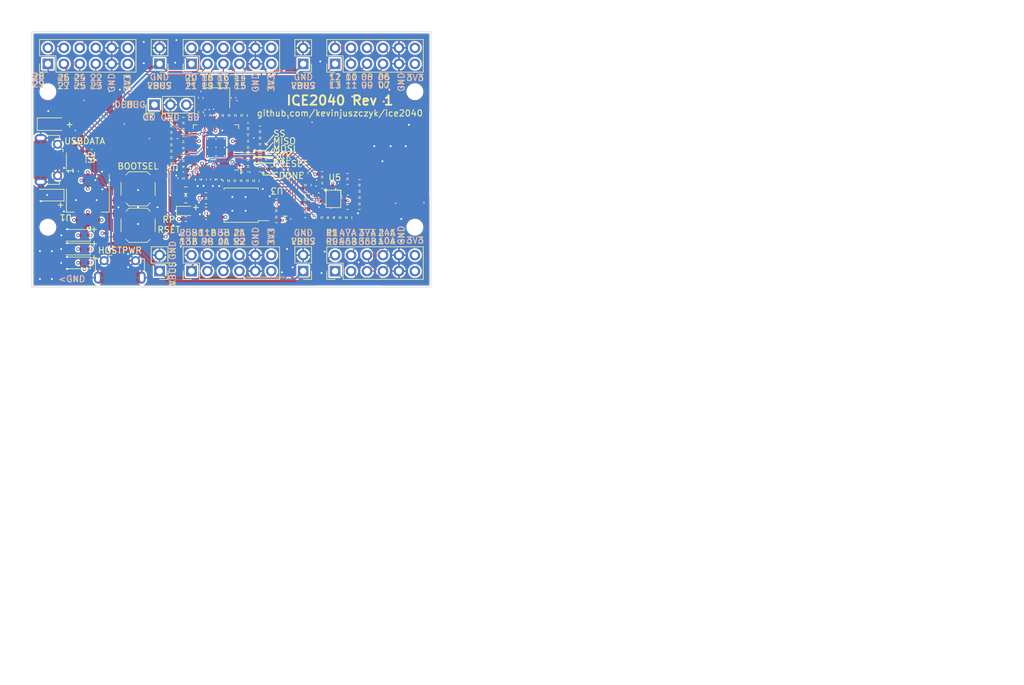
<source format=kicad_pcb>
(kicad_pcb (version 20211014) (generator pcbnew)
  (title_block (title "ice2040") (rev "1"))
  (layers (0 "F.Cu" signal "Layer1Top") (1 "In1.Cu" power "Layer2Ground") (2 "In2.Cu" power "Layer3Power") (31 "B.Cu" signal "Layer4Bottom") (35 "F.Paste" user "FPaste") (36 "B.SilkS" user "BSilkscreen") (37 "F.SilkS" user "FSilkscreen") (38 "B.Mask" user "BMask") (39 "F.Mask" user "FMask") (44 "Edge.Cuts" user "EdgeCuts"))
  (net 0 "")
  (net 1 "+3V3")
  (net 2 "+1V2")
  (net 3 "/IOB_36B")
  (net 4 "/IOB_37A")
  (net 5 "/IOB_47A")
  (net 6 "/RGB0")
  (net 7 "/IOB_24A")
  (net 8 "/IOB_46B")
  (net 9 "/RGB1")
  (net 10 "/IOB_10A")
  (net 11 "/RGB2")
  (net 12 "/IOB_2A")
  (net 13 "/IOB_13B")
  (net 14 "/IOB_9B")
  (net 15 "/IOB_0A")
  (net 16 "/IOB_25B")
  (net 17 "/IOB_11B")
  (net 18 "/IOB_3B")
  (net 19 "VBUS")
  (net 22 "/QSPI_SS_Z")
  (net 23 "Net-(R5-Pad1)")
  (net 24 "/QSPI_SCLK_Z")
  (net 25 "Net-(R7-Pad1)")
  (net 26 "Net-(R8-Pad1)")
  (net 27 "Net-(R9-Pad1)")
  (net 28 "/QSPI_SD0_Z")
  (net 29 "Net-(R10-Pad1)")
  (net 30 "/QSPI_SD1_Z")
  (net 31 "/USB_Z_DN")
  (net 32 "/QSPI_SD2_Z")
  (net 33 "Net-(R12-Pad1)")
  (net 34 "/QSPI_SD3_Z")
  (net 37 "GND")
  (net 38 "/USB_Z_DP")
  (net 39 "/USB_DN")
  (net 40 "/USB_DP")
  (net 41 "/GPIO2_I40_SCK")
  (net 42 "Net-(C1-Pad1)")
  (net 43 "Net-(D2-Pad2)")
  (net 44 "Net-(C5-Pad1)")
  (net 45 "Net-(C6-Pad2)")
  (net 46 "Net-(C18-Pad1)")
  (net 47 "Net-(C23-Pad1)")
  (net 50 "/IOB_0A_Z")
  (net 51 "/IOB_2A_Z")
  (net 52 "/IOB_3B_Z")
  (net 53 "/IOB_9B_Z")
  (net 54 "/IOB_24A_Z")
  (net 55 "/IOB_13B_Z")
  (net 56 "/IOB_11B_Z")
  (net 57 "/IOB_10A_Z")
  (net 58 "/GPIO9_Z")
  (net 59 "/GPIO8_Z")
  (net 60 "/GPIO7_Z")
  (net 61 "/GPIO6_Z")
  (net 62 "/GPIO10_Z")
  (net 63 "/GPIO11_Z")
  (net 64 "/GPIO12_Z")
  (net 65 "/GPIO13_Z")
  (net 66 "/IOB_25B_Z")
  (net 67 "/IOB_36B_Z")
  (net 68 "/IOB_37A_Z")
  (net 69 "/IOB_46B_Z")
  (net 70 "/RGB0_Z")
  (net 71 "/RGB1_Z")
  (net 72 "/RGB2_Z")
  (net 73 "/IOB_47A_Z")
  (net 74 "/GPIO17_Z")
  (net 75 "/GPIO16_Z")
  (net 76 "/GPIO15_Z")
  (net 77 "/GPIO14_Z")
  (net 78 "/GPIO18_Z")
  (net 79 "/GPIO19_Z")
  (net 80 "/GPIO20_Z")
  (net 81 "/GPIO21_Z")
  (net 82 "/GPIO25_Z")
  (net 83 "/GPIO24_Z")
  (net 84 "/GPIO23_Z")
  (net 85 "/GPIO22_Z")
  (net 86 "/GPIO26_ADC0_Z")
  (net 87 "/GPIO27_ADC1_Z")
  (net 88 "/GPIO28_ADC2_Z")
  (net 89 "/GPIO29_ADC3_Z")
  (net 90 "Net-(R3-Pad1)")
  (net 91 "Net-(R13-Pad1)")
  (net 92 "Net-(R6-Pad1)")
  (net 93 "/CRESET_Z")
  (net 94 "/GPIO0_CRESET")
  (net 95 "/CDONE_Z")
  (net 96 "/GPIO1_CDONE")
  (net 97 "/I40_SS_Z")
  (net 98 "/GPIO3_I40_SI")
  (net 99 "/I40_SCK_Z")
  (net 100 "/GPIO5_I40_SS")
  (net 101 "/I40_SO_Z")
  (net 102 "/GPIO4_I40_SO")
  (net 103 "/I40_SI_Z")
  (net 104 "Net-(J7-Pad1)")
  (net 105 "/GPIO6")
  (net 106 "/GPIO7")
  (net 107 "/GPIO8")
  (net 108 "/GPIO9")
  (net 109 "/GPIO10")
  (net 110 "/GPIO11")
  (net 111 "/GPIO12")
  (net 112 "/GPIO13")
  (net 113 "/GPIO14")
  (net 114 "/GPIO15")
  (net 115 "/GPIO16")
  (net 116 "/GPIO17")
  (net 117 "/GPIO18")
  (net 118 "/GPIO19")
  (net 119 "/GPIO20")
  (net 120 "/GPIO21")
  (net 121 "/GPIO22")
  (net 122 "/GPIO23")
  (net 123 "/GPIO24")
  (net 124 "/GPIO25")
  (net 125 "/GPIO26_ADC0")
  (net 126 "/GPIO27_ADC1")
  (net 127 "/GPIO28_ADC2")
  (net 128 "/GPIO29_ADC3")
  (net 129 "/IOB_12A_G4_CDONE")
  (net 130 "/IOB_32A_SPI_SO")
  (net 131 "/IOB_33B_SPI_SI")
  (net 132 "/IOB_34A_SPI_SCK")
  (net 133 "/IOB_35B_SPI_SS")
  (net 134 "Net-(J7-Pad3)")
  (net 135 "Net-(R11-Pad1)")
  (footprint "Resistor_SMD:R_0402_1005Metric" (layer "F.Cu") (at 148.12 110.28 180)
    (fp_text reference "R3" hide)
    (fp_text value "1k")
  )
  (footprint "Resistor_SMD:R_0402_1005Metric" (layer "F.Cu") (at 143.62 101.18 180)
    (fp_text reference "R23" hide)
    (fp_text value "33")
  )
  (footprint "Resistor_SMD:R_0402_1005Metric" (layer "F.Cu") (at 156.81385 110.855298 -90)
    (fp_text reference "R56" hide)
    (fp_text value "33")
  )
  (footprint "Resistor_SMD:R_0603_1608Metric" (layer "F.Cu") (at 133.7 108)
    (fp_text reference "R19" hide)
    (fp_text value "27")
  )
  (footprint "Resistor_SMD:R_0402_1005Metric" (layer "F.Cu") (at 159.76385 110.855298 -90)
    (fp_text reference "R51" hide)
    (fp_text value "33")
  )
  (footprint "Capacitor_SMD:C_0402_1005Metric" (layer "F.Cu") (at 133.32 103.22 180)
    (fp_text reference "C11" hide)
    (fp_text value "1u")
  )
  (footprint "Resistor_SMD:R_0402_1005Metric" (layer "F.Cu") (at 148.12 108.28 180)
    (fp_text reference "R16" hide)
    (fp_text value "10k")
  )
  (footprint "Resistor_SMD:R_0402_1005Metric" (layer "F.Cu") (at 143.02 104.98 -90)
    (fp_text reference "R9" hide)
    (fp_text value "33")
  )
  (footprint "Resistor_SMD:R_0402_1005Metric" (layer "F.Cu") (at 121.12 113.88 90)
    (fp_text reference "R13" hide)
    (fp_text value "10k")
  )
  (footprint "Resistor_SMD:R_0402_1005Metric" (layer "F.Cu") (at 133.32 96.28)
    (fp_text reference "R39" hide)
    (fp_text value "33")
  )
  (footprint "Resistor_SMD:R_0402_1005Metric" (layer "F.Cu") (at 142.11 94.59 -90)
    (fp_text reference "R34" hide)
    (fp_text value "33")
  )
  (footprint "Capacitor_Tantalum_SMD:CP_EIA-3216-18_Kemet-A" (layer "F.Cu") (at 116.22 115.88 180)
    (fp_text reference "C2" hide)
    (fp_text value "10u")
  )
  (footprint "Capacitor_SMD:C_0402_1005Metric" (layer "F.Cu") (at 133.32 98.28 180)
    (fp_text reference "C12" hide)
    (fp_text value "1u")
  )
  (footprint "Resistor_SMD:R_0402_1005Metric" (layer "F.Cu") (at 140.11 94.59 -90)
    (fp_text reference "R36" hide)
    (fp_text value "33")
  )
  (footprint "Crystal:Crystal_SMD_SeikoEpson_FA238-4Pin_3.2x2.5mm" (layer "F.Cu") (at 138.71 91.79 180)
    (fp_text reference "Y1" hide)
    (fp_text value "12M")
  )
  (footprint "Package_TO_SOT_SMD:SOT-223-3_TabPin2" (layer "F.Cu") (at 118.12 108.08 -90)
    (fp_text reference "U1")
    (fp_text value "AMS1117-3.3")
  )
  (footprint "Capacitor_SMD:C_0402_1005Metric" (layer "F.Cu") (at 157.5585 105.92)
    (fp_text reference "C20" hide)
    (fp_text value "1u")
  )
  (footprint "Connector_USB:USB_Micro-B_Molex-105017-0001" (layer "F.Cu") (at 123.22 119.18)
    (fp_text reference "J1" hide)
    (fp_text value "USB_Micro_B")
  )
  (footprint "Capacitor_SMD:C_0402_1005Metric" (layer "F.Cu") (at 155.4515 108.682 -90)
    (fp_text reference "C21" hide)
    (fp_text value "1u")
  )
  (footprint "Resistor_SMD:R_0402_1005Metric" (layer "F.Cu") (at 136.92 107.28)
    (fp_text reference "R14" hide)
    (fp_text value "10k")
  )
  (footprint "Resistor_SMD:R_0402_1005Metric" (layer "F.Cu") (at 145.52 97.68 180)
    (fp_text reference "R29" hide)
    (fp_text value "33")
  )
  (footprint "Capacitor_SMD:C_0402_1005Metric" (layer "F.Cu") (at 132.82 104.62 90)
    (fp_text reference "C18" hide)
    (fp_text value "1u")
  )
  (footprint "Diode_SMD:D_SOD-123" (layer "F.Cu") (at 112.32 95.98)
    (fp_text reference "D1" hide)
    (fp_text value "1N5819")
  )
  (footprint "Resistor_SMD:R_0402_1005Metric" (layer "F.Cu") (at 155.42 103.91 180)
    (fp_text reference "R74" hide)
    (fp_text value "100")
  )
  (footprint "Resistor_SMD:R_0402_1005Metric" (layer "F.Cu") (at 131.42 95.78)
    (fp_text reference "R38" hide)
    (fp_text value "33")
  )
  (footprint "Resistor_SMD:R_0402_1005Metric" (layer "F.Cu") (at 155.86385 110.855298 -90)
    (fp_text reference "R57" hide)
    (fp_text value "33")
  )
  (footprint "Resistor_SMD:R_0402_1005Metric" (layer "F.Cu") (at 139.12 94.58 90)
    (fp_text reference "R5" hide)
    (fp_text value "1k")
  )
  (footprint "Resistor_SMD:R_0402_1005Metric" (layer "F.Cu") (at 133.32 100.28)
    (fp_text reference "R46" hide)
    (fp_text value "33")
  )
  (footprint "Resistor_SMD:R_0402_1005Metric" (layer "F.Cu") (at 131.42 100.78)
    (fp_text reference "R47" hide)
    (fp_text value "33")
  )
  (footprint "Resistor_SMD:R_0402_1005Metric" (layer "F.Cu") (at 158.76385 110.855298 -90)
    (fp_text reference "R53" hide)
    (fp_text value "33")
  )
  (footprint "Resistor_SMD:R_0402_1005Metric" (layer "F.Cu") (at 131.42 98.78)
    (fp_text reference "R43" hide)
    (fp_text value "33")
  )
  (footprint "Package_TO_SOT_SMD:SOT-23-6" (layer "F.Cu") (at 116.2575 101.3425 90)
    (fp_text reference "U2")
    (fp_text value "SRV05-4")
  )
  (footprint "Resistor_SMD:R_0402_1005Metric" (layer "F.Cu") (at 131.42 99.78)
    (fp_text reference "R45" hide)
    (fp_text value "33")
  )
  (footprint "Resistor_SMD:R_0402_1005Metric" (layer "F.Cu") (at 143.62 96.18 180)
    (fp_text reference "R32" hide)
    (fp_text value "33")
  )
  (footprint "Capacitor_SMD:C_0402_1005Metric" (layer "F.Cu") (at 138.12 94.58 90)
    (fp_text reference "C13" hide)
    (fp_text value "1u")
  )
  (footprint "Resistor_SMD:R_0402_1005Metric" (layer "F.Cu") (at 148.12 109.28 180)
    (fp_text reference "R15" hide)
    (fp_text value "10k")
  )
  (footprint "Resistor_SMD:R_0402_1005Metric" (layer "F.Cu") (at 145.52 101.68)
    (fp_text reference "R67" hide)
    (fp_text value "10k")
  )
  (footprint "Capacitor_SMD:C_0402_1005Metric" (layer "F.Cu") (at 137.12 94.58 90)
    (fp_text reference "C8" hide)
    (fp_text value "1u")
  )
  (footprint "Connector_PinHeader_2.54mm:PinHeader_1x02_P2.54mm_Vertical" (layer "F.Cu") (at 152.4 86.38 180)
    (fp_text reference "J5" hide)
    (fp_text value "1x02_P2.54")
  )
  (footprint "Resistor_SMD:R_0402_1005Metric" (layer "F.Cu") (at 145.52 96.68 180)
    (fp_text reference "R31" hide)
    (fp_text value "33")
  )
  (footprint "Connector_PinHeader_2.54mm:PinHeader_1x03_P2.54mm_Vertical" (layer "F.Cu") (at 128.72 92.88 90)
    (fp_text reference "J7" hide)
    (fp_text value "1x03_P2.54")
  )
  (footprint "Capacitor_SMD:C_0402_1005Metric" (layer "F.Cu") (at 155.42 104.88 180)
    (fp_text reference "C24" hide)
    (fp_text value "10u")
  )
  (footprint "Capacitor_Tantalum_SMD:CP_EIA-3216-18_Kemet-A" (layer "F.Cu") (at 116.22 113.68 180)
    (fp_text reference "C3" hide)
    (fp_text value "10u")
  )
  (footprint "Capacitor_SMD:C_0402_1005Metric" (layer "F.Cu") (at 139.02 104.78 -90)
    (fp_text reference "C7" hide)
    (fp_text value "1u")
  )
  (footprint "Capacitor_Tantalum_SMD:CP_EIA-3216-18_Kemet-A" (layer "F.Cu") (at 116.22 118.08 180)
    (fp_text reference "C4" hide)
    (fp_text value "10u")
  )
  (footprint "Resistor_SMD:R_0402_1005Metric" (layer "F.Cu") (at 159.46385 105.185298)
    (fp_text reference "R62" hide)
    (fp_text value "33")
  )
  (footprint "kmj_custom:PMOD_HOST" (layer "F.Cu") (at 157.48 119.38 90)
    (fp_text reference "J10" hide)
    (fp_text value "PMOD_HOST")
  )
  (footprint "Resistor_SMD:R_0402_1005Metric" (layer "F.Cu") (at 131.42 96.78)
    (fp_text reference "R40" hide)
    (fp_text value "33")
  )
  (footprint "Resistor_SMD:R_0402_1005Metric" (layer "F.Cu") (at 143.11 94.59 -90)
    (fp_text reference "R33" hide)
    (fp_text value "33")
  )
  (footprint "Resistor_SMD:R_0402_1005Metric" (layer "F.Cu") (at 161.36385 107.185298)
    (fp_text reference "R65" hide)
    (fp_text value "33")
  )
  (footprint "Resistor_SMD:R_0402_1005Metric" (layer "F.Cu") (at 141.11 94.59 -90)
    (fp_text reference "R35" hide)
    (fp_text value "33")
  )
  (footprint "Resistor_SMD:R_0402_1005Metric" (layer "F.Cu") (at 145.52 99.68 180)
    (fp_text reference "R26" hide)
    (fp_text value "33")
  )
  (footprint "Resistor_SMD:R_0402_1005Metric" (layer "F.Cu") (at 148.12 111.28)
    (fp_text reference "R2" hide)
    (fp_text value "10k")
  )
  (footprint "Resistor_SMD:R_0402_1005Metric" (layer "F.Cu") (at 133.32 95.28)
    (fp_text reference "R37" hide)
    (fp_text value "33")
  )
  (footprint "Resistor_SMD:R_0402_1005Metric" (layer "F.Cu") (at 152.72 108.48)
    (fp_text reference "R71" hide)
    (fp_text value "33")
  )
  (footprint "Button_Switch_SMD:SW_SPST_SKQG_WithoutStem" (layer "F.Cu") (at 126.12 106.28 180)
    (fp_text reference "SW1" hide)
    (fp_text value "SW_Push")
  )
  (footprint "Capacitor_SMD:C_0402_1005Metric" (layer "F.Cu") (at 138.02 104.78 -90)
    (fp_text reference "C16" hide)
    (fp_text value "1u")
  )
  (footprint "Resistor_SMD:R_0402_1005Metric" (layer "F.Cu") (at 147.41 103.18)
    (fp_text reference "R73" hide)
    (fp_text value "2.2k")
  )
  (footprint "Resistor_SMD:R_0402_1005Metric" (layer "F.Cu") (at 136.92 108.28)
    (fp_text reference "R4" hide)
    (fp_text value "10k")
  )
  (footprint "Resistor_SMD:R_0402_1005Metric" (layer "F.Cu") (at 161.36385 105.185298)
    (fp_text reference "R63" hide)
    (fp_text value "33")
  )
  (footprint "Resistor_SMD:R_0402_1005Metric" (layer "F.Cu") (at 161.36385 109.185298)
    (fp_text reference "R52" hide)
    (fp_text value "33")
  )
  (footprint "Capacitor_Tantalum_SMD:CP_EIA-3216-18_Kemet-A" (layer "F.Cu") (at 112.02 107.28 180)
    (fp_text reference "C1" hide)
    (fp_text value "10u")
  )
  (footprint "Connector_PinHeader_2.54mm:PinHeader_1x02_P2.54mm_Vertical" (layer "F.Cu") (at 129.54 86.36 180)
    (fp_text reference "J3" hide)
    (fp_text value "1x02_P2.54")
  )
  (footprint "Capacitor_SMD:C_0402_1005Metric" (layer "F.Cu") (at 136.92 110.78 180)
    (fp_text reference "C17" hide)
    (fp_text value "1u")
  )
  (footprint "Resistor_SMD:R_0402_1005Metric" (layer "F.Cu") (at 152.72 109.48)
    (fp_text reference "R70" hide)
    (fp_text value "33")
  )
  (footprint "Resistor_SMD:R_0402_1005Metric" (layer "F.Cu") (at 145.52 100.68 180)
    (fp_text reference "R24" hide)
    (fp_text value "33")
  )
  (footprint "kmj_custom:PMOD_HOST" (layer "F.Cu") (at 134.62 119.38 90)
    (fp_text reference "J8" hide)
    (fp_text value "PMOD_HOST")
  )
  (footprint "Resistor_SMD:R_0402_1005Metric" (layer "F.Cu") (at 136.92 109.58)
    (fp_text reference "R17" hide)
    (fp_text value "10k")
  )
  (footprint "Button_Switch_SMD:SW_SPST_SKQG_WithoutStem" (layer "F.Cu") (at 126.12 112.08)
    (fp_text reference "SW2" hide)
    (fp_text value "SW_Push")
  )
  (footprint "kmj_custom:PMOD_HOST" (layer "F.Cu") (at 111.76 86.365 90)
    (fp_text reference "J12" hide)
    (fp_text value "PMOD_HOST")
  )
  (footprint "Diode_SMD:D_0603_1608Metric" (layer "F.Cu") (at 133.7125 109.8)
    (fp_text reference "D2" hide)
    (fp_text value "LED")
  )
  (footprint "Resistor_SMD:R_0402_1005Metric" (layer "F.Cu") (at 131.42 101.78)
    (fp_text reference "R49" hide)
    (fp_text value "33")
  )
  (footprint "Resistor_SMD:R_0402_1005Metric" (layer "F.Cu") (at 152.76385 103.785298 90)
    (fp_text reference "R58" hide)
    (fp_text value "33")
  )
  (footprint "Resistor_SMD:R_0402_1005Metric" (layer "F.Cu") (at 143.62 102.18 180)
    (fp_text reference "R21" hide)
    (fp_text value "33")
  )
  (footprint "Resistor_SMD:R_0402_1005Metric" (layer "F.Cu") (at 144.02 104.98 -90)
    (fp_text reference "R6" hide)
    (fp_text value "33")
  )
  (footprint "Resistor_SMD:R_0402_1005Metric" (layer "F.Cu") (at 133.32 101.28)
    (fp_text reference "R48" hide)
    (fp_text value "33")
  )
  (footprint "Resistor_SMD:R_0402_1005Metric" (layer "F.Cu") (at 161.36385 106.185298)
    (fp_text reference "R66" hide)
    (fp_text value "33")
  )
  (footprint "Capacitor_SMD:C_0402_1005Metric" (layer "F.Cu") (at 141.31 91.79 -90)
    (fp_text reference "C5" hide)
    (fp_text value "15p")
  )
  (footprint "Resistor_SMD:R_0402_1005Metric" (layer "F.Cu") (at 152.72 110.48)
    (fp_text reference "R69" hide)
    (fp_text value "33")
  )
  (footprint "Package_SO:SOIC-8_5.23x5.23mm_P1.27mm" (layer "F.Cu") (at 142.52 108.88 180)
    (fp_text reference "U3")
    (fp_text value "W25Q128JVS")
  )
  (footprint "MountingHole:MountingHole_2.2mm_M2_ISO7380" (layer "F.Cu") (at 111.76 112.395)
    (fp_text reference "H3" hide)
    (fp_text value "M2_MountingHole")
  )
  (footprint "kmj_custom:BGA-30_5x6_2.114x2.537mm" (layer "F.Cu") (at 157.21 107.88)
    (fp_text reference "U5")
    (fp_text value "iCE40UP-30")
  )
  (footprint "Connector_PinHeader_2.54mm:PinHeader_1x02_P2.54mm_Vertical" (layer "F.Cu") (at 129.54 119.375 180)
    (fp_text reference "J6" hide)
    (fp_text value "1x02_P2.54")
  )
  (footprint "Capacitor_SMD:C_0402_1005Metric" (layer "F.Cu") (at 135.62 104.78 -90)
    (fp_text reference "C10" hide)
    (fp_text value "1u")
  )
  (footprint "Resistor_SMD:R_0402_1005Metric" (layer "F.Cu") (at 133.32 102.28)
    (fp_text reference "R50" hide)
    (fp_text value "33")
  )
  (footprint "Resistor_SMD:R_0402_1005Metric" (layer "F.Cu") (at 143.62 100.18 180)
    (fp_text reference "R25" hide)
    (fp_text value "33")
  )
  (footprint "Resistor_SMD:R_0402_1005Metric" (layer "F.Cu") (at 145.51 103.18 180)
    (fp_text reference "R22" hide)
    (fp_text value "33")
  )
  (footprint "Resistor_SMD:R_0402_1005Metric" (layer "F.Cu") (at 153.26385 105.685298 90)
    (fp_text reference "R60" hide)
    (fp_text value "33")
  )
  (footprint "Resistor_SMD:R_0402_1005Metric" (layer "F.Cu") (at 133.32 97.28)
    (fp_text reference "R41" hide)
    (fp_text value "33")
  )
  (footprint "Resistor_SMD:R_0402_1005Metric" (layer "F.Cu") (at 133.32 99.28)
    (fp_text reference "R44" hide)
    (fp_text value "33")
  )
  (footprint "kmj_custom:QFN-56-1EP_7x7mm_P0.4mm_EP3.2x3.2mm_MoreThermalVias" (layer "F.Cu") (at 138.52 99.68 180)
    (fp_text reference "U4")
    (fp_text value "RP2040")
  )
  (footprint "Resistor_SMD:R_0402_1005Metric" (layer "F.Cu") (at 136.12 94.09 90)
    (fp_text reference "R12" hide)
    (fp_text value "33")
  )
  (footprint "Resistor_SMD:R_0402_1005Metric" (layer "F.Cu") (at 154.86385 110.855298 -90)
    (fp_text reference "R59" hide)
    (fp_text value "33")
  )
  (footprint "Resistor_SMD:R_0402_1005Metric" (layer "F.Cu") (at 161.36385 108.185298)
    (fp_text reference "R64" hide)
    (fp_text value "33")
  )
  (footprint "Resistor_SMD:R_0402_1005Metric" (layer "F.Cu") (at 157.76385 110.855298 -90)
    (fp_text reference "R54" hide)
    (fp_text value "33")
  )
  (footprint "kmj_custom:PMOD_HOST" (layer "F.Cu") (at 157.48 86.365 90)
    (fp_text reference "J9" hide)
    (fp_text value "PMOD_HOST")
  )
  (footprint "Resistor_SMD:R_0402_1005Metric" (layer "F.Cu") (at 143.62 97.18 180)
    (fp_text reference "R30" hide)
    (fp_text value "33")
  )
  (footprint "Resistor_SMD:R_0402_1005Metric" (layer "F.Cu") (at 140.02 104.98 -90)
    (fp_text reference "R10" hide)
    (fp_text value "33")
  )
  (footprint "Resistor_SMD:R_0402_1005Metric" (layer "F.Cu") (at 145.02 104.98 -90)
    (fp_text reference "R8" hide)
    (fp_text value "33")
  )
  (footprint "Capacitor_SMD:C_0402_1005Metric" (layer "F.Cu") (at 136.11 91.79 -90)
    (fp_text reference "C6" hide)
    (fp_text value "15p")
  )
  (footprint "Capacitor_SMD:C_0402_1005Metric" (layer "F.Cu") (at 143.62 98.18)
    (fp_text reference "C14" hide)
    (fp_text value "1u")
  )
  (footprint "Resistor_SMD:R_0402_1005Metric" (layer "F.Cu") (at 133.7125 111.1 180)
    (fp_text reference "R1" hide)
    (fp_text value "1k")
  )
  (footprint "Resistor_SMD:R_0402_1005Metric" (layer "F.Cu") (at 131.42 97.78)
    (fp_text reference "R42" hide)
    (fp_text value "33")
  )
  (footprint "Capacitor_SMD:C_0402_1005Metric" (layer "F.Cu") (at 143.62 103.18)
    (fp_text reference "C15" hide)
    (fp_text value "1u")
  )
  (footprint "MountingHole:MountingHole_2.2mm_M2_ISO7380" (layer "F.Cu") (at 170.18 90.805)
    (fp_text reference "H2" hide)
    (fp_text value "M2_MountingHole")
  )
  (footprint "Resistor_SMD:R_0402_1005Metric" (layer "F.Cu") (at 152.26385 105.685298 90)
    (fp_text reference "R55" hide)
    (fp_text value "33")
  )
  (footprint "Resistor_SMD:R_0402_1005Metric" (layer "F.Cu") (at 159.46385 104.185298)
    (fp_text reference "R61" hide)
    (fp_text value "33")
  )
  (footprint "Resistor_SMD:R_0402_1005Metric" (layer "F.Cu") (at 143.62 99.18 180)
    (fp_text reference "R27" hide)
    (fp_text value "33")
  )
  (footprint "Resistor_SMD:R_0402_1005Metric" (layer "F.Cu") (at 159.44385 109.185298 180)
    (fp_text reference "R68" hide)
    (fp_text value "33")
  )
  (footprint "Capacitor_SMD:C_0402_1005Metric" (layer "F.Cu") (at 158.97 107.7 90)
    (fp_text reference "C19" hide)
    (fp_text value "1u")
  )
  (footprint "Capacitor_SMD:C_0402_1005Metric" (layer "F.Cu") (at 154.8705 107.304 180)
    (fp_text reference "C22" hide)
    (fp_text value "1u")
  )
  (footprint "Connector_PinHeader_2.54mm:PinHeader_1x02_P2.54mm_Vertical" (layer "F.Cu") (at 152.4 119.375 180)
    (fp_text reference "J4" hide)
    (fp_text value "1x02_P2.54")
  )
  (footprint "Resistor_SMD:R_0402_1005Metric" (layer "F.Cu") (at 142.02 104.98 -90)
    (fp_text reference "R7" hide)
    (fp_text value "33")
  )
  (footprint "MountingHole:MountingHole_2.2mm_M2_ISO7380" (layer "F.Cu") (at 170.18 112.395)
    (fp_text reference "H4" hide)
    (fp_text value "M2_MountingHole")
  )
  (footprint "Resistor_SMD:R_0402_1005Metric" (layer "F.Cu") (at 145.52 98.68 180)
    (fp_text reference "R28" hide)
    (fp_text value "33")
  )
  (footprint "Resistor_SMD:R_0402_1005Metric" (layer "F.Cu") (at 133.82 104.62 90)
    (fp_text reference "R18" hide)
    (fp_text value "200")
  )
  (footprint "kmj_custom:PMOD_HOST" (layer "F.Cu") (at 134.62 86.365 90)
    (fp_text reference "J11" hide)
    (fp_text value "PMOD_HOST")
  )
  (footprint "Capacitor_SMD:C_0402_1005Metric" (layer "F.Cu") (at 155.44 105.83 180)
    (fp_text reference "C23" hide)
    (fp_text value "1u")
  )
  (footprint "Connector_USB:USB_Micro-B_Molex-105017-0001" (layer "F.Cu") (at 111.8575 101.6725 -90)
    (fp_text reference "J2" hide)
    (fp_text value "USB_Micro_B")
  )
  (footprint "Capacitor_SMD:C_0402_1005Metric" (layer "F.Cu") (at 136.62 104.78 -90)
    (fp_text reference "C9" hide)
    (fp_text value "1u")
  )
  (footprint "Resistor_SMD:R_0402_1005Metric" (layer "F.Cu") (at 141.02 104.98 -90)
    (fp_text reference "R11" hide)
    (fp_text value "33")
  )
  (footprint "Resistor_SMD:R_0402_1005Metric" (layer "F.Cu") (at 152.72 107.48)
    (fp_text reference "R72" hide)
    (fp_text value "33")
  )
  (footprint "Resistor_SMD:R_0603_1608Metric" (layer "F.Cu") (at 133.7 106.5)
    (fp_text reference "R20" hide)
    (fp_text value "27")
  )
  (footprint "MountingHole:MountingHole_2.2mm_M2_ISO7380" (layer "F.Cu") (at 111.76 90.805)
    (fp_text reference "H1" hide)
    (fp_text value "M2_MountingHole")
  )
  (gr_line (start 146.62 100.88) (end 146.42 100.68) (layer "F.SilkS") (width 0.15))
  (gr_line (start 144.52 102.18) (end 144.72 101.98) (layer "F.SilkS") (width 0.15))
  (gr_line (start 146.42 104.08) (end 146.02 104.08) (layer "F.SilkS") (width 0.15))
  (gr_line (start 145.82 103.78) (end 146.22 103.78) (layer "F.SilkS") (width 0.15))
  (gr_line (start 144.72 100.38) (end 144.52 100.18) (layer "F.SilkS") (width 0.15))
  (gr_line (start 147.52 102.18) (end 147.62 102.18) (layer "F.SilkS") (width 0.15))
  (gr_line (start 146.92 100.68) (end 147.62 99.88) (layer "F.SilkS") (width 0.15))
  (gr_line (start 144.72 100.98) (end 144.72 101.38) (layer "F.SilkS") (width 0.15))
  (gr_line (start 146.42 102.18) (end 144.52 102.18) (layer "F.SilkS") (width 0.15))
  (gr_line (start 144.52 100.18) (end 144.72 99.98) (layer "F.SilkS") (width 0.15))
  (gr_line (start 146.62 100.48) (end 146.62 100.88) (layer "F.SilkS") (width 0.15))
  (gr_line (start 146.42 104.08) (end 147.52 104.08) (layer "F.SilkS") (width 0.15))
  (gr_line (start 146.22 103.78) (end 146.02 103.58) (layer "F.SilkS") (width 0.15))
  (gr_line (start 144.52 101.18) (end 144.72 100.98) (layer "F.SilkS") (width 0.15))
  (gr_line (start 146.42 102.18) (end 147.52 102.18) (layer "F.SilkS") (width 0.15))
  (gr_line (start 146.02 104.08) (end 146.02 103.58) (layer "F.SilkS") (width 0.15))
  (gr_line (start 146.42 100.68) (end 146.92 100.68) (layer "F.SilkS") (width 0.15))
  (gr_line (start 146.42 100.18) (end 147.62 98.88) (layer "F.SilkS") (width 0.15))
  (gr_line (start 146.42 101.18) (end 144.52 101.18) (layer "F.SilkS") (width 0.15))
  (gr_line (start 146.42 100.68) (end 146.62 100.48) (layer "F.SilkS") (width 0.15))
  (gr_line (start 144.72 101.38) (end 144.52 101.18) (layer "F.SilkS") (width 0.15))
  (gr_line (start 144.72 101.98) (end 144.72 102.38) (layer "F.SilkS") (width 0.15))
  (gr_line (start 146.42 101.18) (end 147.62 101.18) (layer "F.SilkS") (width 0.15))
  (gr_line (start 147.72 97.68) (end 146.42 99.28) (layer "F.SilkS") (width 0.15))
  (gr_line (start 146.72 99.28) (end 146.42 99.28) (layer "F.SilkS") (width 0.15))
  (gr_line (start 146.42 99.28) (end 146.32 98.98) (layer "F.SilkS") (width 0.15))
  (gr_line (start 144.72 99.98) (end 144.72 100.38) (layer "F.SilkS") (width 0.15))
  (gr_line (start 146.42 100.18) (end 144.52 100.18) (layer "F.SilkS") (width 0.15))
  (gr_line (start 146.32 98.98) (end 146.72 99.28) (layer "F.SilkS") (width 0.15))
  (gr_line (start 144.72 102.38) (end 144.52 102.18) (layer "F.SilkS") (width 0.15))
  (gr_line (start 146.02 103.58) (end 145.82 103.78) (layer "F.SilkS") (width 0.15))
  (gr_rect (start 109.22 81.28) (end 172.72 121.92) (layer "Edge.Cuts") (width 0.1) (fill none))
  (gr_text "GND" (at 131.22 94.88) (layer "B.SilkS") (effects (font (size 1 1)) (justify mirror)))
  (gr_text "13" (at 158.52 89.78) (layer "B.SilkS") (effects (font (size 1 1)) (justify left mirror)))
  (gr_text "17" (at 140.62 89.88) (layer "B.SilkS") (effects (font (size 1 1)) (justify left mirror)))
  (gr_text "24" (at 117.82 88.58) (layer "B.SilkS") (effects (font (size 1 1)) (justify left mirror)))
  (gr_text "GND" (at 152.42 88.48) (layer "B.SilkS") (effects (font (size 1 1)) (justify mirror)))
  (gr_text "12" (at 158.52 88.48) (layer "B.SilkS") (effects (font (size 1 1)) (justify left mirror)))
  (gr_text "36B" (at 164.12 114.68) (layer "B.SilkS") (effects (font (size 1 1)) (justify left mirror)))
  (gr_text "37A" (at 164.12 113.28) (layer "B.SilkS") (effects (font (size 1 1)) (justify left mirror)))
  (gr_text "3V3" (at 124.32 89.38 -90) (layer "B.SilkS") (effects (font (size 1 1)) (justify mirror)))
  (gr_text "3V3" (at 147.22 89.38 -90) (layer "B.SilkS") (effects (font (size 1 1)) (justify mirror)))
  (gr_text "VBUS" (at 152.42 114.68) (layer "B.SilkS") (effects (font (size 1 1)) (justify mirror)))
  (gr_text "26" (at 115.22 88.58) (layer "B.SilkS") (effects (font (size 1 1)) (justify left mirror)))
  (gr_text "R0" (at 158.02 114.68) (layer "B.SilkS") (effects (font (size 1 1)) (justify left mirror)))
  (gr_text "11" (at 161.12 89.78) (layer "B.SilkS") (effects (font (size 1 1)) (justify left mirror)))
  (gr_text "GND" (at 167.92 89.28 -90) (layer "B.SilkS") (effects (font (size 1 1)) (justify mirror)))
  (gr_text "R2" (at 143.22 114.68) (layer "B.SilkS") (effects (font (size 1 1)) (justify left mirror)))
  (gr_text "VBUS" (at 131.52 119.78 -90) (layer "B.SilkS") (effects (font (size 1 1)) (justify mirror)))
  (gr_text "GND" (at 121.82 89.38 -90) (layer "B.SilkS") (effects (font (size 1 1)) (justify mirror)))
  (gr_text "SD" (at 134.92 94.88) (layer "B.SilkS") (effects (font (size 1 1)) (justify mirror)))
  (gr_text "DEBUG" (at 124.82 92.88) (layer "B.SilkS") (effects (font (size 1 1)) (justify mirror)))
  (gr_text "19" (at 138.22 89.88) (layer "B.SilkS") (effects (font (size 1 1)) (justify left mirror)))
  (gr_text "07" (at 166.22 89.78) (layer "B.SilkS") (effects (font (size 1 1)) (justify left mirror)))
  (gr_text "25" (at 117.82 89.88) (layer "B.SilkS") (effects (font (size 1 1)) (justify left mirror)))
  (gr_text "28" (at 111.22 88.38) (layer "B.SilkS") (effects (font (size 1 1)) (justify left mirror)))
  (gr_text "GND" (at 144.72 89.38 -90) (layer "B.SilkS") (effects (font (size 1 1)) (justify mirror)))
  (gr_text "29" (at 111.22 89.58) (layer "B.SilkS") (effects (font (size 1 1)) (justify left mirror)))
  (gr_text "GND" (at 131.52 116.08 -90) (layer "B.SilkS") (effects (font (size 1 1)) (justify mirror)))
  (gr_text "47A" (at 161.02 113.28) (layer "B.SilkS") (effects (font (size 1 1)) (justify left mirror)))
  (gr_text "18" (at 138.22 88.58) (layer "B.SilkS") (effects (font (size 1 1)) (justify left mirror)))
  (gr_text "VBUS" (at 152.42 89.88) (layer "B.SilkS") (effects (font (size 1 1)) (justify mirror)))
  (gr_text "16" (at 140.62 88.58) (layer "B.SilkS") (effects (font (size 1 1)) (justify left mirror)))
  (gr_text "10" (at 161.12 88.48) (layer "B.SilkS") (effects (font (size 1 1)) (justify left mirror)))
  (gr_text "14" (at 143.32 88.58) (layer "B.SilkS") (effects (font (size 1 1)) (justify left mirror)))
  (gr_text "08" (at 163.62 88.48) (layer "B.SilkS") (effects (font (size 1 1)) (justify left mirror)))
  (gr_text "GND" (at 152.42 113.28) (layer "B.SilkS") (effects (font (size 1 1)) (justify mirror)))
  (gr_text "22" (at 120.42 88.58) (layer "B.SilkS") (effects (font (size 1 1)) (justify left mirror)))
  (gr_text "15" (at 143.32 89.88) (layer "B.SilkS") (effects (font (size 1 1)) (justify left mirror)))
  (gr_text "20" (at 135.52 88.58) (layer "B.SilkS") (effects (font (size 1 1)) (justify left mirror)))
  (gr_text "CK" (at 127.92 94.88) (layer "B.SilkS") (effects (font (size 1 1)) (justify mirror)))
  (gr_text "09" (at 163.62 89.78) (layer "B.SilkS") (effects (font (size 1 1)) (justify left mirror)))
  (gr_text "2A" (at 143.22 113.28) (layer "B.SilkS") (effects (font (size 1 1)) (justify left mirror)))
  (gr_text "3V3" (at 170.22 114.48) (layer "B.SilkS") (effects (font (size 1 1)) (justify mirror)))
  (gr_text "3V3" (at 147.22 113.88 -90) (layer "B.SilkS") (effects (font (size 1 1)) (justify mirror)))
  (gr_text "24A" (at 167.22 113.28) (layer "B.SilkS") (effects (font (size 1 1)) (justify left mirror)))
  (gr_text "11B" (at 138.62 113.28) (layer "B.SilkS") (effects (font (size 1 1)) (justify left mirror)))
  (gr_text "27" (at 115.22 89.88) (layer "B.SilkS") (effects (font (size 1 1)) (justify left mirror)))
  (gr_text "R1" (at 158.02 113.28) (layer "B.SilkS") (effects (font (size 1 1)) (justify left mirror)))
  (gr_text "9B" (at 138.12 114.68) (layer "B.SilkS") (effects (font (size 1 1)) (justify left mirror)))
  (gr_text "3B" (at 140.72 113.28) (layer "B.SilkS") (effects (font (size 1 1)) (justify left mirror)))
  (gr_text "46B" (at 161.02 114.68) (layer "B.SilkS") (effects (font (size 1 1)) (justify left mirror)))
  (gr_text "0A" (at 140.72 114.68) (layer "B.SilkS") (effects (font (size 1 1)) (justify left mirror)))
  (gr_text "10A" (at 167.22 114.58) (layer "B.SilkS") (effects (font (size 1 1)) (justify left mirror)))
  (gr_text "25B" (at 135.62 113.28) (layer "B.SilkS") (effects (font (size 1 1)) (justify left mirror)))
  (gr_text "GND" (at 144.72 113.88 -90) (layer "B.SilkS") (effects (font (size 1 1)) (justify mirror)))
  (gr_text "21" (at 135.52 89.88) (layer "B.SilkS") (effects (font (size 1 1)) (justify left mirror)))
  (gr_text "06" (at 166.22 88.48) (layer "B.SilkS") (effects (font (size 1 1)) (justify left mirror)))
  (gr_text "GND" (at 129.52 88.48) (layer "B.SilkS") (effects (font (size 1 1)) (justify mirror)))
  (gr_text "GND" (at 167.92 113.68 -90) (layer "B.SilkS") (effects (font (size 1 1)) (justify mirror)))
  (gr_text "13B" (at 135.62 114.68) (layer "B.SilkS") (effects (font (size 1 1)) (justify left mirror)))
  (gr_text "GND>" (at 115.57 120.65) (layer "B.SilkS") (effects (font (size 1 1)) (justify mirror)))
  (gr_text "23" (at 120.42 89.88) (layer "B.SilkS") (effects (font (size 1 1)) (justify left mirror)))
  (gr_text "VBUS" (at 129.52 89.88) (layer "B.SilkS") (effects (font (size 1 1)) (justify mirror)))
  (gr_text "3V3" (at 170.22 88.58) (layer "B.SilkS") (effects (font (size 1 1)) (justify mirror)))
  (gr_text "06" (at 164.22 88.48) (layer "F.SilkS") (effects (font (size 1 1)) (justify left)))
  (gr_text "22" (at 118.42 88.58) (layer "F.SilkS") (effects (font (size 1 1)) (justify left)))
  (gr_text "USBDATA" (at 117.62 98.68) (layer "F.SilkS") (effects (font (size 1 1))))
  (gr_text "GND" (at 168.02 113.68 90) (layer "F.SilkS") (effects (font (size 1 1))))
  (gr_text "25B" (at 132.62 113.28) (layer "F.SilkS") (effects (font (size 1 1)) (justify left)))
  (gr_text "MOSI" (at 149.42 99.88) (layer "F.SilkS") (effects (font (size 1 1))))
  (gr_text "VBUS" (at 152.42 114.68) (layer "F.SilkS") (effects (font (size 1 1))))
  (gr_text "10A" (at 164.22 114.58) (layer "F.SilkS") (effects (font (size 1 1)) (justify left)))
  (gr_text "19" (at 136.12 89.88) (layer "F.SilkS") (effects (font (size 1 1)) (justify left)))
  (gr_text "07" (at 164.22 89.78) (layer "F.SilkS") (effects (font (size 1 1)) (justify left)))
  (gr_text "GND" (at 131.22 94.88) (layer "F.SilkS") (effects (font (size 1 1))))
  (gr_text "SD" (at 134.92 94.88) (layer "F.SilkS") (effects (font (size 1 1))))
  (gr_text "11B" (at 135.62 113.28) (layer "F.SilkS") (effects (font (size 1 1)) (justify left)))
  (gr_text "3V3" (at 147.32 113.88 90) (layer "F.SilkS") (effects (font (size 1 1))))
  (gr_text "GND" (at 144.82 113.88 90) (layer "F.SilkS") (effects (font (size 1 1))))
  (gr_text "VBUS" (at 129.52 89.88) (layer "F.SilkS") (effects (font (size 1 1))))
  (gr_text "3V3" (at 147.32 89.38 90) (layer "F.SilkS") (effects (font (size 1 1))))
  (gr_text "3V3" (at 170.22 114.48) (layer "F.SilkS") (effects (font (size 1 1))))
  (gr_text "29" (at 109.22 89.58) (layer "F.SilkS") (effects (font (size 1 1)) (justify left)))
  (gr_text "17" (at 138.62 89.88) (layer "F.SilkS") (effects (font (size 1 1)) (justify left)))
  (gr_text "+" (at 115.22 95.98) (layer "F.SilkS") (effects (font (size 1 1))))
  (gr_text "3B" (at 138.72 113.28) (layer "F.SilkS") (effects (font (size 1 1)) (justify left)))
  (gr_text "+" (at 135.32 109.18) (layer "F.SilkS") (effects (font (size 1 1))))
  (gr_text "VBUS" (at 152.42 89.88) (layer "F.SilkS") (effects (font (size 1 1))))
  (gr_text "37A" (at 161.12 113.28) (layer "F.SilkS") (effects (font (size 1 1)) (justify left)))
  (gr_text "+" (at 119.12 117.18) (layer "F.SilkS") (effects (font (size 1 1))))
  (gr_text "+" (at 119.12 112.68) (layer "F.SilkS") (effects (font (size 1 1))))
  (gr_text "CK" (at 127.82 94.88) (layer "F.SilkS") (effects (font (size 1 1))))
  (gr_text "<GND" (at 115.57 120.65) (layer "F.SilkS") (effects (font (size 1 1))))
  (gr_text "GND" (at 168.02 89.28 90) (layer "F.SilkS") (effects (font (size 1 1))))
  (gr_text "9B" (at 136.12 114.68) (layer "F.SilkS") (effects (font (size 1 1)) (justify left)))
  (gr_text "BOOTSEL" (at 126.12 102.68) (layer "F.SilkS") (effects (font (size 1 1))))
  (gr_text "GND" (at 152.42 88.48) (layer "F.SilkS") (effects (font (size 1 1))))
  (gr_text "24A" (at 164.22 113.28) (layer "F.SilkS") (effects (font (size 1 1)) (justify left)))
  (gr_text "13B" (at 132.62 114.68) (layer "F.SilkS") (effects (font (size 1 1)) (justify left)))
  (gr_text "MISO" (at 149.42 98.68) (layer "F.SilkS") (effects (font (size 1 1))))
  (gr_text "3V3" (at 124.42 89.38 90) (layer "F.SilkS") (effects (font (size 1 1))))
  (gr_text "14" (at 141.32 88.58) (layer "F.SilkS") (effects (font (size 1 1)) (justify left)))
  (gr_text "DEBUG" (at 124.82 92.88) (layer "F.SilkS") (effects (font (size 1 1))))
  (gr_text "1" (at 142.47 103.34 180) (layer "F.SilkS") (effects (font (size 1 1))))
  (gr_text "R0" (at 155.92 114.68) (layer "F.SilkS") (effects (font (size 1 1)) (justify left)))
  (gr_text "HOSTPWR" (at 123.22 116.08) (layer "F.SilkS") (effects (font (size 1 1))))
  (gr_text "+" (at 113.78 108.8) (layer "F.SilkS") (effects (font (size 1 1))))
  (gr_text "GND" (at 129.52 88.48) (layer "F.SilkS") (effects (font (size 1 1))))
  (gr_text "CDONE" (at 150.02 104.18) (layer "F.SilkS") (effects (font (size 1 1))))
  (gr_text "16" (at 138.62 88.58) (layer "F.SilkS") (effects (font (size 1 1)) (justify left)))
  (gr_text "2A" (at 141.22 113.28) (layer "F.SilkS") (effects (font (size 1 1)) (justify left)))
  (gr_text "21" (at 133.52 89.88) (layer "F.SilkS") (effects (font (size 1 1)) (justify left)))
  (gr_text "08" (at 161.52 88.48) (layer "F.SilkS") (effects (font (size 1 1)) (justify left)))
  (gr_text "46B" (at 158.02 114.68) (layer "F.SilkS") (effects (font (size 1 1)) (justify left)))
  (gr_text "47A" (at 158.02 113.28) (layer "F.SilkS") (effects (font (size 1 1)) (justify left)))
  (gr_text "27" (at 113.22 89.88) (layer "F.SilkS") (effects (font (size 1 1)) (justify left)))
  (gr_text "GND" (at 131.62 116.08 90) (layer "F.SilkS") (effects (font (size 1 1))))
  (gr_text "3V3" (at 170.22 88.58) (layer "F.SilkS") (effects (font (size 1 1))))
  (gr_text "CRESET" (at 150.32 102.28) (layer "F.SilkS") (effects (font (size 1 1))))
  (gr_text "36B" (at 161.12 114.68) (layer "F.SilkS") (effects (font (size 1 1)) (justify left)))
  (gr_text "R1" (at 155.92 113.28) (layer "F.SilkS") (effects (font (size 1 1)) (justify left)))
  (gr_text "RP\nRSET" (at 131.02 111.98) (layer "F.SilkS") (effects (font (size 1 1))))
  (gr_text "1" (at 149.52 111.08 180) (layer "F.SilkS") (effects (font (size 1 1))))
  (gr_text "11" (at 159.02 89.78) (layer "F.SilkS") (effects (font (size 1 1)) (justify left)))
  (gr_text "ICE2040 Rev 1" (at 158.242 92.202) (layer "F.SilkS") (effects (font (size 1.5 1.5) (thickness 0.3))))
  (gr_text "13" (at 156.42 89.78) (layer "F.SilkS") (effects (font (size 1 1)) (justify left)))
  (gr_text "+" (at 119.12 114.98) (layer "F.SilkS") (effects (font (size 1 1))))
  (gr_text "26" (at 113.22 88.58) (layer "F.SilkS") (effects (font (size 1 1)) (justify left)))
  (gr_text "SCK" (at 149.12 101.08) (layer "F.SilkS") (effects (font (size 1 1))))
  (gr_text "0A" (at 138.72 114.68) (layer "F.SilkS") (effects (font (size 1 1)) (justify left)))
  (gr_text "GND" (at 152.42 113.28) (layer "F.SilkS") (effects (font (size 1 1))))
  (gr_text "25" (at 115.82 89.88) (layer "F.SilkS") (effects (font (size 1 1)) (justify left)))
  (gr_text "GND" (at 121.92 89.38 90) (layer "F.SilkS") (effects (font (size 1 1))))
  (gr_text "28" (at 109.22 88.38) (layer "F.SilkS") (effects (font (size 1 1)) (justify left)))
  (gr_text "R2" (at 141.22 114.68) (layer "F.SilkS") (effects (font (size 1 1)) (justify left)))
  (gr_text "12" (at 156.42 88.48) (layer "F.SilkS") (effects (font (size 1 1)) (justify left)))
  (gr_text "18" (at 136.12 88.58) (layer "F.SilkS") (effects (font (size 1 1)) (justify left)))
  (gr_text "24" (at 115.82 88.58) (layer "F.SilkS") (effects (font (size 1 1)) (justify left)))
  (gr_text "GND" (at 144.82 89.38 90) (layer "F.SilkS") (effects (font (size 1 1))))
  (gr_text "10" (at 159.02 88.48) (layer "F.SilkS") (effects (font (size 1 1)) (justify left)))
  (gr_text "github.com/kevinjuszczyk/ice2040" (at 158.242 94.234) (layer "F.SilkS") (effects (font (size 1 1))))
  (gr_text "20" (at 133.52 88.58) (layer "F.SilkS") (effects (font (size 1 1)) (justify left)))
  (gr_text "SS" (at 148.62 97.48) (layer "F.SilkS") (effects (font (size 1 1))))
  (gr_text "23" (at 118.42 89.88) (layer "F.SilkS") (effects (font (size 1 1)) (justify left)))
  (gr_text "09" (at 161.52 89.78) (layer "F.SilkS") (effects (font (size 1 1)) (justify left)))
  (gr_text "15" (at 141.32 89.88) (layer "F.SilkS") (effects (font (size 1 1)) (justify left)))
  (gr_text "1" (at 115.32 103.38 90) (layer "F.SilkS") (effects (font (size 1 1))))
  (gr_text "VBUS" (at 131.62 119.78 90) (layer "F.SilkS") (effects (font (size 1 1))))
  (segment (start 155.212918 108.202) (end 155.4515 108.202) (width 0.381) (layer "F.Cu") (net 1))
  (segment (start 138.46 97.02) (end 138.46 97.04) (width 0.3) (layer "F.Cu") (net 1))
  (segment (start 158.59 108.18) (end 159.1645 108.18) (width 0.0889) (layer "F.Cu") (net 1))
  (segment (start 141.23 101.97) (end 141.11 101.97) (width 0.15) (layer "F.Cu") (net 1))
  (segment (start 157.61 108.08) (end 157.7 108.08) (width 0.127) (layer "F.Cu") (net 1))
  (segment (start 117.57 118.08) (end 118.51 118.08) (width 0.3) (layer "F.Cu") (net 1))
  (segment (start 148.63 111.28) (end 149.13 111.28) (width 0.15) (layer "F.Cu") (net 1))
  (segment (start 138.12 95.06) (end 138.32 95.26) (width 0.3) (layer "F.Cu") (net 1))
  (segment (start 155.092768 108.32215) (end 155.212918 108.202) (width 0.381) (layer "F.Cu") (net 1))
  (segment (start 137.92 104.2) (end 138.02 104.3) (width 0.3) (layer "F.Cu") (net 1))
  (segment (start 136.97 110.14) (end 136.41 109.58) (width 0.15) (layer "F.Cu") (net 1))
  (segment (start 148.63 109.28) (end 148.63 109.2) (width 0.15) (layer "F.Cu") (net 1))
  (segment (start 136.30214 102.250489) (end 136.32 102.268349) (width 0.3) (layer "F.Cu") (net 1))
  (segment (start 117.57 111.78) (end 118.12 111.23) (width 1) (layer "F.Cu") (net 1))
  (segment (start 118.12 111.23) (end 118.12 109.96) (width 0.3) (layer "F.Cu") (net 1))
  (segment (start 118.12 112.51) (end 118.11 112.52) (width 0.3) (layer "F.Cu") (net 1))
  (segment (start 133.2025 111.1) (end 132.6125 111.1) (width 0.3) (layer "F.Cu") (net 1))
  (segment (start 118.12 104.93) (end 117.1 104.93) (width 0.3) (layer "F.Cu") (net 1))
  (segment (start 135.62 104.3) (end 135.62 103.82) (width 0.3) (layer "F.Cu") (net 1))
  (segment (start 117.57 113.68) (end 116.6 113.68) (width 0.3) (layer "F.Cu") (net 1))
  (segment (start 142.42337 98.68) (end 142.92337 98.18) (width 0.3) (layer "F.Cu") (net 1))
  (segment (start 138.32 95.26) (end 138.32 96.2425) (width 0.3) (layer "F.Cu") (net 1))
  (segment (start 157.21 106.88) (end 157.21 106.79) (width 0.127) (layer "F.Cu") (net 1))
  (segment (start 136.32 103.1175) (end 136.32 103.6) (width 0.3) (layer "F.Cu") (net 1))
  (segment (start 135.0825 102.2975) (end 134.42 102.96) (width 0.3) (layer "F.Cu") (net 1))
  (segment (start 141.9575 98.68) (end 141.22 98.68) (width 0.3) (layer "F.Cu") (net 1))
  (segment (start 117.57 118.08) (end 117.57 119.05) (width 0.3) (layer "F.Cu") (net 1))
  (segment (start 141.54 102.28) (end 141.38 102.12) (width 0.15) (layer "F.Cu") (net 1))
  (segment (start 157.837533 107.884079) (end 157.838462 107.88315) (width 0.0889) (layer "F.Cu") (net 1))
  (segment (start 157.61 107.68) (end 157.814079 107.884079) (width 0.0889) (layer "F.Cu") (net 1))
  (segment (start 158.97 108.18) (end 159.52 108.18) (width 0.381) (layer "F.Cu") (net 1))
  (segment (start 118.12 111.23) (end 120.3 111.23) (width 0.3) (layer "F.Cu") (net 1))
  (segment (start 158.45535 107.90535) (end 158.2644 107.90535) (width 0.127) (layer "F.Cu") (net 1))
  (segment (start 157.814079 107.884079) (end 157.837533 107.884079) (width 0.0889) (layer "F.Cu") (net 1))
  (segment (start 141.9575 102.28) (end 141.54 102.28) (width 0.15) (layer "F.Cu") (net 1))
  (segment (start 117.57 115.88) (end 116.59 115.88) (width 0.3) (layer "F.Cu") (net 1))
  (segment (start 157.0785 105.92) (end 157.0785 106.390112) (width 0.127) (layer "F.Cu") (net 1))
  (segment (start 158.73 108.18) (end 158.45535 107.90535) (width 0.127) (layer "F.Cu") (net 1))
  (segment (start 157.838462 107.88315) (end 158.29315 107.88315) (width 0.0889) (layer "F.Cu") (net 1))
  (segment (start 155.82 108.28) (end 155.58 108.28) (width 0.0889) (layer "F.Cu") (net 1))
  (segment (start 133.8 103.28) (end 134.1 103.28) (width 0.3) (layer "F.Cu") (net 1))
  (segment (start 116.6 113.68) (end 116.59 113.69) (width 0.3) (layer "F.Cu") (net 1))
  (segment (start 156.61 108.28) (end 155.82 108.28) (width 0.0889) (layer "F.Cu") (net 1))
  (segment (start 148.63 109.2) (end 148.17 108.74) (width 0.15) (layer "F.Cu") (net 1))
  (segment (start 148.63 108.28) (end 148.17 108.74) (width 0.15) (layer "F.Cu") (net 1))
  (segment (start 141.9575 102.28) (end 141.993209 102.28) (width 0.3) (layer "F.Cu") (net 1))
  (segment (start 117.57 118.08) (end 117.57 113.68) (width 1) (layer "F.Cu") (net 1))
  (segment (start 120.44 113.37) (end 120.43 113.36) (width 0.3) (layer "F.Cu") (net 1))
  (segment (start 118.12 106.24) (end 118.11 106.25) (width 0.3) (layer "F.Cu") (net 1))
  (segment (start 156.81 108.08) (end 156.61 108.28) (width 0.0889) (layer "F.Cu") (net 1))
  (segment (start 157.0785 106.390112) (end 157.1741 106.485712) (width 0.127) (layer "F.Cu") (net 1))
  (segment (start 121.12 113.37) (end 120.44 113.37) (width 0.3) (layer "F.Cu") (net 1))
  (segment (start 138.915 110.78) (end 138.92 110.785) (width 0.3) (layer "F.Cu") (net 1))
  (segment (start 138.12 95.03) (end 138.51 94.64) (width 0.3) (layer "F.Cu") (net 1))
  (segment (start 117.57 119.05) (end 117.58 119.06) (width 0.3) (layer "F.Cu") (net 1))
  (segment (start 135.0825 102.304864) (end 135.431736 102.6541) (width 0.3) (layer "F.Cu") (net 1))
  (segment (start 157.12 106.458552) (end 157.12 105.9525) (width 0.0889) (layer "F.Cu") (net 1))
  (segment (start 141.22 98.68) (end 141.21 98.69) (width 0.3) (layer "F.Cu") (net 1))
  (segment (start 157.0785 105.92) (end 157.0785 105.4215) (width 0.381) (layer "F.Cu") (net 1))
  (segment (start 137.92 103.1175) (end 137.92 102.66) (width 0.3) (layer "F.Cu") (net 1))
  (segment (start 136.32 103.6) (end 135.62 104.3) (width 0.3) (layer "F.Cu") (net 1))
  (segment (start 135.0825 98.68) (end 134.42 98.68) (width 0.3) (layer "F.Cu") (net 1))
  (segment (start 147.92 102.76) (end 148.21 102.47) (width 0.3) (layer "F.Cu") (net 1))
  (segment (start 135.62 103.82) (end 135.41 103.61) (width 0.3) (layer "F.Cu") (net 1))
  (segment (start 118.12 103.65) (end 118.11 103.64) (width 0.3) (layer "F.Cu") (net 1))
  (segment (start 116.61 118.08) (end 116.59 118.06) (width 0.3) (layer "F.Cu") (net 1))
  (segment (start 118.12 111.23) (end 115.93 111.23) (width 0.3) (layer "F.Cu") (net 1))
  (segment (start 118.12 104.93) (end 118.12 106.24) (width 0.3) (layer "F.Cu") (net 1))
  (segment (start 147.92 103.18) (end 147.92 102.76) (width 0.3) (layer "F.Cu") (net 1))
  (segment (start 140.025 110.785) (end 140.04 110.77) (width 0.3) (layer "F.Cu") (net 1))
  (segment (start 142.8575 103.18) (end 141.9575 102.28) (width 0.3) (layer "F.Cu") (net 1))
  (segment (start 136.32 107.28) (end 136.41 107.28) (width 0.15) (layer "F.Cu") (net 1))
  (segment (start 118.51 118.08) (end 118.55 118.04) (width 0.3) (layer "F.Cu") (net 1))
  (segment (start 142.92337 98.18) (end 143.14 98.18) (width 0.3) (layer "F.Cu") (net 1))
  (segment (start 136.32 102.268349) (end 136.32 103.1175) (width 0.3) (layer "F.Cu") (net 1))
  (segment (start 157.0785 105.4215) (end 157.12 105.38) (width 0.381) (layer "F.Cu") (net 1))
  (segment (start 117.57 118.08) (end 116.61 118.08) (width 0.3) (layer "F.Cu") (net 1))
  (segment (start 154.92 108.32215) (end 155.092768 108.32215) (width 0.381) (layer "F.Cu") (net 1))
  (segment (start 133.97 98.45) (end 133.8 98.28) (width 0.3) (layer "F.Cu") (net 1))
  (segment (start 118.12 104.93) (end 118.12 103.65) (width 0.3) (layer "F.Cu") (net 1))
  (segment (start 136.97 110.21) (end 136.97 110.35) (width 0.3) (layer "F.Cu") (net 1))
  (segment (start 137.4 110.78) (end 138.915 110.78) (width 0.3) (layer "F.Cu") (net 1))
  (segment (start 117.57 113.68) (end 117.57 111.78) (width 1) (layer "F.Cu") (net 1))
  (segment (start 117.57 113.68) (end 118.54 113.68) (width 0.3) (layer "F.Cu") (net 1))
  (segment (start 138.32 103.1175) (end 138.32 104) (width 0.3) (layer "F.Cu") (net 1))
  (segment (start 155.4515 108.202) (end 155.742 108.202) (width 0.127) (layer "F.Cu") (net 1))
  (segment (start 158.29315 107.88315) (end 158.59 108.18) (width 0.0889) (layer "F.Cu") (net 1))
  (segment (start 155.742 108.202) (end 155.82 108.28) (width 0.127) (layer "F.Cu") (net 1))
  (segment (start 134.1 103.28) (end 134.42 102.96) (width 0.3) (layer "F.Cu") (net 1))
  (segment (start 135.0825 98.68) (end 135.81 98.68) (width 0.3) (layer "F.Cu") (net 1))
  (segment (start 135.0825 102.28) (end 135.0825 102.304864) (width 0.3) (layer "F.Cu") (net 1))
  (segment (start 136.97 110.21) (end 136.97 110.14) (width 0.15) (layer "F.Cu") (net 1))
  (segment (start 157.61 108.08) (end 157.61 107.68) (width 0.0889) (layer "F.Cu") (net 1))
  (segment (start 134.33 104.11) (end 134.36 104.08) (width 0.3) (layer "F.Cu") (net 1))
  (segment (start 138.32 96.88) (end 138.46 97.02) (width 0.3) (layer "F.Cu") (net 1))
  (segment (start 133.82 104.11) (end 134.33 104.11) (width 0.3) (layer "F.Cu") (net 1))
  (segment (start 157.21 106.548552) (end 157.12 106.458552) (width 0.0889) (layer "F.Cu") (net 1))
  (segment (start 157.21 106.88) (end 157.21 106.548552) (width 0.0889) (layer "F.Cu") (net 1))
  (segment (start 157.21 106.79) (end 157.21 106.97) (width 0.127) (layer "F.Cu") (net 1))
  (segment (start 135.0825 102.28) (end 135.0825 102.2975) (width 0.3) (layer "F.Cu") (net 1))
  (segment (start 137.92 102.66) (end 138.094293 102.485707) (width 0.3) (layer "F.Cu") (net 1))
  (segment (start 117.1 104.93) (end 117.09 104.94) (width 0.3) (layer "F.Cu") (net 1))
  (segment (start 137.92 103.1175) (end 137.92 104.2) (width 0.3) (layer "F.Cu") (net 1))
  (segment (start 118.12 111.23) (end 118.12 112.51) (width 0.3) (layer "F.Cu") (net 1))
  (segment (start 134.42 98.68) (end 134.19 98.45) (width 0.3) (layer "F.Cu") (net 1))
  (segment (start 136.97 110.35) (end 137.4 110.78) (width 0.3) (layer "F.Cu") (net 1))
  (segment (start 141.9575 98.68) (end 142.42337 98.68) (width 0.3) (layer "F.Cu") (net 1))
  (segment (start 138.92 110.785) (end 140.025 110.785) (width 0.3) (layer "F.Cu") (net 1))
  (segment (start 141.38 102.12) (end 141.23 101.97) (width 0.15) (layer "F.Cu") (net 1))
  (segment (start 134.19 98.45) (end 133.97 98.45) (width 0.3) (layer "F.Cu") (net 1))
  (segment (start 138.12 95.06) (end 138.12 95.03) (width 0.3) (layer "F.Cu") (net 1))
  (segment (start 118.54 113.68) (end 118.55 113.67) (width 0.3) (layer "F.Cu") (net 1))
  (segment (start 135.9 107.7) (end 136.32 107.28) (width 0.15) (layer "F.Cu") (net 1))
  (segment (start 138.32 96.2425) (end 138.32 96.88) (width 0.3) (layer "F.Cu") (net 1))
  (segment (start 143.14 103.18) (end 142.8575 103.18) (width 0.3) (layer "F.Cu") (net 1))
  (segment (start 138.32 104) (end 138.02 104.3) (width 0.3) (layer "F.Cu") (net 1))
  (segment (start 157.61 108.08) (end 157.52 108.08) (width 0.127) (layer "F.Cu") (net 1))
  (segment (start 141.993209 102.28) (end 142.520159 102.80695) (width 0.3) (layer "F.Cu") (net 1))
  (segment (start 117.57 115.88) (end 118.54 115.88) (width 0.3) (layer "F.Cu") (net 1))
  (via (at 116.59 113.69) (size 0.6) (drill 0.3) (layers "F.Cu" "B.Cu") (net 1))
  (via (at 117.58 119.06) (size 0.6) (drill 0.3) (layers "F.Cu" "B.Cu") (net 1))
  (via (at 154.92 108.32215) (size 0.45) (drill 0.2) (layers "F.Cu" "B.Cu") (net 1))
  (via (at 138.094293 102.485707) (size 0.6) (drill 0.3) (layers "F.Cu" "B.Cu") (net 1))
  (via (at 115.93 111.23) (size 0.6) (drill 0.3) (layers "F.Cu" "B.Cu") (net 1))
  (via (at 141.11 101.97) (size 0.6) (drill 0.3) (layers "F.Cu" "B.Cu") (net 1))
  (via (at 135.81 98.68) (size 0.6) (drill 0.3) (layers "F.Cu" "B.Cu") (net 1))
  (via (at 141.21 98.69) (size 0.6) (drill 0.3) (layers "F.Cu" "B.Cu") (net 1))
  (via (at 116.59 118.06) (size 0.6) (drill 0.3) (layers "F.Cu" "B.Cu") (net 1))
  (via (at 134.36 104.08) (size 0.45) (drill 0.2) (layers "F.Cu" "B.Cu") (net 1))
  (via (at 148.17 108.74) (size 0.45) (drill 0.2) (layers "F.Cu" "B.Cu") (net 1))
  (via (at 148.21 102.47) (size 0.6) (drill 0.3) (layers "F.Cu" "B.Cu") (net 1))
  (via (at 132.6125 111.1) (size 0.6) (drill 0.3) (layers "F.Cu" "B.Cu") (net 1))
  (via (at 118.12 109.96) (size 0.6) (drill 0.3) (layers "F.Cu" "B.Cu") (net 1))
  (via (at 118.11 106.25) (size 0.6) (drill 0.3) (layers "F.Cu" "B.Cu") (net 1))
  (via (at 118.11 112.52) (size 0.6) (drill 0.3) (layers "F.Cu" "B.Cu") (net 1))
  (via (at 118.11 103.64) (size 0.6) (drill 0.3) (layers "F.Cu" "B.Cu") (net 1))
  (via (at 142.520159 102.80695) (size 0.6) (drill 0.3) (layers "F.Cu" "B.Cu") (net 1))
  (via (at 118.55 113.67) (size 0.6) (drill 0.3) (layers "F.Cu" "B.Cu") (net 1))
  (via (at 157.12 105.38) (size 0.45) (drill 0.2) (layers "F.Cu" "B.Cu") (net 1))
  (via (at 159.52 108.18) (size 0.45) (drill 0.2) (layers "F.Cu" "B.Cu") (net 1))
  (via (at 116.59 115.88) (size 0.6) (drill 0.3) (layers "F.Cu" "B.Cu") (net 1))
  (via (at 118.55 118.04) (size 0.6) (drill 0.3) (layers "F.Cu" "B.Cu") (net 1))
  (via (at 149.13 111.28) (size 0.45) (drill 0.2) (layers "F.Cu" "B.Cu") (net 1))
  (via (at 120.43 113.36) (size 0.6) (drill 0.3) (layers "F.Cu" "B.Cu") (net 1))
  (via (at 118.54 115.88) (size 0.6) (drill 0.3) (layers "F.Cu" "B.Cu") (net 1))
  (via (at 136.30214 102.250489) (size 0.6) (drill 0.3) (layers "F.Cu" "B.Cu") (net 1))
  (via (at 120.3 111.23) (size 0.6) (drill 0.3) (layers "F.Cu" "B.Cu") (net 1))
  (via (at 134.42 102.96) (size 0.6) (drill 0.3) (layers "F.Cu" "B.Cu") (net 1))
  (via (at 138.46 97.04) (size 0.6) (drill 0.3) (layers "F.Cu" "B.Cu") (net 1))
  (via (at 135.41 103.61) (size 0.6) (drill 0.3) (layers "F.Cu" "B.Cu") (net 1))
  (via (at 135.9 107.7) (size 0.6) (drill 0.3) (layers "F.Cu" "B.Cu") (net 1))
  (via (at 140.04 110.77) (size 0.6) (drill 0.3) (layers "F.Cu" "B.Cu") (net 1))
  (via (at 138.51 94.64) (size 0.45) (drill 0.2) (layers "F.Cu" "B.Cu") (net 1))
  (via (at 117.09 104.94) (size 0.6) (drill 0.3) (layers "F.Cu" "B.Cu") (net 1))
  (via (at 136.97 110.21) (size 0.6) (drill 0.3) (layers "F.Cu" "B.Cu") (net 1))
  (via (at 135.431736 102.6541) (size 0.6) (drill 0.3) (layers "F.Cu" "B.Cu") (net 1))
  (segment (start 136.82 97.78) (end 136.6 98) (width 0.3) (layer "F.Cu") (net 2))
  (segment (start 136.72 104.2) (end 136.62 104.3) (width 0.3) (layer "F.Cu") (net 2))
  (segment (start 155.793104 107.466) (end 155.4905 107.466) (width 0.0889) (layer "F.Cu") (net 2))
  (segment (start 137.92 96.2425) (end 137.92 95.705846) (width 0.3) (layer "F.Cu") (net 2))
  (segment (start 136.72 102.59) (end 136.72 103.1175) (width 0.3) (layer "F.Cu") (net 2))
  (segment (start 137.14 102.17) (end 136.72 102.59) (width 0.3) (layer "F.Cu") (net 2))
  (segment (start 138.72 104) (end 139.02 104.3) (width 0.3) (layer "F.Cu") (net 2))
  (segment (start 154.685264 107.75545) (end 154.78455 107.75545) (width 0.15) (layer "F.Cu") (net 2))
  (segment (start 137.92 96.99) (end 137.13 97.78) (width 0.3) (layer "F.Cu") (net 2))
  (segment (start 137.14 101.99) (end 137.14 102.17) (width 0.3) (layer "F.Cu") (net 2))
  (segment (start 138.3 101.93) (end 137.38 101.93) (width 0.3) (layer "F.Cu") (net 2))
  (segment (start 156.72 107.73) (end 156.57 107.88) (width 0.0889) (layer "F.Cu") (net 2))
  (segment (start 136.6 98) (end 136.6 101.45) (width 0.3) (layer "F.Cu") (net 2))
  (segment (start 138.72 103.1175) (end 138.72 102.35) (width 0.3) (layer "F.Cu") (net 2))
  (segment (start 154.590714 107.85) (end 154.685264 107.75545) (width 0.15) (layer "F.Cu") (net 2))
  (segment (start 137.38 101.93) (end 137.14 102.17) (width 0.3) (layer "F.Cu") (net 2))
  (segment (start 137.274154 95.06) (end 137.12 95.06) (width 0.3) (layer "F.Cu") (net 2))
  (segment (start 154.39 103.91) (end 154.32 103.98) (width 0.3) (layer "F.Cu") (net 2))
  (segment (start 138.72 103.1175) (end 138.72 104) (width 0.3) (layer "F.Cu") (net 2))
  (segment (start 156.72 107.68) (end 156.72 107.73) (width 0.0889) (layer "F.Cu") (net 2))
  (segment (start 137.92 95.705846) (end 137.274154 95.06) (width 0.3) (layer "F.Cu") (net 2))
  (segment (start 155.3505 107.304) (end 155.604164 107.304) (width 0.127) (layer "F.Cu") (net 2))
  (segment (start 154.78455 107.75545) (end 155.236 107.304) (width 0.15) (layer "F.Cu") (net 2))
  (segment (start 155.604164 107.304) (end 156.180164 107.88) (width 0.127) (layer "F.Cu") (net 2))
  (segment (start 137.92 96.2425) (end 137.92 96.99) (width 0.3) (layer "F.Cu") (net 2))
  (segment (start 156.81 107.68) (end 156.72 107.68) (width 0.127) (layer "F.Cu") (net 2))
  (segment (start 156.81 107.68) (end 156.9 107.68) (width 0.127) (layer "F.Cu") (net 2))
  (segment (start 136.72 103.1175) (end 136.72 104.2) (width 0.3) (layer "F.Cu") (net 2))
  (segment (start 136.6 101.45) (end 137.14 101.99) (width 0.3) (layer "F.Cu") (net 2))
  (segment (start 137.13 97.78) (end 136.82 97.78) (width 0.3) (layer "F.Cu") (net 2))
  (segment (start 154.91 103.91) (end 154.39 103.91) (width 0.3) (layer "F.Cu") (net 2))
  (segment (start 154.135015 107.989626) (end 154.274641 107.85) (width 0.15) (layer "F.Cu") (net 2))
  (segment (start 156.57 107.88) (end 156.207104 107.88) (width 0.0889) (layer "F.Cu") (net 2))
  (segment (start 154.274641 107.85) (end 154.590714 107.85) (width 0.15) (layer "F.Cu") (net 2))
  (segment (start 156.180164 107.88) (end 156.22 107.88) (width 0.127) (layer "F.Cu") (net 2))
  (segment (start 156.207104 107.88) (end 155.793104 107.466) (width 0.0889) (layer "F.Cu") (net 2))
  (segment (start 138.72 102.35) (end 138.3 101.93) (width 0.3) (layer "F.Cu") (net 2))
  (via (at 137.14 101.99) (size 0.6) (drill 0.3) (layers "F.Cu" "B.Cu") (net 2))
  (via (at 154.32 103.98) (size 0.6) (drill 0.3) (layers "F.Cu" "B.Cu") (net 2))
  (via (at 154.135015 107.989626) (size 0.6) (drill 0.3) (layers "F.Cu" "B.Cu") (net 2))
  (segment (start 154.32 103.98) (end 150.99 100.65) (width 0.15) (layer "B.Cu") (net 2))
  (segment (start 141.167169 101.08) (end 140.350362 101.896807) (width 0.4) (layer "B.Cu") (net 2))
  (segment (start 140.99 100.65) (end 140.16 101.48) (width 0.15) (layer "B.Cu") (net 2))
  (segment (start 153.729626 107.989626) (end 149.62 103.88) (width 0.4) (layer "B.Cu") (net 2))
  (segment (start 137.233193 101.896807) (end 137.14 101.99) (width 0.4) (layer "B.Cu") (net 2))
  (segment (start 140.16 101.48) (end 137.62 101.48) (width 0.15) (layer "B.Cu") (net 2))
  (segment (start 137.14 101.96) (end 137.14 101.99) (width 0.15) (layer "B.Cu") (net 2))
  (segment (start 140.350362 101.896807) (end 137.233193 101.896807) (width 0.4) (layer "B.Cu") (net 2))
  (segment (start 150.99 100.65) (end 140.99 100.65) (width 0.15) (layer "B.Cu") (net 2))
  (segment (start 137.62 101.48) (end 137.14 101.96) (width 0.15) (layer "B.Cu") (net 2))
  (segment (start 149.62 102.98) (end 147.72 101.08) (width 0.4) (layer "B.Cu") (net 2))
  (segment (start 149.62 103.88) (end 149.62 102.98) (width 0.4) (layer "B.Cu") (net 2))
  (segment (start 154.135015 107.989626) (end 153.729626 107.989626) (width 0.4) (layer "B.Cu") (net 2))
  (segment (start 147.72 101.08) (end 141.167169 101.08) (width 0.4) (layer "B.Cu") (net 2))
  (segment (start 156.307419 106.81) (end 155.782717 106.285298) (width 0.0889) (layer "F.Cu") (net 3))
  (segment (start 155.782717 106.285298) (end 153.35385 106.285298) (width 0.0889) (layer "F.Cu") (net 3))
  (segment (start 156.34 106.81) (end 156.307419 106.81) (width 0.0889) (layer "F.Cu") (net 3))
  (segment (start 156.41 106.88) (end 156.41315 106.88315) (width 0.127) (layer "F.Cu") (net 3))
  (segment (start 156.41315 106.88315) (end 156.41315 106.97) (width 0.127) (layer "F.Cu") (net 3))
  (segment (start 156.41 106.88) (end 156.34 106.81) (width 0.127) (layer "F.Cu") (net 3))
  (segment (start 156.4422 104.806948) (end 156.56385 104.685298) (width 0.0889) (layer "F.Cu") (net 4))
  (segment (start 156.56385 104.685298) (end 157.06385 104.185298) (width 0.15) (layer "F.Cu") (net 4))
  (segment (start 156.81 106.88) (end 156.81 106.97) (width 0.127) (layer "F.Cu") (net 4))
  (segment (start 156.81 106.88) (end 156.81 106.78) (width 0.127) (layer "F.Cu") (net 4))
  (segment (start 156.81 106.651448) (end 156.4422 106.283648) (width 0.0889) (layer "F.Cu") (net 4))
  (segment (start 156.4422 106.283648) (end 156.4422 104.806948) (width 0.0889) (layer "F.Cu") (net 4))
  (segment (start 156.81 106.78) (end 156.81 106.651448) (width 0.0889) (layer "F.Cu") (net 4))
  (segment (start 157.06385 104.185298) (end 158.95385 104.185298) (width 0.15) (layer "F.Cu") (net 4))
  (segment (start 157.61 106.88) (end 157.60685 106.88315) (width 0.127) (layer "F.Cu") (net 5))
  (segment (start 159.06385 105.885298) (end 160.15385 105.885298) (width 0.15) (layer "F.Cu") (net 5))
  (segment (start 157.61 106.88) (end 157.61 106.8525) (width 0.127) (layer "F.Cu") (net 5))
  (segment (start 160.15385 105.885298) (end 160.85385 105.185298) (width 0.15) (layer "F.Cu") (net 5))
  (segment (start 158.60665 106.36335) (end 158.684702 106.285298) (width 0.0889) (layer "F.Cu") (net 5))
  (segment (start 157.721612 106.8) (end 158.158262 106.36335) (width 0.0889) (layer "F.Cu") (net 5))
  (segment (start 157.61 106.8525) (end 157.6625 106.8) (width 0.127) (layer "F.Cu") (net 5))
  (segment (start 157.6625 106.8) (end 157.721612 106.8) (width 0.0889) (layer "F.Cu") (net 5))
  (segment (start 158.158262 106.36335) (end 158.60665 106.36335) (width 0.0889) (layer "F.Cu") (net 5))
  (segment (start 157.60685 106.88315) (end 157.60685 106.97) (width 0.127) (layer "F.Cu") (net 5))
  (segment (start 158.694 106.255148) (end 159.06385 105.885298) (width 0.15) (layer "F.Cu") (net 5))
  (segment (start 159.06385 106.285298) (end 160.75385 106.285298) (width 0.15) (layer "F.Cu") (net 6))
  (segment (start 158.07 106.82) (end 158.304702 106.585298) (width 0.0889) (layer "F.Cu") (net 6))
  (segment (start 158.304702 106.585298) (end 158.76385 106.585298) (width 0.0889) (layer "F.Cu") (net 6))
  (segment (start 158.01 106.88) (end 157.92 106.88) (width 0.127) (layer "F.Cu") (net 6))
  (segment (start 158.01 106.88) (end 158.07 106.82) (width 0.127) (layer "F.Cu") (net 6))
  (segment (start 158.76385 106.585298) (end 159.06385 106.285298) (width 0.0889) (layer "F.Cu") (net 6))
  (segment (start 156.41 107.28) (end 156.34 107.21) (width 0.127) (layer "F.Cu") (net 7))
  (segment (start 156.130552 106.884581) (end 155.725667 106.479698) (width 0.0889) (layer "F.Cu") (net 7))
  (segment (start 156.41 107.28) (end 156.5 107.28) (width 0.127) (layer "F.Cu") (net 7))
  (segment (start 156.130552 107.000552) (end 156.130552 106.884581) (width 0.0889) (layer "F.Cu") (net 7))
  (segment (start 152.76385 106.485298) (end 152.76385 104.295298) (width 0.15) (layer "F.Cu") (net 7))
  (segment (start 152.96385 106.685298) (end 152.76385 106.485298) (width 0.0889) (layer "F.Cu") (net 7))
  (segment (start 155.725667 106.479698) (end 153.918002 106.479698) (width 0.0889) (layer "F.Cu") (net 7))
  (segment (start 153.918002 106.479698) (end 153.868002 106.529698) (width 0.0889) (layer "F.Cu") (net 7))
  (segment (start 153.868002 106.529698) (end 153.660624 106.529698) (width 0.0889) (layer "F.Cu") (net 7))
  (segment (start 153.660624 106.529698) (end 153.505024 106.685298) (width 0.0889) (layer "F.Cu") (net 7))
  (segment (start 156.34 107.21) (end 156.130552 107.000552) (width 0.0889) (layer "F.Cu") (net 7))
  (segment (start 153.505024 106.685298) (end 152.96385 106.685298) (width 0.0889) (layer "F.Cu") (net 7))
  (segment (start 156.86385 104.885298) (end 158.65385 104.885298) (width 0.15) (layer "F.Cu") (net 8))
  (segment (start 156.62 106.21) (end 156.62 105.129148) (width 0.0889) (layer "F.Cu") (net 8))
  (segment (start 156.62 105.129148) (end 156.76385 104.985298) (width 0.0889) (layer "F.Cu") (net 8))
  (segment (start 158.65385 104.885298) (end 158.95385 105.185298) (width 0.15) (layer "F.Cu") (net 8))
  (segment (start 157.01 106.6) (end 156.62 106.21) (width 0.0889) (layer "F.Cu") (net 8))
  (segment (start 157.21 107.28) (end 157.01 107.08) (width 0.0889) (layer "F.Cu") (net 8))
  (segment (start 157.01 107.08) (end 157.01 106.6) (width 0.0889) (layer "F.Cu") (net 8))
  (segment (start 156.76385 104.985298) (end 156.86385 104.885298) (width 0.15) (layer "F.Cu") (net 8))
  (segment (start 158.01 107.28) (end 158.504702 106.785298) (width 0.0889) (layer "F.Cu") (net 9))
  (segment (start 158.01 107.28) (end 157.92 107.28) (width 0.127) (layer "F.Cu") (net 9))
  (segment (start 158.504702 106.785298) (end 158.989574 106.785298) (width 0.0889) (layer "F.Cu") (net 9))
  (segment (start 160.379574 106.711022) (end 160.85385 107.185298) (width 0.15) (layer "F.Cu") (net 9))
  (segment (start 159.06385 106.711022) (end 160.379574 106.711022) (width 0.15) (layer "F.Cu") (net 9))
  (segment (start 158.01 107.28) (end 158.092829 107.28) (width 0.127) (layer "F.Cu") (net 9))
  (segment (start 158.989574 106.785298) (end 159.06385 106.711022) (width 0.0889) (layer "F.Cu") (net 9))
  (segment (start 157.21 107.67) (end 157.02 107.48) (width 0.0889) (layer "F.Cu") (net 10))
  (segment (start 156.31 107.48) (end 155.94165 107.11165) (width 0.0889) (layer "F.Cu") (net 10))
  (segment (start 153.734271 106.707498) (end 153.556471 106.885298) (width 0.0889) (layer "F.Cu") (net 10))
  (segment (start 155.94165 106.947127) (end 155.65202 106.657498) (width 0.0889) (layer "F.Cu") (net 10))
  (segment (start 157.02 107.48) (end 156.31 107.48) (width 0.0889) (layer "F.Cu") (net 10))
  (segment (start 155.94165 107.11165) (end 155.94165 106.947127) (width 0.0889) (layer "F.Cu") (net 10))
  (segment (start 152.26385 106.385298) (end 152.76385 106.885298) (width 0.15) (layer "F.Cu") (net 10))
  (segment (start 153.556471 106.885298) (end 152.76385 106.885298) (width 0.0889) (layer "F.Cu") (net 10))
  (segment (start 155.65202 106.657498) (end 153.99165 106.657498) (width 0.0889) (layer "F.Cu") (net 10))
  (segment (start 153.99165 106.657498) (end 153.94165 106.707498) (width 0.0889) (layer "F.Cu") (net 10))
  (segment (start 153.94165 106.707498) (end 153.734271 106.707498) (width 0.0889) (layer "F.Cu") (net 10))
  (segment (start 158.295516 107.68) (end 158.321795 107.706279) (width 0.0889) (layer "F.Cu") (net 11))
  (segment (start 160.374831 107.706279) (end 160.85385 108.185298) (width 0.15) (layer "F.Cu") (net 11))
  (segment (start 158.01 107.68) (end 158.0985 107.68) (width 0.127) (layer "F.Cu") (net 11))
  (segment (start 158.01 107.68) (end 157.92 107.68) (width 0.127) (layer "F.Cu") (net 11))
  (segment (start 158.0985 107.68) (end 158.295516 107.68) (width 0.0889) (layer "F.Cu") (net 11))
  (segment (start 159.805221 107.706279) (end 160.374831 107.706279) (width 0.15) (layer "F.Cu") (net 11))
  (segment (start 158.321795 107.706279) (end 159.805221 107.706279) (width 0.0889) (layer "F.Cu") (net 11))
  (segment (start 159.86385 108.485298) (end 160.15385 108.485298) (width 0.15) (layer "F.Cu") (net 12))
  (segment (start 159.755798 108.59335) (end 159.86385 108.485298) (width 0.0889) (layer "F.Cu") (net 12))
  (segment (start 158.250536 108.1022) (end 158.47315 108.324815) (width 0.0889) (layer "F.Cu") (net 12))
  (segment (start 160.15385 108.485298) (end 160.85385 109.185298) (width 0.15) (layer "F.Cu") (net 12))
  (segment (start 158.47315 108.444598) (end 158.621902 108.59335) (width 0.0889) (layer "F.Cu") (net 12))
  (segment (start 158.1207 108.1022) (end 158.250536 108.1022) (width 0.0889) (layer "F.Cu") (net 12))
  (segment (start 158.01 108.08) (end 157.92 108.08) (width 0.127) (layer "F.Cu") (net 12))
  (segment (start 158.0985 108.08) (end 158.1207 108.1022) (width 0.0889) (layer "F.Cu") (net 12))
  (segment (start 158.47315 108.324815) (end 158.47315 108.444598) (width 0.0889) (layer "F.Cu") (net 12))
  (segment (start 158.621902 108.59335) (end 159.755798 108.59335) (width 0.0889) (layer "F.Cu") (net 12))
  (segment (start 158.01 108.08) (end 158.0985 108.08) (width 0.127) (layer "F.Cu") (net 12))
  (segment (start 156.557397 109.881751) (end 157.097397 109.881751) (width 0.0889) (layer "F.Cu") (net 13))
  (segment (start 157.41 108.68) (end 157.21 108.48) (width 0.0889) (layer "F.Cu") (net 13))
  (segment (start 157.41 109.569148) (end 157.41 108.68) (width 0.0889) (layer "F.Cu") (net 13))
  (segment (start 157.097397 109.881751) (end 157.41 109.569148) (width 0.0889) (layer "F.Cu") (net 13))
  (segment (start 156.11385 110.325298) (end 156.557397 109.881751) (width 0.0889) (layer "F.Cu") (net 13))
  (segment (start 157.81265 108.68265) (end 157.81265 110.296498) (width 0.0889) (layer "F.Cu") (net 14))
  (segment (start 157.61 108.48) (end 157.81265 108.68265) (width 0.0889) (layer "F.Cu") (net 14))
  (segment (start 157.61 108.48) (end 157.52 108.48) (width 0.127) (layer "F.Cu") (net 14))
  (segment (start 157.61 108.48) (end 157.7 108.48) (width 0.127) (layer "F.Cu") (net 14))
  (segment (start 158.36385 109.485298) (end 158.66385 109.785298) (width 0.15) (layer "F.Cu") (net 15))
  (segment (start 158.01 108.48) (end 158.0985 108.48) (width 0.127) (layer "F.Cu") (net 15))
  (segment (start 159.26385 109.785298) (end 159.76385 110.285298) (width 0.15) (layer "F.Cu") (net 15))
  (segment (start 158.36385 109.185298) (end 158.36385 109.485298) (width 0.15) (layer "F.Cu") (net 15))
  (segment (start 158.66385 109.785298) (end 159.26385 109.785298) (width 0.15) (layer "F.Cu") (net 15))
  (segment (start 158.0985 108.48) (end 158.0985 108.601612) (width 0.0889) (layer "F.Cu") (net 15))
  (segment (start 158.0985 108.601612) (end 158.36385 108.866962) (width 0.0889) (layer "F.Cu") (net 15))
  (segment (start 158.36385 108.866962) (end 158.36385 109.185298) (width 0.0889) (layer "F.Cu") (net 15))
  (segment (start 158.01 108.48) (end 157.92 108.48) (width 0.127) (layer "F.Cu") (net 15))
  (segment (start 156.81 108.88) (end 156.778388 108.88) (width 0.0889) (layer "F.Cu") (net 16))
  (segment (start 156.778388 108.88) (end 156.321943 109.336445) (width 0.0889) (layer "F.Cu") (net 16))
  (segment (start 155.285998 109.75315) (end 154.86385 110.175298) (width 0.0889) (layer "F.Cu") (net 16))
  (segment (start 155.861234 109.75315) (end 155.285998 109.75315) (width 0.0889) (layer "F.Cu") (net 16))
  (segment (start 156.27794 109.336445) (end 155.861234 109.75315) (width 0.0889) (layer "F.Cu") (net 16))
  (segment (start 156.81 108.88) (end 156.81 108.79) (width 0.127) (layer "F.Cu") (net 16))
  (segment (start 156.321943 109.336445) (end 156.27794 109.336445) (width 0.0889) (layer "F.Cu") (net 16))
  (segment (start 156.81 108.88) (end 156.81 108.97) (width 0.127) (layer "F.Cu") (net 16))
  (segment (start 157.61 109.620596) (end 156.885298 110.345298) (width 0.0889) (layer "F.Cu") (net 17))
  (segment (start 157.61 108.88) (end 157.61 108.98) (width 0.127) (layer "F.Cu") (net 17))
  (segment (start 157.61 108.88) (end 157.61 108.79) (width 0.127) (layer "F.Cu") (net 17))
  (segment (start 157.61 108.98) (end 157.61 109.620596) (width 0.0889) (layer "F.Cu") (net 17))
  (segment (start 158.06385 108.93385) (end 158.06385 109.485298) (width 0.0889) (layer "F.Cu") (net 18))
  (segment (start 158.0095 108.791) (end 158.0095 108.969) (width 0.127) (layer "F.Cu") (net 18))
  (segment (start 158.06385 109.585298) (end 158.76385 110.285298) (width 0.15) (layer "F.Cu") (net 18))
  (segment (start 158.01 108.88) (end 158.01 108.7915) (width 0.127) (layer "F.Cu") (net 18))
  (segment (start 158.01 108.7915) (end 158.0095 108.791) (width 0.127) (layer "F.Cu") (net 18))
  (segment (start 158.06385 109.485298) (end 158.06385 109.585298) (width 0.15) (layer "F.Cu") (net 18))
  (segment (start 158.01 108.88) (end 158.06385 108.93385) (width 0.0889) (layer "F.Cu") (net 18))
  (segment (start 121.92 117.7175) (end 121.92 115.88) (width 0.3) (layer "F.Cu") (net 19))
  (segment (start 115.567 98.937) (end 116.1105 99.4805) (width 0.3) (layer "F.Cu") (net 19))
  (segment (start 114.87 98.937) (end 115.567 98.937) (width 0.3) (layer "F.Cu") (net 19))
  (segment (start 116.32 98.98) (end 116.32 98.33) (width 0.3) (layer "F.Cu") (net 19))
  (segment (start 114.451 99.573) (end 114.451 99.356) (width 0.3) (layer "F.Cu") (net 19))
  (segment (start 116.32 98.98) (end 116.2575 99.0425) (width 0.3) (layer "F.Cu") (net 19))
  (segment (start 114.451 99.356) (end 114.87 98.937) (width 0.3) (layer "F.Cu") (net 19))
  (segment (start 113.32 100.3725) (end 114.1645 100.3725) (width 0.3) (layer "F.Cu") (net 19))
  (segment (start 114.46 99.582) (end 114.451 99.573) (width 0.3) (layer "F.Cu") (net 19))
  (segment (start 116.1105 99.4805) (end 116.2575 99.4805) (width 0.3) (layer "F.Cu") (net 19))
  (segment (start 114.1645 100.3725) (end 114.46 100.077) (width 0.3) (layer "F.Cu") (net 19))
  (segment (start 116.2575 99.0425) (end 116.2575 99.4805) (width 0.3) (layer "F.Cu") (net 19))
  (segment (start 116.32 98.33) (end 113.97 95.98) (width 0.3) (layer "F.Cu") (net 19))
  (segment (start 114.46 100.077) (end 114.46 99.582) (width 0.3) (layer "F.Cu") (net 19))
  (segment (start 116.2575 100.205) (end 116.2575 99.4805) (width 0.3) (layer "F.Cu") (net 19))
  (segment (start 121.92 115.88) (end 121.82 115.78) (width 0.3) (layer "F.Cu") (net 19))
  (via (at 121.82 115.78) (size 0.6) (drill 0.3) (layers "F.Cu" "B.Cu") (net 19))
  (via (at 116.32 98.98) (size 0.6) (drill 0.3) (layers "F.Cu" "B.Cu") (net 19))
  (segment (start 151.03 87.75) (end 130.93 87.75) (width 0.3) (layer "B.Cu") (net 19))
  (segment (start 120.42 104.78) (end 120.42 105.18) (width 0.3) (layer "B.Cu") (net 19))
  (segment (start 151.055 120.72) (end 130.885 120.72) (width 0.3) (layer "B.Cu") (net 19))
  (segment (start 116.32 98.98) (end 116.42 98.98) (width 0.3) (layer "B.Cu") (net 19))
  (segment (start 130.885 120.72) (end 129.54 119.375) (width 0.3) (layer "B.Cu") (net 19))
  (segment (start 129.54 119.3) (end 126.02 115.78) (width 0.3) (layer "B.Cu") (net 19))
  (segment (start 119.12 101.78) (end 119.12 103.48) (width 0.3) (layer "B.Cu") (net 19))
  (segment (start 152.4 119.375) (end 151.055 120.72) (width 0.3) (layer "B.Cu") (net 19))
  (segment (start 129.04 86.36) (end 129.54 86.36) (width 0.3) (layer "B.Cu") (net 19))
  (segment (start 152.4 86.38) (end 151.03 87.75) (width 0.3) (layer "B.Cu") (net 19))
  (segment (start 120.42 105.18) (end 121.82 106.58) (width 0.3) (layer "B.Cu") (net 19))
  (segment (start 116.42 98.98) (end 129.04 86.36) (width 0.3) (layer "B.Cu") (net 19))
  (segment (start 130.93 87.75) (end 129.54 86.36) (width 0.3) (layer "B.Cu") (net 19))
  (segment (start 116.32 98.98) (end 119.12 101.78) (width 0.3) (layer "B.Cu") (net 19))
  (segment (start 119.12 103.48) (end 120.42 104.78) (width 0.3) (layer "B.Cu") (net 19))
  (segment (start 121.82 106.58) (end 121.82 115.78) (width 0.3) (layer "B.Cu") (net 19))
  (segment (start 126.02 115.78) (end 121.82 115.78) (width 0.3) (layer "B.Cu") (net 19))
  (segment (start 129.54 119.375) (end 129.54 119.3) (width 0.3) (layer "B.Cu") (net 19))
  (segment (start 147.42 110.28) (end 146.915 110.785) (width 0.15) (layer "F.Cu") (net 22))
  (segment (start 144.02 109.18) (end 144.02 105.49) (width 0.15) (layer "F.Cu") (net 22))
  (segment (start 146.915 110.785) (end 146.12 110.785) (width 0.15) (layer "F.Cu") (net 22))
  (segment (start 147.02 110.78) (end 146.125 110.78) (width 0.15) (layer "F.Cu") (net 22))
  (segment (start 147.52 111.28) (end 147.02 110.78) (width 0.15) (layer "F.Cu") (net 22))
  (segment (start 145.625 110.785) (end 144.02 109.18) (width 0.15) (layer "F.Cu") (net 22))
  (segment (start 139.12 95.09) (end 138.92 95.29) (width 0.15) (layer "F.Cu") (net 23))
  (segment (start 138.92 95.29) (end 138.92 95.58) (width 0.15) (layer "F.Cu") (net 23))
  (segment (start 138.72 95.78) (end 138.72 96.2425) (width 0.15) (layer "F.Cu") (net 23))
  (segment (start 138.92 95.58) (end 138.72 95.78) (width 0.15) (layer "F.Cu") (net 23))
  (segment (start 141.02 106.48) (end 139.255 108.245) (width 0.15) (layer "F.Cu") (net 24))
  (segment (start 137.43 108.28) (end 138.885 108.28) (width 0.15) (layer "F.Cu") (net 24))
  (segment (start 141.02 105.49) (end 141.02 106.48) (width 0.15) (layer "F.Cu") (net 24))
  (segment (start 140.22885 103.88885) (end 140.790298 103.88885) (width 0.0889) (layer "F.Cu") (net 25))
  (segment (start 140.968098 104.06665) (end 141.71665 104.06665) (width 0.0889) (layer "F.Cu") (net 25))
  (segment (start 139.92 103.1175) (end 139.92 103.58) (width 0.0889) (layer "F.Cu") (net 25))
  (segment (start 141.71665 104.06665) (end 142.02 104.37) (width 0.0889) (layer "F.Cu") (net 25))
  (segment (start 140.790298 103.88885) (end 140.968098 104.06665) (width 0.0889) (layer "F.Cu") (net 25))
  (segment (start 139.92 103.58) (end 140.22885 103.88885) (width 0.0889) (layer "F.Cu") (net 25))
  (segment (start 141.42 102.57875) (end 141.42 102.98) (width 0.15) (layer "F.Cu") (net 26))
  (segment (start 140.72 102.65) (end 140.89 102.48) (width 0.15) (layer "F.Cu") (net 26))
  (segment (start 141.32125 102.48) (end 141.42 102.57875) (width 0.15) (layer "F.Cu") (net 26))
  (segment (start 143.4 103.71) (end 143.7261 104.0361) (width 0.15) (layer "F.Cu") (net 26))
  (segment (start 144.5039 104.2139) (end 144.76 104.47) (width 0.15) (layer "F.Cu") (net 26))
  (segment (start 140.72 103.1175) (end 140.72 102.65) (width 0.15) (layer "F.Cu") (net 26))
  (segment (start 144.328808 104.0361) (end 144.5039 104.211192) (width 0.15) (layer "F.Cu") (net 26))
  (segment (start 141.6 103.16) (end 142.22 103.16) (width 0.15) (layer "F.Cu") (net 26))
  (segment (start 144.5039 104.211192) (end 144.5039 104.2139) (width 0.15) (layer "F.Cu") (net 26))
  (segment (start 141.42 102.98) (end 141.6 103.16) (width 0.15) (layer "F.Cu") (net 26))
  (segment (start 142.22 103.16) (end 142.77 103.71) (width 0.15) (layer "F.Cu") (net 26))
  (segment (start 140.89 102.48) (end 141.32125 102.48) (width 0.15) (layer "F.Cu") (net 26))
  (segment (start 143.7261 104.0361) (end 144.328808 104.0361) (width 0.15) (layer "F.Cu") (net 26))
  (segment (start 144.76 104.47) (end 145.02 104.47) (width 0.15) (layer "F.Cu") (net 26))
  (segment (start 142.77 103.71) (end 143.4 103.71) (width 0.15) (layer "F.Cu") (net 26))
  (segment (start 140.32 103.1175) (end 140.32 103.489436) (width 0.15) (layer "F.Cu") (net 27))
  (segment (start 140.32 103.1175) (end 140.32 103.58) (width 0.0889) (layer "F.Cu") (net 27))
  (segment (start 140.45105 103.71105) (end 140.95105 103.71105) (width 0.0889) (layer "F.Cu") (net 27))
  (segment (start 142.129504 103.88) (end 142.719504 104.47) (width 0.0889) (layer "F.Cu") (net 27))
  (segment (start 142.719504 104.47) (end 143.02 104.47) (width 0.0889) (layer "F.Cu") (net 27))
  (segment (start 140.95105 103.71105) (end 141.12 103.88) (width 0.0889) (layer "F.Cu") (net 27))
  (segment (start 141.12 103.88) (end 142.129504 103.88) (width 0.0889) (layer "F.Cu") (net 27))
  (segment (start 140.32 103.58) (end 140.45105 103.71105) (width 0.0889) (layer "F.Cu") (net 27))
  (segment (start 142.02 105.28) (end 141.72 104.98) (width 0.15) (layer "F.Cu") (net 28))
  (segment (start 137.82 107.28) (end 138.125 106.975) (width 0.15) (layer "F.Cu") (net 28))
  (segment (start 140.62 104.98) (end 140.52 105.08) (width 0.15) (layer "F.Cu") (net 28))
  (segment (start 141.72 104.98) (end 140.62 104.98) (width 0.15) (layer "F.Cu") (net 28))
  (segment (start 140.52 106.08) (end 139.625 106.975) (width 0.15) (layer "F.Cu") (net 28))
  (segment (start 138.125 106.975) (end 138.92 106.975) (width 0.15) (layer "F.Cu") (net 28))
  (segment (start 137.43 107.28) (end 137.82 107.28) (width 0.15) (layer "F.Cu") (net 28))
  (segment (start 140.52 105.08) (end 140.52 106.08) (width 0.15) (layer "F.Cu") (net 28))
  (segment (start 142.02 105.49) (end 142.02 105.28) (width 0.15) (layer "F.Cu") (net 28))
  (segment (start 139.12 103.531448) (end 139.958552 104.37) (width 0.0889) (layer "F.Cu") (net 29))
  (segment (start 139.12 103.1175) (end 139.12 103.531448) (width 0.0889) (layer "F.Cu") (net 29))
  (segment (start 145.255 109.515) (end 144.92 109.18) (width 0.15) (layer "F.Cu") (net 30))
  (segment (start 144.92 109.18) (end 144.92 105.59) (width 0.15) (layer "F.Cu") (net 30))
  (segment (start 146.12 109.515) (end 145.255 109.515) (width 0.15) (layer "F.Cu") (net 30))
  (segment (start 147.42 109.28) (end 147.185 109.515) (width 0.15) (layer "F.Cu") (net 30))
  (segment (start 147.185 109.515) (end 146.12 109.515) (width 0.15) (layer "F.Cu") (net 30))
  (segment (start 131.347 106.777394) (end 131.692605 107.122999) (width 0.127) (layer "F.Cu") (net 31))
  (segment (start 121.272606 102.853) (end 130.672606 102.853) (width 0.127) (layer "F.Cu") (net 31))
  (segment (start 114.332501 101.0225) (end 114.530501 101.2205) (width 0.127) (layer "F.Cu") (net 31))
  (segment (start 117.2075 100.205) (end 117.2075 101.2125) (width 0.127) (layer "F.Cu") (net 31))
  (segment (start 117.2105 101.2155) (end 119.635106 101.2155) (width 0.127) (layer "F.Cu") (net 31))
  (segment (start 132.87 106.505) (end 132.875 106.5) (width 0.127) (layer "F.Cu") (net 31))
  (segment (start 132.87 107.123) (end 132.87 106.505) (width 0.127) (layer "F.Cu") (net 31))
  (segment (start 131.347 103.527394) (end 131.347 106.777394) (width 0.127) (layer "F.Cu") (net 31))
  (segment (start 119.635106 101.2155) (end 121.272606 102.853) (width 0.127) (layer "F.Cu") (net 31))
  (segment (start 131.692605 107.122999) (end 132.87 107.123) (width 0.127) (layer "F.Cu") (net 31))
  (segment (start 130.672606 102.853) (end 131.347 103.527394) (width 0.127) (layer "F.Cu") (net 31))
  (segment (start 114.530501 101.2205) (end 117.2105 101.2205) (width 0.127) (layer "F.Cu") (net 31))
  (segment (start 113.32 101.0225) (end 114.332501 101.0225) (width 0.127) (layer "F.Cu") (net 31))
  (segment (start 117.2075 101.2125) (end 117.2105 101.2155) (width 0.127) (layer "F.Cu") (net 31))
  (segment (start 143.12 104.98) (end 145.62 104.98) (width 0.15) (layer "F.Cu") (net 32))
  (segment (start 145.62 104.98) (end 147.61 106.97) (width 0.15) (layer "F.Cu") (net 32))
  (segment (start 147.61 106.97) (end 147.61 108.28) (width 0.15) (layer "F.Cu") (net 32))
  (segment (start 143.02 105.49) (end 143.02 105.08) (width 0.15) (layer "F.Cu") (net 32))
  (segment (start 143.02 105.08) (end 143.12 104.98) (width 0.15) (layer "F.Cu") (net 32))
  (segment (start 147.61 108.28) (end 146.155 108.28) (width 0.15) (layer "F.Cu") (net 32))
  (segment (start 136.12 94.79978) (end 136.12 94.6) (width 0.15) (layer "F.Cu") (net 33))
  (segment (start 137.12 95.7861) (end 137.10632 95.7861) (width 0.15) (layer "F.Cu") (net 33))
  (segment (start 137.12 96.2425) (end 137.12 95.7861) (width 0.15) (layer "F.Cu") (net 33))
  (segment (start 137.10632 95.7861) (end 136.12 94.79978) (width 0.15) (layer "F.Cu") (net 33))
  (segment (start 137.77 106.43) (end 137.42 106.78) (width 0.15) (layer "F.Cu") (net 34))
  (segment (start 140.02 105.49) (end 140.02 105.78) (width 0.15) (layer "F.Cu") (net 34))
  (segment (start 140.02 105.78) (end 139.37 106.43) (width 0.15) (layer "F.Cu") (net 34))
  (segment (start 139.37 106.43) (end 137.77 106.43) (width 0.15) (layer "F.Cu") (net 34))
  (segment (start 136.92 107.047292) (end 136.92 109.07) (width 0.15) (layer "F.Cu") (net 34))
  (segment (start 137.42 106.78) (end 137.187292 106.78) (width 0.15) (layer "F.Cu") (net 34))
  (segment (start 137.187292 106.78) (end 136.92 107.047292) (width 0.15) (layer "F.Cu") (net 34))
  (segment (start 137.43 109.58) (end 138.855 109.58) (width 0.15) (layer "F.Cu") (net 34))
  (segment (start 136.92 109.07) (end 137.43 109.58) (width 0.15) (layer "F.Cu") (net 34))
  (segment (start 124.52 117.7175) (end 124.52 116.67) (width 0.3) (layer "F.Cu") (net 37))
  (segment (start 120.42 104.93) (end 119.355 104.93) (width 0.3) (layer "F.Cu") (net 37))
  (segment (start 114.87 112.72) (end 114.86 112.71) (width 1) (layer "F.Cu") (net 37))
  (segment (start 139.02 105.25) (end 139.4 104.87) (width 0.15) (layer "F.Cu") (net 37))
  (segment (start 135.61 105.26) (end 135.21 104.86) (width 0.15) (layer "F.Cu") (net 37))
  (segment (start 124.52 117.7175) (end 125.72 117.7175) (width 0.3) (layer "F.Cu") (net 37))
  (segment (start 132.82 104.14) (end 132.22 104.14) (width 0.3) (layer "F.Cu") (net 37))
  (segment (start 129.22 110.23) (end 129.22 109.23) (width 0.3) (layer "F.Cu") (net 37))
  (segment (start 110.67 105.2225) (end 110.62 105.1725) (width 1) (layer "F.Cu") (net 37))
  (segment (start 132.384161 98.28) (end 132.384141 98.28002) (width 0.3) (layer "F.Cu") (net 37))
  (segment (start 157.81 107.48) (end 158.338158 107.48) (width 0.0889) (layer "F.Cu") (net 37))
  (segment (start 136.62 105.26) (end 136.62 105.232656) (width 0.15) (layer "F.Cu") (net 37))
  (segment (start 138.12 94.1) (end 138.12 93.58) (width 0.3) (layer "F.Cu") (net 37))
  (segment (start 132.25 103.28) (end 132.24 103.27) (width 0.3) (layer "F.Cu") (net 37))
  (segment (start 159.52 107.28) (end 159.03 107.28) (width 0.381) (layer "F.Cu") (net 37))
  (segment (start 110.62 105.1725) (end 110.62 98.1725) (width 1) (layer "F.Cu") (net 37))
  (segment (start 136.62 105.26) (end 136.62 105.716755) (width 0.3) (layer "F.Cu") (net 37))
  (segment (start 136.44 110.78) (end 136.4 110.78) (width 0.3) (layer "F.Cu") (net 37))
  (segment (start 154.96 105.83) (end 154.489148 105.83) (width 0.381) (layer "F.Cu") (net 37))
  (segment (start 138.12 93.58) (end 138.11 93.57) (width 0.3) (layer "F.Cu") (net 37))
  (segment (start 110.67 107.28) (end 111.63 107.28) (width 0.3) (layer "F.Cu") (net 37))
  (segment (start 146.12 106.975) (end 146.12 106.46) (width 0.3) (layer "F.Cu") (net 37))
  (segment (start 156.81 108.48) (end 157.01 108.68) (width 0.0889) (layer "F.Cu") (net 37))
  (segment (start 157.5515 106.434) (end 157.5515 106.407) (width 0.381) (layer "F.Cu") (net 37))
  (segment (start 116.2575 103.1195) (end 116.625 103.487) (width 0.3) (layer "F.Cu") (net 37))
  (segment (start 119.72 120.4175) (end 126.72 120.4175) (width 1) (layer "F.Cu") (net 37))
  (segment (start 116.2575 102.48) (end 116.2575 103.1195) (width 0.3) (layer "F.Cu") (net 37))
  (segment (start 114.87 118.08) (end 113.89 118.08) (width 1) (layer "F.Cu") (net 37))
  (segment (start 114.87 119.03) (end 114.86 119.04) (width 1) (layer "F.Cu") (net 37))
  (segment (start 146.03 101.68) (end 146.48 101.68) (width 0.3) (layer "F.Cu") (net 37))
  (segment (start 154.94 104.88) (end 154.518552 104.88) (width 0.381) (layer "F.Cu") (net 37))
  (segment (start 157.41 107.08) (end 157.61 107.28) (width 0.0889) (layer "F.Cu") (net 37))
  (segment (start 158.338158 107.48) (end 158.470229 107.347929) (width 0.0889) (layer "F.Cu") (net 37))
  (segment (start 136.43 90.99) (end 137.61 90.99) (width 0.15) (layer "F.Cu") (net 37))
  (segment (start 141.31 92.27) (end 140.99 92.59) (width 0.15) (layer "F.Cu") (net 37))
  (segment (start 139.02 105.26) (end 139.02 105.83) (width 0.3) (layer "F.Cu") (net 37))
  (segment (start 136.11 91.31) (end 136.43 90.99) (width 0.15) (layer "F.Cu") (net 37))
  (segment (start 155.4515 109.162) (end 155.694153 109.162) (width 0.381) (layer "F.Cu") (net 37))
  (segment (start 139.02 105.26) (end 139.02 105.25) (width 0.15) (layer "F.Cu") (net 37))
  (segment (start 157.61 107.28) (end 157.81 107.48) (width 0.0889) (layer "F.Cu") (net 37))
  (segment (start 124.52 118.74) (end 124.54 118.76) (width 0.3) (layer "F.Cu") (net 37))
  (segment (start 138.02 105.23) (end 138.41 104.84) (width 0.15) (layer "F.Cu") (net 37))
  (segment (start 136.62 105.232656) (end 136.215228 104.827884) (width 0.15) (layer "F.Cu") (net 37))
  (segment (start 123.02 110.23) (end 123.02 109.24) (width 0.3) (layer "F.Cu") (net 37))
  (segment (start 154.518552 104.88) (end 154.51385 104.875298) (width 0.381) (layer "F.Cu") (net 37))
  (segment (start 113.91 113.68) (end 113.9 113.69) (width 1) (layer "F.Cu") (net 37))
  (segment (start 136.11 90.77) (end 136.1 90.76) (width 0.3) (layer "F.Cu") (net 37))
  (segment (start 114.87 113.68) (end 113.91 113.68) (width 1) (layer "F.Cu") (net 37))
  (segment (start 110.67 107.28) (end 110.67 108.24) (width 0.3) (layer "F.Cu") (net 37))
  (segment (start 156.176153 108.68) (end 156.004506 108.851647) (width 0.0889) (layer "F.Cu") (net 37))
  (segment (start 158.842071 107.347929) (end 158.97 107.22) (width 0.381) (layer "F.Cu") (net 37))
  (segment (start 114.87 115.88) (end 114.87 114.95) (width 0.3) (layer "F.Cu") (net 37))
  (segment (start 120.42 106.356) (end 120.43 106.366) (width 0.3) (layer "F.Cu") (net 37))
  (segment (start 132.84 103.28) (end 132.25 103.28) (width 0.3) (layer "F.Cu") (net 37))
  (segment (start 114.33 102.95) (end 114.33 102.97) (width 0.3) (layer "F.Cu") (net 37))
  (segment (start 111.63 107.28) (end 111.65 107.26) (width 0.3) (layer "F.Cu") (net 37))
  (segment (start 135.97 108.28) (end 135.81 108.44) (width 0.15) (layer "F.Cu") (net 37))
  (segment (start 156.81 108.48) (end 156.61 108.68) (width 0.0889) (layer "F.Cu") (net 37))
  (segment (start 158.470229 107.347929) (end 158.842071 107.347929) (width 0.381) (layer "F.Cu") (net 37))
  (segment (start 114.87 115.88) (end 113.89 115.88) (width 1) (layer "F.Cu") (net 37))
  (segment (start 113.32 102.9725) (end 114.3075 102.9725) (width 0.3) (layer "F.Cu") (net 37))
  (segment (start 120.42 104.93) (end 120.42 103.552) (width 0.3) (layer "F.Cu") (net 37))
  (segment (start 136.62 105.716755) (end 136.535655 105.8011) (width 0.3) (layer "F.Cu") (net 37))
  (segment (start 146.48 101.68) (end 146.49 101.67) (width 0.3) (layer "F.Cu") (net 37))
  (segment (start 114.87 113.68) (end 114.87 112.72) (width 0.3) (layer "F.Cu") (net 37))
  (segment (start 158.0385 105.92) (end 158.0385 105.3985) (width 0.381) (layer "F.Cu") (net 37))
  (segment (start 137.45 93.67) (end 137.12 94) (width 0.3) (layer "F.Cu") (net 37))
  (segment (start 153.92 107.28) (end 154.3665 107.28) (width 0.381) (layer "F.Cu") (net 37))
  (segment (start 138.02 105.26) (end 138.02 105.23) (width 0.15) (layer "F.Cu") (net 37))
  (segment (start 114.87 114.95) (end 114.84 114.92) (width 0.3) (layer "F.Cu") (net 37))
  (segment (start 114.87 118.08) (end 114.87 119.03) (width 1) (layer "F.Cu") (net 37))
  (segment (start 136.4 110.78) (end 135.96 110.34) (width 0.3) (layer "F.Cu") (net 37))
  (segment (start 123.02 109.24) (end 123 109.22) (width 0.3) (layer "F.Cu") (net 37))
  (segment (start 140.99 92.59) (end 139.81 92.59) (width 0.15) (layer "F.Cu") (net 37))
  (segment (start 110.67 107.28) (end 110.67 105.2225) (width 1) (layer "F.Cu") (net 37))
  (segment (start 114.87 117.15) (end 114.84 117.12) (width 0.3) (layer "F.Cu") (net 37))
  (segment (start 139.02 105.83) (end 139.03 105.84) (width 0.3) (layer "F.Cu") (net 37))
  (segment (start 146.585 106.975) (end 147.07 107.46) (width 0.3) (layer "F.Cu") (net 37))
  (segment (start 132.925 109.8) (end 132.1125 109.8) (width 0.3) (layer "F.Cu") (net 37))
  (segment (start 116.2575 103.0505) (end 115.816 103.492) (width 0.3) (layer "F.Cu") (net 37))
  (segment (start 120.42 104.93) (end 120.42 106.356) (width 0.3) (layer "F.Cu") (net 37))
  (segment (start 141.85 92.27) (end 141.88 92.24) (width 0.3) (layer "F.Cu") (net 37))
  (segment (start 123.02 108.13) (end 123.02 109.2) (width 0.3) (layer "F.Cu") (net 37))
  (segment (start 155.694153 109.162) (end 156.004506 108.851647) (width 0.381) (layer "F.Cu") (net 37))
  (segment (start 154.92 109.18) (end 155.4335 109.18) (width 0.381) (layer "F.Cu") (net 37))
  (segment (start 129.22 109.21) (end 129.21 109.22) (width 0.3) (layer "F.Cu") (net 37))
  (segment (start 132.84 98.28) (end 132.384161 98.28) (width 0.3) (layer "F.Cu") (net 37))
  (segment (start 135.62 105.26) (end 135.61 105.26) (width 0.15) (layer "F.Cu") (net 37))
  (segment (start 141.31 92.27) (end 141.85 92.27) (width 0.3) (layer "F.Cu") (net 37))
  (segment (start 138.12 94.1) (end 137.72 94.5) (width 0.3) (layer "F.Cu") (net 37))
  (segment (start 154.489148 105.83) (end 154.48385 105.835298) (width 0.381) (layer "F.Cu") (net 37))
  (segment (start 123.02 109.2) (end 123 109.22) (width 0.3) (layer "F.Cu") (net 37))
  (segment (start 113.32 102.9725) (end 113.32 104.1725) (width 0.3) (layer "F.Cu") (net 37))
  (segment (start 136.78 93.67) (end 137.12 94.01) (width 0.3) (layer "F.Cu") (net 37))
  (segment (start 114.3075 102.9725) (end 114.33 102.95) (width 0.3) (layer "F.Cu") (net 37))
  (segment (start 158.0385 105.3985) (end 158.02 105.38) (width 0.381) (layer "F.Cu") (net 37))
  (segment (start 114.33 102.97) (end 113.32 103.98) (width 0.3) (layer "F.Cu") (net 37))
  (segment (start 138.02 105.26) (end 138.02 105.83) (width 0.3) (layer "F.Cu") (net 37))
  (segment (start 157.5515 106.434) (end 157.41 106.5755) (width 0.0889) (layer "F.Cu") (net 37))
  (segment (start 114.87 118.08) (end 114.87 112.72) (width 1) (layer "F.Cu") (net 37))
  (segment (start 135.62 105.81) (end 135.6 105.83) (width 0.3) (layer "F.Cu") (net 37))
  (segment (start 137.12 94) (end 137.12 94.1) (width 0.3) (layer "F.Cu") (net 37))
  (segment (start 146.12 106.46) (end 145.96 106.3) (width 0.3) (layer "F.Cu") (net 37))
  (segment (start 146.12 106.975) (end 146.585 106.975) (width 0.3) (layer "F.Cu") (net 37))
  (segment (start 129.22 108.13) (end 129.22 109.21) (width 0.3) (layer "F.Cu") (net 37))
  (segment (start 136.11 91.31) (end 136.11 90.77) (width 0.3) (layer "F.Cu") (net 37))
  (segment (start 120.42 104.93) (end 121.566 104.93) (width 0.3) (layer "F.Cu") (net 37))
  (segment (start 129.22 109.23) (end 129.21 109.22) (width 0.3) (layer "F.Cu") (net 37))
  (segment (start 120.42 103.552) (end 120.397 103.529) (width 0.3) (layer "F.Cu") (net 37))
  (segment (start 157.01 109.18239) (end 156.846789 109.345601) (width 0.0889) (layer "F.Cu") (net 37))
  (segment (start 144.1 103.4677) (end 143.92 103.6477) (width 0.3) (layer "F.Cu") (net 37))
  (segment (start 114.87 118.08) (end 114.87 117.15) (width 0.3) (layer "F.Cu") (net 37))
  (segment (start 124.52 117.7175) (end 124.52 118.74) (width 0.3) (layer "F.Cu") (net 37))
  (segment (start 132.22 104.14) (end 132.19 104.17) (width 0.3) (layer "F.Cu") (net 37))
  (segment (start 157.41 106.5755) (end 157.41 107.08) (width 0.0889) (layer "F.Cu") (net 37))
  (segment (start 144.1 103.18) (end 144.1 103.4677) (width 0.3) (layer "F.Cu") (net 37))
  (segment (start 137.12 94.01) (end 137.12 94.1) (width 0.3) (layer "F.Cu") (net 37))
  (segment (start 116.2575 102.48) (end 116.2575 103.0505) (width 0.3) (layer "F.Cu") (net 37))
  (segment (start 156.61 108.68) (end 156.176153 108.68) (width 0.0889) (layer "F.Cu") (net 37))
  (segment (start 157.01 108.68) (end 157.01 109.18239) (width 0.0889) (layer "F.Cu") (net 37))
  (segment (start 135.62 105.26) (end 135.62 105.81) (width 0.3) (layer "F.Cu") (net 37))
  (segment (start 157.5515 106.407) (end 158.0385 105.92) (width 0.381) (layer "F.Cu") (net 37))
  (segment (start 121.566 104.93) (end 121.569 104.927) (width 0.3) (layer "F.Cu") (net 37))
  (segment (start 119.355 104.93) (end 119.324 104.899) (width 0.3) (layer "F.Cu") (net 37))
  (segment (start 113.32 103.98) (end 113.32 104.1725) (width 0.3) (layer "F.Cu") (net 37))
  (segment (start 139.52 96.2425) (end 139.52 96.97) (width 0.3) (layer "F.Cu") (net 37))
  (segment (start 136.41 108.28) (end 135.97 108.28) (width 0.15) (layer "F.Cu") (net 37))
  (via (at 150.42 100.08) (size 0.45) (drill 0.2) (layers "F.Cu" "B.Cu") (net 37))
  (via (at 154.51385 104.875298) (size 0.45) (drill 0.2) (layers "F.Cu" "B.Cu") (net 37))
  (via (at 135.21 104.86) (size 0.45) (drill 0.2) (layers "F.Cu" "B.Cu") (net 37))
  (via (at 150.02 94.98) (size 0.45) (drill 0.2) (layers "F.Cu" "B.Cu") (net 37))
  (via (at 165.02 101.88) (size 0.6) (drill 0.3) (layers "F.Cu" "B.Cu") (net 37))
  (via (at 112.395 120.65) (size 0.6) (drill 0.3) (layers "F.Cu" "B.Cu") (net 37))
  (via (at 132.92 115.48) (size 0.6) (drill 0.3) (layers "F.Cu" "B.Cu") (net 37))
  (via (at 147.07 107.46) (size 0.6) (drill 0.3) (layers "F.Cu" "B.Cu") (net 37))
  (via (at 143.92 103.6477) (size 0.45) (drill 0.2) (layers "F.Cu" "B.Cu") (net 37))
  (via (at 114.32 109.88) (size 0.6) (drill 0.3) (layers "F.Cu" "B.Cu") (net 37))
  (via (at 132.02 86.18) (size 0.6) (drill 0.3) (layers "F.Cu" "B.Cu") (net 37))
  (via (at 110.49 120.65) (size 0.6) (drill 0.3) (layers "F.Cu" "B.Cu") (net 37))
  (via (at 132.1125 109.8) (size 0.6) (drill 0.3) (layers "F.Cu" "B.Cu") (net 37))
  (via (at 114.33 102.95) (size 0.6) (drill 0.3) (layers "F.Cu" "B.Cu") (net 37))
  (via (at 163.72 99.48) (size 0.6) (drill 0.3) (layers "F.Cu" "B.Cu") (net 37))
  (via (at 135.81 108.44) (size 0.6) (drill 0.3) (layers "F.Cu" "B.Cu") (net 37))
  (via (at 137.72 94.5) (size 0.45) (drill 0.2) (layers "F.Cu" "B.Cu") (net 37))
  (via (at 127.02 82.88) (size 0.6) (drill 0.3) (layers "F.Cu" "B.Cu") (net 37))
  (via (at 155.12 85.98) (size 0.6) (drill 0.3) (layers "F.Cu" "B.Cu") (net 37))
  (via (at 149.83 115.86) (size 0.6) (drill 0.3) (layers "F.Cu" "B.Cu") (net 37))
  (via (at 117.52 92.18) (size 0.45) (drill 0.2) (layers "F.Cu" "B.Cu") (net 37))
  (via (at 119.324 104.899) (size 0.6) (drill 0.3) (layers "F.Cu" "B.Cu") (net 37))
  (via (at 116.22 108.08) (size 0.6) (drill 0.3) (layers "F.Cu" "B.Cu") (net 37))
  (via (at 124.52 116.67) (size 0.6) (drill 0.3) (layers "F.Cu" "B.Cu") (net 37))
  (via (at 155.32 119.68) (size 0.6) (drill 0.3) (layers "F.Cu" "B.Cu") (net 37))
  (via (at 144.55 98.18) (size 0.45) (drill 0.2) (layers "F.Cu" "B.Cu") (net 37))
  (via (at 127.02 86.28) (size 0.6) (drill 0.3) (layers "F.Cu" "B.Cu") (net 37))
  (via (at 116.12 96.98) (size 0.45) (drill 0.2) (layers "F.Cu" "B.Cu") (net 37))
  (via (at 169.22 96.08) (size 0.6) (drill 0.3) (layers "F.Cu" "B.Cu") (net 37))
  (via (at 112.395 116.205) (size 0.6) (drill 0.3) (layers "F.Cu" "B.Cu") (net 37))
  (via (at 135.6 105.83) (size 0.6) (drill 0.3) (layers "F.Cu" "B.Cu") (net 37))
  (via (at 139.52 96.97) (size 0.6) (drill 0.3) (layers "F.Cu" "B.Cu") (net 37))
  (via (at 124.52 88.48) (size 0.6) (drill 0.3) (layers "F.Cu" "B.Cu") (net 37))
  (via (at 115.816 103.492) (size 0.45) (drill 0.2) (layers "F.Cu" "B.Cu") (net 37))
  (via (at 143.22 109.78) (size 0.6) (drill 0.3) (layers "F.Cu" "B.Cu") (net 37))
  (via (at 129.21 109.22) (size 0.6) (drill 0.3) (layers "F.Cu" "B.Cu") (net 37))
  (via (at 110.49 116.205) (size 0.6) (drill 0.3) (layers "F.Cu" "B.Cu") (net 37))
  (via (at 141.12 109.78) (size 0.6) (drill 0.3) (layers "F.Cu" "B.Cu") (net 37))
  (via (at 111.82 93.88) (size 0.6) (drill 0.3) (layers "F.Cu" "B.Cu") (net 37))
  (via (at 120.397 103.529) (size 0.6) (drill 0.3) (layers "F.Cu" "B.Cu") (net 37))
  (via (at 153.92 107.28) (size 0.45) (drill 0.2) (layers "F.Cu" "B.Cu") (net 37))
  (via (at 132.24 103.27) (size 0.6) (drill 0.3) (layers "F.Cu" "B.Cu") (net 37))
  (via (at 138.02 105.83) (size 0.6) (drill 0.3) (layers "F.Cu" "B.Cu") (net 37))
  (via (at 116.625 103.487) (size 0.45) (drill 0.2) (layers "F.Cu" "B.Cu") (net 37))
  (via (at 111.65 107.26) (size 0.6) (drill 0.3) (layers "F.Cu" "B.Cu") (net 37))
  (via (at 132.22 82.58) (size 0.6) (drill 0.3) (layers "F.Cu" "B.Cu") (net 37))
  (via (at 114.86 119.04) (size 0.6) (drill 0.3) (layers "F.Cu" "B.Cu") (net 37))
  (via (at 139.03 105.84) (size 0.6) (drill 0.3) (layers "F.Cu" "B.Cu") (net 37))
  (via (at 150.72 118.78) (size 0.6) (drill 0.3) (layers "F.Cu" "B.Cu") (net 37))
  (via (at 123 109.22) (size 0.6) (drill 0.3) (layers "F.Cu" "B.Cu") (net 37))
  (via (at 127.92 98.28) (size 0.45) (drill 0.2) (layers "F.Cu" "B.Cu") (net 37))
  (via (at 123.92 95.98) (size 0.45) (drill 0.2) (layers "F.Cu" "B.Cu") (net 37))
  (via (at 156.846789 109.345601) (size 0.45) (drill 0.2) (layers "F.Cu" "B.Cu") (net 37))
  (via (at 168.02 114.68) (size 0.6) (drill 0.3) (layers "F.Cu" "B.Cu") (net 37))
  (via (at 131.72 112.08) (size 0.6) (drill 0.3) (layers "F.Cu" "B.Cu") (net 37))
  (via (at 136.535655 105.8011) (size 0.6) (drill 0.3) (layers "F.Cu" "B.Cu") (net 37))
  (via (at 139.4 104.87) (size 0.45) (drill 0.2) (layers "F.Cu" "B.Cu") (net 37))
  (via (at 121.569 104.927) (size 0.6) (drill 0.3) (layers "F.Cu" "B.Cu") (net 37))
  (via (at 123.22 90.48) (size 0.6) (drill 0.3) (layers "F.Cu" "B.Cu") (net 37))
  (via (at 113.89 118.08) (size 0.6) (drill 0.3) (layers "F.Cu" "B.Cu") (net 37))
  (via (at 155.82 116.28) (size 0.6) (drill 0.3) (layers "F.Cu" "B.Cu") (net 37))
  (via (at 136.1 90.76) (size 0.45) (drill 0.2) (layers "F.Cu" "B.Cu") (net 37))
  (via (at 151.72 92.98) (size 0.6) (drill 0.3) (layers "F.Cu" "B.Cu") (net 37))
  (via (at 126.12 109.18) (size 0.6) (drill 0.3) (layers "F.Cu" "B.Cu") (net 37))
  (via (at 149.02 119.58) (size 0.6) (drill 0.3) (layers "F.Cu" "B.Cu") (net 37))
  (via (at 161.22 117.98) (size 0.6) (drill 0.3) (layers "F.Cu" "B.Cu") (net 37))
  (via (at 157.32 91.68) (size 0.45) (drill 0.2) (layers "F.Cu" "B.Cu") (net 37))
  (via (at 136.78 93.67) (size 0.45) (drill 0.2) (layers "F.Cu" "B.Cu") (net 37))
  (via (at 158.02 105.38) (size 0.45) (drill 0.2) (layers "F.Cu" "B.Cu") (net 37))
  (via (at 165.22 92.38) (size 0.6) (drill 0.3) (layers "F.Cu" "B.Cu") (net 37))
  (via (at 136.215228 104.827884) (size 0.45) (drill 0.2) (layers "F.Cu" "B.Cu") (net 37))
  (via (at 168.72 99.48) (size 0.6) (drill 0.3) (layers "F.Cu" "B.Cu") (net 37))
  (via (at 118.72 99.98) (size 0.45) (drill 0.2) (layers "F.Cu" "B.Cu") (net 37))
  (via (at 154.48385 105.835298) (size 0.45) (drill 0.2) (layers "F.Cu" "B.Cu") (net 37))
  (via (at 132.19 104.17) (size 0.6) (drill 0.3) (layers "F.Cu" "B.Cu") (net 37))
  (via (at 161.12 110.18) (size 0.6) (drill 0.3) (layers "F.Cu" "B.Cu") (net 37))
  (via (at 119.52 108.08) (size 0.6) (drill 0.3) (layers "F.Cu" "B.Cu") (net 37))
  (via (at 143.22 107.58) (size 0.6) (drill 0.3) (layers "F.Cu" "B.Cu") (net 37))
  (via (at 171.62 108.48) (size 0.45) (drill 0.2) (layers "F.Cu" "B.Cu") (net 37))
  (via (at 124.54 118.76) (size 0.6) (drill 0.3) (layers "F.Cu" "B.Cu") (net 37))
  (via (at 114.84 117.12) (size 0.6) (drill 0.3) (layers "F.Cu" "B.Cu") (net 37))
  (via (at 113.89 115.88) (size 0.6) (drill 0.3) (layers "F.Cu" "B.Cu") (net 37))
  (via (at 154.92 109.18) (size 0.45) (drill 0.2) (layers "F.Cu" "B.Cu") (net 37))
  (via (at 137.45 93.67) (size 0.45) (drill 0.2) (layers "F.Cu" "B.Cu") (net 37))
  (via (at 156.004506 108.851647) (size 0.45) (drill 0.2) (layers "F.Cu" "B.Cu") (net 37))
  (via (at 126.12 106.48) (size 0.6) (drill 0.3) (layers "F.Cu" "B.Cu") (net 37))
  (via (at 157.5515 106.434) (size 0.45) (drill 0.2) (layers "F.Cu" "B.Cu") (net 37))
  (via (at 160.22 91.58) (size 0.6) (drill 0.3) (layers "F.Cu" "B.Cu") (net 37))
  (via (at 132.12 118.38) (size 0.6) (drill 0.3) (layers "F.Cu" "B.Cu") (net 37))
  (via (at 166.12 90.48) (size 0.6) (drill 0.3) (layers "F.Cu" "B.Cu") (net 37))
  (via (at 145.96 106.3) (size 0.6) (drill 0.3) (layers "F.Cu" "B.Cu") (net 37))
  (via (at 126.12 111.88) (size 0.6) (drill 0.3) (layers "F.Cu" "B.Cu") (net 37))
  (via (at 167.12 108.58) (size 0.45) (drill 0.2) (layers "F.Cu" "B.Cu") (net 37))
  (via (at 138.41 104.84) (size 0.45) (drill 0.2) (layers "F.Cu" "B.Cu") (net 37))
  (via (at 133.7 107.22) (size 0.6) (drill 0.3) (layers "F.Cu" "B.Cu") (net 37))
  (via (at 158.470229 107.347929) (size 0.45) (drill 0.2) (layers "F.Cu" "B.Cu") (net 37))
  (via (at 120.43 106.366) (size 0.6) (drill 0.3) (layers "F.Cu" "B.Cu") (net 37))
  (via (at 121.52 90.78) (size 0.45) (drill 0.2) (layers "F.Cu" "B.Cu") (net 37))
  (via (at 132.72 113.58) (size 0.6) (drill 0.3) (layers "F.Cu" "B.Cu") (net 37))
  (via (at 153.82 95.68) (size 0.45) (drill 0.2) (layers "F.Cu" "B.Cu") (net 37))
  (via (at 114.86 112.71) (size 0.6) (drill 0.3) (layers "F.Cu" "B.Cu") (net 37))
  (via (at 110.67 108.24) (size 0.6) (drill 0.3) (layers "F.Cu" "B.Cu") (net 37))
  (via (at 163.52 92.88) (size 0.45) (drill 0.2) (layers "F.Cu" "B.Cu") (net 37))
  (via (at 149.22 101.28) (size 0.45) (drill 0.2) (layers "F.Cu" "B.Cu") (net 37))
  (via (at 168.02 111.08) (size 0.6) (drill 0.3) (layers "F.Cu" "B.Cu") (net 37))
  (via (at 146.49 101.67) (size 0.45) (drill 0.2) (layers "F.Cu" "B.Cu") (net 37))
  (via (at 141.12 107.58) (size 0.6) (drill 0.3) (layers "F.Cu" "B.Cu") (net 37))
  (via (at 150.42 111.08) (size 0.45) (drill 0.2) (layers "F.Cu" "B.Cu") (net 37))
  (via (at 132.384141 98.28002) (size 0.45) (drill 0.2) (layers "F.Cu" "B.Cu") (net 37))
  (via (at 141.88 92.24) (size 0.45) (drill 0.2) (layers "F.Cu" "B.Cu") (net 37))
  (via (at 138.11 93.57) (size 0.45) (drill 0.2) (layers "F.Cu" "B.Cu") (net 37))
  (via (at 159.52 107.28) (size 0.45) (drill 0.2) (layers "F.Cu" "B.Cu") (net 37))
  (via (at 135.96 110.34) (size 0.6) (drill 0.3) (layers "F.Cu" "B.Cu") (net 37))
  (via (at 113.9 113.69) (size 0.6) (drill 0.3) (layers "F.Cu" "B.Cu") (net 37))
  (via (at 166.32 99.48) (size 0.6) (drill 0.3) (layers "F.Cu" "B.Cu") (net 37))
  (via (at 114.84 114.92) (size 0.6) (drill 0.3) (layers "F.Cu" "B.Cu") (net 37))
  (segment (start 132.87 107.995) (end 132.875 108) (width 0.127) (layer "F.Cu") (net 38))
  (segment (start 117.2075 102.48) (end 117.2075 101.4765) (width 0.127) (layer "F.Cu") (net 38))
  (segment (start 131.093 106.882606) (end 131.587395 107.377001) (width 0.127) (layer "F.Cu") (net 38))
  (segment (start 117.2075 101.4765) (end 117.2145 101.4695) (width 0.127) (layer "F.Cu") (net 38))
  (segment (start 114.332501 101.6725) (end 114.530501 101.4745) (width 0.127) (layer "F.Cu") (net 38))
  (segment (start 117.2145 101.4695) (end 119.529894 101.4695) (width 0.127) (layer "F.Cu") (net 38))
  (segment (start 119.529894 101.4695) (end 121.167394 103.107) (width 0.127) (layer "F.Cu") (net 38))
  (segment (start 114.530501 101.4745) (end 117.2105 101.4745) (width 0.127) (layer "F.Cu") (net 38))
  (segment (start 132.87 107.377) (end 132.87 107.995) (width 0.127) (layer "F.Cu") (net 38))
  (segment (start 130.567394 103.107) (end 131.093 103.632606) (width 0.127) (layer "F.Cu") (net 38))
  (segment (start 113.32 101.6725) (end 114.332501 101.6725) (width 0.127) (layer "F.Cu") (net 38))
  (segment (start 131.093 103.632606) (end 131.093 106.882606) (width 0.127) (layer "F.Cu") (net 38))
  (segment (start 121.167394 103.107) (end 130.567394 103.107) (width 0.127) (layer "F.Cu") (net 38))
  (segment (start 131.587395 107.377001) (end 132.87 107.377) (width 0.127) (layer "F.Cu") (net 38))
  (segment (start 137.192999 105.827395) (end 136.767394 106.253) (width 0.127) (layer "F.Cu") (net 39))
  (segment (start 135.089594 107.1308) (end 134.52 107.1308) (width 0.127) (layer "F.Cu") (net 39))
  (segment (start 137.12 103.1175) (end 137.192999 103.190499) (width 0.127) (layer "F.Cu") (net 39))
  (segment (start 135.967394 106.253) (end 135.089594 107.1308) (width 0.127) (layer "F.Cu") (net 39))
  (segment (start 134.52 107.1308) (end 134.52 106.505) (width 0.127) (layer "F.Cu") (net 39))
  (segment (start 136.767394 106.253) (end 135.967394 106.253) (width 0.127) (layer "F.Cu") (net 39))
  (segment (start 137.192999 103.190499) (end 137.192999 105.827395) (width 0.127) (layer "F.Cu") (net 39))
  (segment (start 134.52 106.505) (end 134.525 106.5) (width 0.127) (layer "F.Cu") (net 39))
  (segment (start 137.52 103.1175) (end 137.447001 103.190499) (width 0.127) (layer "F.Cu") (net 40))
  (segment (start 135.194806 107.3848) (end 134.52 107.3848) (width 0.127) (layer "F.Cu") (net 40))
  (segment (start 137.447001 103.190499) (end 137.447001 105.932605) (width 0.127) (layer "F.Cu") (net 40))
  (segment (start 137.447001 105.932605) (end 136.872606 106.507) (width 0.127) (layer "F.Cu") (net 40))
  (segment (start 134.52 107.995) (end 134.525 108) (width 0.127) (layer "F.Cu") (net 40))
  (segment (start 136.072606 106.507) (end 135.194806 107.3848) (width 0.127) (layer "F.Cu") (net 40))
  (segment (start 136.872606 106.507) (end 136.072606 106.507) (width 0.127) (layer "F.Cu") (net 40))
  (segment (start 134.52 107.3848) (end 134.52 107.995) (width 0.127) (layer "F.Cu") (net 40))
  (segment (start 141.9575 101.08) (end 143.01 101.08) (width 0.15) (layer "F.Cu") (net 41))
  (segment (start 113.37 107.28) (end 113.47 107.28) (width 1) (layer "F.Cu") (net 42))
  (segment (start 113.47 107.28) (end 115.82 104.93) (width 1) (layer "F.Cu") (net 42))
  (segment (start 112.116 106.026) (end 113.37 107.28) (width 0.3) (layer "F.Cu") (net 42))
  (segment (start 110.67 95.98) (end 111.506 95.98) (width 0.3) (layer "F.Cu") (net 42))
  (segment (start 112.116 96.59) (end 112.116 106.026) (width 0.3) (layer "F.Cu") (net 42))
  (segment (start 111.506 95.98) (end 112.116 96.59) (width 0.3) (layer "F.Cu") (net 42))
  (segment (start 134.5 110.8225) (end 134.2225 111.1) (width 0.15) (layer "F.Cu") (net 43))
  (segment (start 134.5 109.8) (end 134.5 110.8225) (width 0.15) (layer "F.Cu") (net 43))
  (segment (start 139.41 93.49) (end 139.02805 93.49) (width 0.15) (layer "F.Cu") (net 44))
  (segment (start 141.31 91.31) (end 140.99 90.99) (width 0.15) (layer "F.Cu") (net 44))
  (segment (start 139.02805 93.49) (end 138.81 93.27195) (width 0.15) (layer "F.Cu") (net 44))
  (segment (start 138.81 91.99) (end 139.801072 90.998928) (width 0.15) (layer "F.Cu") (net 44))
  (segment (start 139.62 93.7) (end 139.41 93.49) (width 0.15) (layer "F.Cu") (net 44))
  (segment (start 140.99 90.99) (end 139.81 90.99) (width 0.15) (layer "F.Cu") (net 44))
  (segment (start 139.12 95.9025) (end 139.62 95.4025) (width 0.15) (layer "F.Cu") (net 44))
  (segment (start 139.62 95.4025) (end 139.62 93.7) (width 0.15) (layer "F.Cu") (net 44))
  (segment (start 138.81 93.27195) (end 138.81 91.99) (width 0.15) (layer "F.Cu") (net 44))
  (segment (start 139.12 94.07) (end 139.12 94) (width 0.15) (layer "F.Cu") (net 45))
  (segment (start 136.43 92.59) (end 137.61 92.59) (width 0.15) (layer "F.Cu") (net 45))
  (segment (start 136.11 92.27) (end 136.43 92.59) (width 0.15) (layer "F.Cu") (net 45))
  (segment (start 139.12 94) (end 137.71 92.59) (width 0.15) (layer "F.Cu") (net 45))
  (segment (start 134.82 104.169988) (end 134.82 103.48) (width 0.15) (layer "F.Cu") (net 46))
  (segment (start 132.82 105.1) (end 133.79 105.1) (width 0.3) (layer "F.Cu") (net 46))
  (segment (start 133.82 105.13) (end 133.859988 105.13) (width 0.15) (layer "F.Cu") (net 46))
  (segment (start 135.1825 103.1175) (end 135.92 103.1175) (width 0.15) (layer "F.Cu") (net 46))
  (segment (start 133.79 105.1) (end 133.82 105.13) (width 0.3) (layer "F.Cu") (net 46))
  (segment (start 133.859988 105.13) (end 134.82 104.169988) (width 0.15) (layer "F.Cu") (net 46))
  (segment (start 134.82 103.48) (end 135.1825 103.1175) (width 0.15) (layer "F.Cu") (net 46))
  (segment (start 156.81 107.28) (end 156.9 107.28) (width 0.127) (layer "F.Cu") (net 47))
  (segment (start 156.61 106.77) (end 155.92 106.08) (width 0.0889) (layer "F.Cu") (net 47))
  (segment (start 156.81 107.28) (end 156.72 107.28) (width 0.127) (layer "F.Cu") (net 47))
  (segment (start 156.61 107.08) (end 156.61 106.77) (width 0.0889) (layer "F.Cu") (net 47))
  (segment (start 155.93 103.91) (end 155.93 105.82) (width 0.508) (layer "F.Cu") (net 47))
  (segment (start 156.81 107.28) (end 156.61 107.08) (width 0.0889) (layer "F.Cu") (net 47))
  (segment (start 140.47 115.555) (end 139.395 115.555) (width 0.15) (layer "F.Cu") (net 50))
  (segment (start 140.92 118.16) (end 140.92 116.005) (width 0.15) (layer "F.Cu") (net 50))
  (segment (start 140.92 116.005) (end 140.47 115.555) (width 0.15) (layer "F.Cu") (net 50))
  (segment (start 156.12 114.48) (end 156.62 113.98) (width 0.15) (layer "F.Cu") (net 50))
  (segment (start 139.22 114.48) (end 156.12 114.48) (width 0.15) (layer "F.Cu") (net 50))
  (segment (start 139.7 119.38) (end 140.92 118.16) (width 0.15) (layer "F.Cu") (net 50))
  (segment (start 156.62 113.98) (end 157.07 113.98) (width 0.15) (layer "F.Cu") (net 50))
  (segment (start 139.395 115.555) (end 139.02 115.18) (width 0.15) (layer "F.Cu") (net 50))
  (segment (start 139.02 114.68) (end 139.22 114.48) (width 0.15) (layer "F.Cu") (net 50))
  (segment (start 139.02 115.18) (end 139.02 114.68) (width 0.15) (layer "F.Cu") (net 50))
  (segment (start 157.07 113.98) (end 159.684702 111.365298) (width 0.15) (layer "F.Cu") (net 50))
  (segment (start 159.684702 111.365298) (end 159.76385 111.365298) (width 0.15) (layer "F.Cu") (net 50))
  (segment (start 143.48 118.08) (end 148.48 118.08) (width 0.15) (layer "F.Cu") (net 51))
  (segment (start 150.88 118.08) (end 151.546952 118.08) (width 0.15) (layer "F.Cu") (net 51))
  (segment (start 156.22 115.08) (end 156.92 114.38) (width 0.15) (layer "F.Cu") (net 51))
  (segment (start 142.24 116.84) (end 143.48 118.08) (width 0.15) (layer "F.Cu") (net 51))
  (segment (start 149.38 117.38) (end 149.38 117.78) (width 0.15) (layer "F.Cu") (net 51))
  (segment (start 150.58 117.38) (end 150.58 117.78) (width 0.15) (layer "F.Cu") (net 51))
  (segment (start 148.78 117.78) (end 148.78 117.38) (width 0.15) (layer "F.Cu") (net 51))
  (segment (start 156.92 114.38) (end 157.82 114.38) (width 0.15) (layer "F.Cu") (net 51))
  (segment (start 154.32 115.08) (end 156.22 115.08) (width 0.15) (layer "F.Cu") (net 51))
  (segment (start 161.87385 110.32615) (end 161.87385 109.185298) (width 0.15) (layer "F.Cu") (net 51))
  (segment (start 149.98 118.78) (end 149.98 118.08) (width 0.15) (layer "F.Cu") (net 51))
  (segment (start 157.82 114.38) (end 161.87385 110.32615) (width 0.15) (layer "F.Cu") (net 51))
  (segment (start 152.92 118.08) (end 153.62 117.38) (width 0.15) (layer "F.Cu") (net 51))
  (segment (start 149.38 117.78) (end 149.38 118.78) (width 0.15) (layer "F.Cu") (net 51))
  (segment (start 153.62 115.78) (end 154.32 115.08) (width 0.15) (layer "F.Cu") (net 51))
  (segment (start 151.546952 118.08) (end 152.92 118.08) (width 0.15) (layer "F.Cu") (net 51))
  (segment (start 153.62 117.38) (end 153.62 115.78) (width 0.15) (layer "F.Cu") (net 51))
  (segment (start 149.98 118.08) (end 149.98 117.38) (width 0.15) (layer "F.Cu") (net 51))
  (arc (start 149.68 119.08) (mid 149.892132 118.992132) (end 149.98 118.78) (width 0.15) (layer "F.Cu") (net 51))
  (arc (start 149.98 117.38) (mid 150.067868 117.167868) (end 150.28 117.08) (width 0.15) (layer "F.Cu") (net 51))
  (arc (start 150.28 117.08) (mid 150.492132 117.167868) (end 150.58 117.38) (width 0.15) (layer "F.Cu") (net 51))
  (arc (start 149.08 117.08) (mid 149.292132 117.167868) (end 149.38 117.38) (width 0.15) (layer "F.Cu") (net 51))
  (arc (start 150.58 117.78) (mid 150.667868 117.992132) (end 150.88 118.08) (width 0.15) (layer "F.Cu") (net 51))
  (arc (start 149.38 118.78) (mid 149.467868 118.992132) (end 149.68 119.08) (width 0.15) (layer "F.Cu") (net 51))
  (arc (start 148.48 118.08) (mid 148.692132 117.992132) (end 148.78 117.78) (width 0.15) (layer "F.Cu") (net 51))
  (arc (start 148.78 117.38) (mid 148.867868 117.167868) (end 149.08 117.08) (width 0.15) (layer "F.Cu") (net 51))
  (segment (start 137.12 115.08) (end 138.42 115.08) (width 0.15) (layer "F.Cu") (net 52))
  (segment (start 138.175 113.83) (end 138.025 113.83) (width 0.15) (layer "F.Cu") (net 52))
  (segment (start 138.55 114.13) (end 138.55 114.48) (width 0.15) (layer "F.Cu") (net 52))
  (segment (start 156.634574 113.494574) (end 156.37 113.494574) (width 0.15) (layer "F.Cu") (net 52))
  (segment (start 136.62 114.58) (end 137.12 115.08) (width 0.15) (layer "F.Cu") (net 52))
  (segment (start 138.25 114.13) (end 138.25 113.905) (width 0.15) (layer "F.Cu") (net 52))
  (segment (start 156.37 113.494574) (end 155.884574 113.98) (width 0.15) (layer "F.Cu") (net 52))
  (segment (start 158.76385 111.365298) (end 156.634574 113.494574) (width 0.15) (layer "F.Cu") (net 52))
  (segment (start 155.884574 113.98) (end 138.7 113.98) (width 0.15) (layer "F.Cu") (net 52))
  (segment (start 136.72 113.98) (end 136.62 114.08) (width 0.15) (layer "F.Cu") (net 52))
  (segment (start 138.25 114.48) (end 138.25 114.13) (width 0.15) (layer "F.Cu") (net 52))
  (segment (start 136.62 114.08) (end 136.62 114.58) (width 0.15) (layer "F.Cu") (net 52))
  (segment (start 137.95 113.98) (end 137.95 114.48) (width 0.15) (layer "F.Cu") (net 52))
  (segment (start 138.82 115.48) (end 138.82 115.96) (width 0.15) (layer "F.Cu") (net 52))
  (segment (start 137.65 114.48) (end 137.65 114.13) (width 0.15) (layer "F.Cu") (net 52))
  (segment (start 137.95 113.905) (end 137.95 113.98) (width 0.15) (layer "F.Cu") (net 52))
  (segment (start 138.82 115.96) (end 139.7 116.84) (width 0.15) (layer "F.Cu") (net 52))
  (segment (start 138.42 115.08) (end 138.82 115.48) (width 0.15) (layer "F.Cu") (net 52))
  (segment (start 137.053775 113.98) (end 136.72 113.98) (width 0.15) (layer "F.Cu") (net 52))
  (segment (start 137.5 113.98) (end 137.053775 113.98) (width 0.15) (layer "F.Cu") (net 52))
  (arc (start 138.7 113.98) (mid 138.593934 114.023934) (end 138.55 114.13) (width 0.15) (layer "F.Cu") (net 52))
  (arc (start 138.25 113.905) (mid 138.228033 113.851967) (end 138.175 113.83) (width 0.15) (layer "F.Cu") (net 52))
  (arc (start 137.65 114.13) (mid 137.606066 114.023934) (end 137.5 113.98) (width 0.15) (layer "F.Cu") (net 52))
  (arc (start 138.025 113.83) (mid 137.971967 113.851967) (end 137.95 113.905) (width 0.15) (layer "F.Cu") (net 52))
  (arc (start 137.95 114.48) (mid 137.906066 114.586066) (end 137.8 114.63) (width 0.15) (layer "F.Cu") (net 52))
  (arc (start 138.55 114.48) (mid 138.506066 114.586066) (end 138.4 114.63) (width 0.15) (layer "F.Cu") (net 52))
  (arc (start 138.4 114.63) (mid 138.293934 114.586066) (end 138.25 114.48) (width 0.15) (layer "F.Cu") (net 52))
  (arc (start 137.8 114.63) (mid 137.693934 114.586066) (end 137.65 114.48) (width 0.15) (layer "F.Cu") (net 52))
  (segment (start 138.32 115.68) (end 138.32 118.22) (width 0.15) (layer "F.Cu") (net 53))
  (segment (start 135.82 114.48) (end 136.87 115.53) (width 0.15) (layer "F.Cu") (net 53))
  (segment (start 136.87 115.53) (end 138.17 115.53) (width 0.15) (layer "F.Cu") (net 53))
  (segment (start 157.634702 111.365298) (end 155.42 113.58) (width 0.15) (layer "F.Cu") (net 53))
  (segment (start 157.76385 111.365298) (end 157.634702 111.365298) (width 0.15) (layer "F.Cu") (net 53))
  (segment (start 135.82 113.78) (end 135.82 114.48) (width 0.15) (layer "F.Cu") (net 53))
  (segment (start 136.02 113.58) (end 135.82 113.78) (width 0.15) (layer "F.Cu") (net 53))
  (segment (start 138.32 118.22) (end 137.16 119.38) (width 0.15) (layer "F.Cu") (net 53))
  (segment (start 155.42 113.58) (end 136.02 113.58) (width 0.15) (layer "F.Cu") (net 53))
  (segment (start 138.17 115.53) (end 138.32 115.68) (width 0.15) (layer "F.Cu") (net 53))
  (segment (start 166.12 109.37) (end 166.12 109.47) (width 0.15) (layer "F.Cu") (net 54))
  (segment (start 165.82 112.87) (end 165.92 112.87) (width 0.15) (layer "F.Cu") (net 54))
  (segment (start 165.92 111.37) (end 165.82 111.37) (width 0.15) (layer "F.Cu") (net 54))
  (segment (start 165.92 116.02) (end 165.1 116.84) (width 0.15) (layer "F.Cu") (net 54))
  (segment (start 165.82 111.67) (end 165.92 111.67) (width 0.15) (layer "F.Cu") (net 54))
  (segment (start 166.12 110.57) (end 166.12 110.67) (width 0.15) (layer "F.Cu") (net 54))
  (segment (start 165.82 108.67) (end 165.92 108.67) (width 0.15) (layer "F.Cu") (net 54))
  (segment (start 165.72 110.27) (end 165.72 110.37) (width 0.15) (layer "F.Cu") (net 54))
  (segment (start 166.12 109.97) (end 166.12 110.07) (width 0.15) (layer "F.Cu") (net 54))
  (segment (start 165.82 109.87) (end 165.92 109.87) (width 0.15) (layer "F.Cu") (net 54))
  (segment (start 165.72 112.07) (end 165.72 112.17) (width 0.15) (layer "F.Cu") (net 54))
  (segment (start 165.92 112.57) (end 165.82 112.57) (width 0.15) (layer "F.Cu") (net 54))
  (segment (start 165.72 109.67) (end 165.72 109.77) (width 0.15) (layer "F.Cu") (net 54))
  (segment (start 165.92 111.67) (end 166.02 111.67) (width 0.15) (layer "F.Cu") (net 54))
  (segment (start 165.72 112.67) (end 165.72 112.77) (width 0.15) (layer "F.Cu") (net 54))
  (segment (start 166.12 111.77) (end 166.12 111.87) (width 0.15) (layer "F.Cu") (net 54))
  (segment (start 165.92 111.07) (end 166.02 111.07) (width 0.15) (layer "F.Cu") (net 54))
  (segment (start 165.92 113.27) (end 165.92 113.653407) (width 0.15) (layer "F.Cu") (net 54))
  (segment (start 153.324702 103.275298) (end 153.72 102.88) (width 0.15) (layer "F.Cu") (net 54))
  (segment (start 165.92 110.47) (end 166.02 110.47) (width 0.15) (layer "F.Cu") (net 54))
  (segment (start 165.92 111.97) (end 165.82 111.97) (width 0.15) (layer "F.Cu") (net 54))
  (segment (start 165.82 109.27) (end 165.92 109.27) (width 0.15) (layer "F.Cu") (net 54))
  (segment (start 166.12 112.37) (end 166.12 112.47) (width 0.15) (layer "F.Cu") (net 54))
  (segment (start 165.92 113.653407) (end 165.92 116.02) (width 0.15) (layer "F.Cu") (net 54))
  (segment (start 166.02 109.57) (end 165.92 109.57) (width 0.15) (layer "F.Cu") (net 54))
  (segment (start 166.02 108.97) (end 165.92 108.97) (width 0.15) (layer "F.Cu") (net 54))
  (segment (start 166.12 108.77) (end 166.12 108.87) (width 0.15) (layer "F.Cu") (net 54))
  (segment (start 162.62 102.88) (end 165.92 106.18) (width 0.15) (layer "F.Cu") (net 54))
  (segment (start 165.82 112.27) (end 165.92 112.27) (width 0.15) (layer "F.Cu") (net 54))
  (segment (start 165.72 109.07) (end 165.72 109.17) (width 0.15) (layer "F.Cu") (net 54))
  (segment (start 165.82 110.47) (end 165.92 110.47) (width 0.15) (layer "F.Cu") (net 54))
  (segment (start 165.92 109.87) (end 166.02 109.87) (width 0.15) (layer "F.Cu") (net 54))
  (segment (start 165.92 109.57) (end 165.82 109.57) (width 0.15) (layer "F.Cu") (net 54))
  (segment (start 165.92 112.27) (end 166.02 112.27) (width 0.15) (layer "F.Cu") (net 54))
  (segment (start 166.02 110.17) (end 165.92 110.17) (width 0.15) (layer "F.Cu") (net 54))
  (segment (start 166.12 112.97) (end 166.12 113.07) (width 0.15) (layer "F.Cu") (net 54))
  (segment (start 165.72 110.87) (end 165.72 110.97) (width 0.15) (layer "F.Cu") (net 54))
  (segment (start 166.02 110.77) (end 165.92 110.77) (width 0.15) (layer "F.Cu") (net 54))
  (segment (start 165.72 111.47) (end 165.72 111.57) (width 0.15) (layer "F.Cu") (net 54))
  (segment (start 165.92 109.27) (end 166.02 109.27) (width 0.15) (layer "F.Cu") (net 54))
  (segment (start 165.92 110.17) (end 165.82 110.17) (width 0.15) (layer "F.Cu") (net 54))
  (segment (start 165.72 108.47) (end 165.72 108.57) (width 0.15) (layer "F.Cu") (net 54))
  (segment (start 166.02 111.97) (end 165.92 111.97) (width 0.15) (layer "F.Cu") (net 54))
  (segment (start 165.92 112.87) (end 166.02 112.87) (width 0.15) (layer "F.Cu") (net 54))
  (segment (start 166.02 111.37) (end 165.92 111.37) (width 0.15) (layer "F.Cu") (net 54))
  (segment (start 165.92 106.18) (end 165.92 108.27) (width 0.15) (layer "F.Cu") (net 54))
  (segment (start 165.92 108.97) (end 165.82 108.97) (width 0.15) (layer "F.Cu") (net 54))
  (segment (start 153.72 102.88) (end 162.62 102.88) (width 0.15) (layer "F.Cu") (net 54))
  (segment (start 165.92 110.77) (end 165.82 110.77) (width 0.15) (layer "F.Cu") (net 54))
  (segment (start 166.02 112.57) (end 165.92 112.57) (width 0.15) (layer "F.Cu") (net 54))
  (segment (start 165.82 111.07) (end 165.92 111.07) (width 0.15) (layer "F.Cu") (net 54))
  (segment (start 165.92 108.67) (end 166.02 108.67) (width 0.15) (layer "F.Cu") (net 54))
  (segment (start 152.76385 103.275298) (end 153.324702 103.275298) (width 0.15) (layer "F.Cu") (net 54))
  (segment (start 166.12 111.17) (end 166.12 111.27) (width 0.15) (layer "F.Cu") (net 54))
  (arc (start 165.82 112.57) (mid 165.749289 112.599289) (end 165.72 112.67) (width 0.15) (layer "F.Cu") (net 54))
  (arc (start 166.12 111.87) (mid 166.090711 111.940711) (end 166.02 111.97) (width 0.15) (layer "F.Cu") (net 54))
  (arc (start 166.02 109.27) (mid 166.090711 109.299289) (end 166.12 109.37) (width 0.15) (layer "F.Cu") (net 54))
  (arc (start 165.82 111.97) (mid 165.749289 111.999289) (end 165.72 112.07) (width 0.15) (layer "F.Cu") (net 54))
  (arc (start 165.72 110.37) (mid 165.749289 110.440711) (end 165.82 110.47) (width 0.15) (layer "F.Cu") (net 54))
  (arc (start 165.72 109.17) (mid 165.749289 109.240711) (end 165.82 109.27) (width 0.15) (layer "F.Cu") (net 54))
  (arc (start 166.12 110.07) (mid 166.090711 110.140711) (end 166.02 110.17) (width 0.15) (layer "F.Cu") (net 54))
  (arc (start 165.72 108.57) (mid 165.749289 108.640711) (end 165.82 108.67) (width 0.15) (layer "F.Cu") (net 54))
  (arc (start 166.12 109.47) (mid 166.090711 109.540711) (end 166.02 109.57) (width 0.15) (layer "F.Cu") (net 54))
  (arc (start 165.82 110.17) (mid 165.749289 110.199289) (end 165.72 110.27) (width 0.15) (layer "F.Cu") (net 54))
  (arc (start 165.72 109.77) (mid 165.749289 109.840711) (end 165.82 109.87) (width 0.15) (layer "F.Cu") (net 54))
  (arc (start 165.72 112.77) (mid 165.749289 112.840711) (end 165.82 112.87) (width 0.15) (layer "F.Cu") (net 54))
  (arc (start 166.12 110.67) (mid 166.090711 110.740711) (end 166.02 110.77) (width 0.15) (layer "F.Cu") (net 54))
  (arc (start 165.82 108.37) (mid 165.749289 108.399289) (end 165.72 108.47) (width 0.15) (layer "F.Cu") (net 54))
  (arc (start 166.02 113.17) (mid 165.949289 113.199289) (end 165.92 113.27) (width 0.15) (layer "F.Cu") (net 54))
  (arc (start 166.02 109.87) (mid 166.090711 109.899289) (end 166.12 109.97) (width 0.15) (layer "F.Cu") (net 54))
  (arc (start 166.02 112.27) (mid 166.090711 112.299289) (end 166.12 112.37) (width 0.15) (layer "F.Cu") (net 54))
  (arc (start 166.12 112.47) (mid 166.090711 112.540711) (end 166.02 112.57) (width 0.15) (layer "F.Cu") (net 54))
  (arc (start 165.82 110.77) (mid 165.749289 110.799289) (end 165.72 110.87) (width 0.15) (layer "F.Cu") (net 54))
  (arc (start 165.82 108.97) (mid 165.749289 108.999289) (end 165.72 109.07) (width 0.15) (layer "F.Cu") (net 54))
  (arc (start 166.02 111.67) (mid 166.090711 111.699289) (end 166.12 111.77) (width 0.15) (layer "F.Cu") (net 54))
  (arc (start 166.12 111.27) (mid 166.090711 111.340711) (end 166.02 111.37) (width 0.15) (layer "F.Cu") (net 54))
  (arc (start 165.72 112.17) (mid 165.749289 112.240711) (end 165.82 112.27) (width 0.15) (layer "F.Cu") (net 54))
  (arc (start 166.02 111.07) (mid 166.090711 111.099289) (end 166.12 111.17) (width 0.15) (layer "F.Cu") (net 54))
  (arc (start 165.72 110.97) (mid 165.749289 111.040711) (end 165.82 111.07) (width 0.15) (layer "F.Cu") (net 54))
  (arc (start 166.02 110.47) (mid 166.090711 110.499289) (end 166.12 110.57) (width 0.15) (layer "F.Cu") (net 54))
  (arc (start 166.02 112.87) (mid 166.090711 112.899289) (end 166.12 112.97) (width 0.15) (layer "F.Cu") (net 54))
  (arc (start 165.92 108.27) (mid 165.890711 108.340711) (end 165.82 108.37) (width 0.15) (layer "F.Cu") (net 54))
  (arc (start 165.82 109.57) (mid 165.749289 109.599289) (end 165.72 109.67) (width 0.15) (layer "F.Cu") (net 54))
  (arc (start 165.72 111.57) (mid 165.749289 111.640711) (end 165.82 111.67) (width 0.15) (layer "F.Cu") (net 54))
  (arc (start 166.12 113.07) (mid 166.090711 113.140711) (end 166.02 113.17) (width 0.15) (layer "F.Cu") (net 54))
  (arc (start 166.02 108.67) (mid 166.090711 108.699289) (end 166.12 108.77) (width 0.15) (layer "F.Cu") (net 54))
  (arc (start 165.82 111.37) (mid 165.749289 111.399289) (end 165.72 111.47) (width 0.15) (layer "F.Cu") (net 54))
  (arc (start 166.12 108.87) (mid 166.090711 108.940711) (end 166.02 108.97) (width 0.15) (layer "F.Cu") (net 54))
  (segment (start 155.834702 111.365298) (end 154.42 112.78) (width 0.15) (layer "F.Cu") (net 55))
  (segment (start 133.62 113.58) (end 133.62 114.48) (width 0.15) (layer "F.Cu") (net 55))
  (segment (start 134.12 114.98) (end 134.82 114.98) (width 0.15) (layer "F.Cu") (net 55))
  (segment (start 134.62 118.58) (end 134.62 119.38) (width 0.15) (layer "F.Cu") (net 55))
  (segment (start 135.82 117.38) (end 134.62 118.58) (width 0.15) (layer "F.Cu") (net 55))
  (segment (start 154.42 112.78) (end 134.42 112.78) (width 0.15) (layer "F.Cu") (net 55))
  (segment (start 133.62 114.48) (end 134.12 114.98) (width 0.15) (layer "F.Cu") (net 55))
  (segment (start 155.86385 111.365298) (end 155.834702 111.365298) (width 0.15) (layer "F.Cu") (net 55))
  (segment (start 134.82 114.98) (end 135.82 115.98) (width 0.15) (layer "F.Cu") (net 55))
  (segment (start 134.42 112.78) (end 133.62 113.58) (width 0.15) (layer "F.Cu") (net 55))
  (segment (start 135.82 115.98) (end 135.82 117.38) (width 0.15) (layer "F.Cu") (net 55))
  (segment (start 154.82 113.18) (end 134.62 113.18) (width 0.15) (layer "F.Cu") (net 56))
  (segment (start 155.245759 112.542106) (end 155.351825 112.648172) (width 0.15) (layer "F.Cu") (net 56))
  (segment (start 155.776089 112.082487) (end 156.041256 112.347654) (width 0.15) (layer "F.Cu") (net 56))
  (segment (start 134.62 113.18) (end 134.12 113.68) (width 0.15) (layer "F.Cu") (net 56))
  (segment (start 155.77609 112.082487) (end 155.776089 112.082487) (width 0.15) (layer "F.Cu") (net 56))
  (segment (start 155.882157 111.834999) (end 155.882156 111.835) (width 0.15) (layer "F.Cu") (net 56))
  (segment (start 155.793769 112.595141) (end 155.493247 112.294619) (width 0.15) (layer "F.Cu") (net 56))
  (segment (start 156.81385 111.365298) (end 156.634702 111.365298) (width 0.15) (layer "F.Cu") (net 56))
  (segment (start 156.634702 111.365298) (end 156.165 111.835) (width 0.15) (layer "F.Cu") (net 56))
  (segment (start 155.298794 113.090117) (end 155.298794 113.090116) (width 0.15) (layer "F.Cu") (net 56))
  (segment (start 155.882156 111.835) (end 155.776089 111.941066) (width 0.15) (layer "F.Cu") (net 56))
  (segment (start 154.980596 113.019406) (end 154.82 113.18) (width 0.15) (layer "F.Cu") (net 56))
  (segment (start 136.32 115.68) (end 136.32 116) (width 0.15) (layer "F.Cu") (net 56))
  (segment (start 155.793769 112.595142) (end 155.793769 112.595141) (width 0.15) (layer "F.Cu") (net 56))
  (segment (start 156.041256 112.595142) (end 156.041255 112.595142) (width 0.15) (layer "F.Cu") (net 56))
  (segment (start 155.351825 112.648172) (end 155.546281 112.842629) (width 0.15) (layer "F.Cu") (net 56))
  (segment (start 155.281114 112.29462) (end 155.281115 112.294619) (width 0.15) (layer "F.Cu") (net 56))
  (segment (start 135.12 114.48) (end 136.32 115.68) (width 0.15) (layer "F.Cu") (net 56))
  (segment (start 134.12 114.28) (end 134.32 114.48) (width 0.15) (layer "F.Cu") (net 56))
  (segment (start 136.32 116) (end 137.16 116.84) (width 0.15) (layer "F.Cu") (net 56))
  (segment (start 134.32 114.48) (end 135.12 114.48) (width 0.15) (layer "F.Cu") (net 56))
  (segment (start 134.12 113.68) (end 134.12 114.28) (width 0.15) (layer "F.Cu") (net 56))
  (segment (start 155.281115 112.294619) (end 155.245759 112.329974) (width 0.15) (layer "F.Cu") (net 56))
  (segment (start 155.546281 113.090117) (end 155.54628 113.090117) (width 0.15) (layer "F.Cu") (net 56))
  (segment (start 155.298794 113.090116) (end 155.228084 113.019406) (width 0.15) (layer "F.Cu") (net 56))
  (arc (start 156.041255 112.595142) (mid 155.917513 112.646397) (end 155.793769 112.595142) (width 0.15) (layer "F.Cu") (net 56))
  (arc (start 156.041256 112.347654) (mid 156.092512 112.471398) (end 156.041256 112.595142) (width 0.15) (layer "F.Cu") (net 56))
  (arc (start 156.165 111.835) (mid 156.094289 111.864289) (end 156.023578 111.835) (width 0.15) (layer "F.Cu") (net 56))
  (arc (start 155.245759 112.329974) (mid 155.201825 112.43604) (end 155.245759 112.542106) (width 0.15) (layer "F.Cu") (net 56))
  (arc (start 155.493247 112.294619) (mid 155.38718 112.250685) (end 155.281114 112.29462) (width 0.15) (layer "F.Cu") (net 56))
  (arc (start 155.228084 113.019406) (mid 155.10434 112.96815) (end 154.980596 113.019406) (width 0.15) (layer "F.Cu") (net 56))
  (arc (start 155.546281 112.842629) (mid 155.597537 112.966373) (end 155.546281 113.090117) (width 0.15) (layer "F.Cu") (net 56))
  (arc (start 155.776089 111.941066) (mid 155.7468 112.011777) (end 155.77609 112.082487) (width 0.15) (layer "F.Cu") (net 56))
  (arc (start 155.54628 113.090117) (mid 155.422538 113.141372) (end 155.298794 113.090117) (width 0.15) (layer "F.Cu") (net 56))
  (arc (start 156.023578 111.835) (mid 155.952868 111.80571) (end 155.882157 111.834999) (width 0.15) (layer "F.Cu") (net 56))
  (segment (start 152.22 105.131448) (end 152.26385 105.175298) (width 0.15) (layer "F.Cu") (net 57))
  (segment (start 152.72 102.48) (end 162.92 102.48) (width 0.15) (layer "F.Cu") (net 57))
  (segment (start 152.22 102.98) (end 152.72 102.48) (width 0.15) (layer "F.Cu") (net 57))
  (segment (start 152.22 102.98) (end 152.22 105.131448) (width 0.15) (layer "F.Cu") (net 57))
  (segment (start 166.42 118.06) (end 165.1 119.38) (width 0.15) (layer "F.Cu") (net 57))
  (segment (start 162.92 102.48) (end 166.42 105.98) (width 0.15) (layer "F.Cu") (net 57))
  (segment (start 166.42 105.98) (end 166.42 118.06) (width 0.15) (layer "F.Cu") (net 57))
  (segment (start 162.56 86.365) (end 159.545 89.38) (width 0.15) (layer "F.Cu") (net 58))
  (segment (start 149.92 90.08) (end 152.008201 90.08) (width 0.15) (layer "F.Cu") (net 58))
  (segment (start 149.62 90.98) (end 149.62 91.03) (width 0.15) (layer "F.Cu") (net 58))
  (segment (start 146.52 97.18) (end 144.13 97.18) (width 0.15) (layer "F.Cu") (net 58))
  (segment (start 146.72 95.98) (end 146.72 96.98) (width 0.15) (layer "F.Cu") (net 58))
  (segment (start 152.008201 90.68) (end 149.92 90.68) (width 0.15) (layer "F.Cu") (net 58))
  (segment (start 149.82 89.38) (end 149.62 89.58) (width 0.15) (layer "F.Cu") (net 58))
  (segment (start 149.62 89.58) (end 149.62 89.78) (width 0.15) (layer "F.Cu") (net 58))
  (segment (start 149.62 91.03) (end 149.62 92.18) (width 0.15) (layer "F.Cu") (net 58))
  (segment (start 149.62 92.18) (end 148.02 93.78) (width 0.15) (layer "F.Cu") (net 58))
  (segment (start 147.02 95.68) (end 146.72 95.98) (width 0.15) (layer "F.Cu") (net 58))
  (segment (start 159.545 89.38) (end 149.82 89.38) (width 0.15) (layer "F.Cu") (net 58))
  (segment (start 148.02 93.78) (end 148.02 95.18) (width 0.15) (layer "F.Cu") (net 58))
  (segment (start 146.72 96.98) (end 146.52 97.18) (width 0.15) (layer "F.Cu") (net 58))
  (segment (start 147.52 95.68) (end 147.02 95.68) (width 0.15) (layer "F.Cu") (net 58))
  (segment (start 148.02 95.18) (end 147.52 95.68) (width 0.15) (layer "F.Cu") (net 58))
  (arc (start 149.62 89.78) (mid 149.707868 89.992132) (end 149.92 90.08) (width 0.15) (layer "F.Cu") (net 58))
  (arc (start 149.92 90.68) (mid 149.707868 90.767868) (end 149.62 90.98) (width 0.15) (layer "F.Cu") (net 58))
  (arc (start 152.308201 90.38) (mid 152.220333 90.592132) (end 152.008201 90.68) (width 0.15) (layer "F.Cu") (net 58))
  (arc (start 152.008201 90.08) (mid 152.220333 90.167868) (end 152.308201 90.38) (width 0.15) (layer "F.Cu") (net 58))
  (segment (start 147.22 96.38) (end 147.42 96.18) (width 0.15) (layer "F.Cu") (net 59))
  (segment (start 163.82 86.88) (end 163.82 85.085) (width 0.15) (layer "F.Cu") (net 59))
  (segment (start 163.82 85.085) (end 162.56 83.825) (width 0.15) (layer "F.Cu") (net 59))
  (segment (start 148.62 94.08) (end 150.12 92.58) (width 0.15) (layer "F.Cu") (net 59))
  (segment (start 154.42 91.227548) (end 154.42 90.18) (width 0.15) (layer "F.Cu") (net 59))
  (segment (start 153.32 89.88) (end 153.52 89.88) (width 0.15) (layer "F.Cu") (net 59))
  (segment (start 146.03 97.68) (end 146.62 97.68) (width 0.15) (layer "F.Cu") (net 59))
  (segment (start 152.47 91.18) (end 153.045 90.605) (width 0.15) (layer "F.Cu") (net 59))
  (segment (start 153.045 90.155) (end 153.32 89.88) (width 0.15) (layer "F.Cu") (net 59))
  (segment (start 150.12 92.58) (end 150.12 91.48) (width 0.15) (layer "F.Cu") (net 59))
  (segment (start 148.62 95.38) (end 148.62 94.08) (width 0.15) (layer "F.Cu") (net 59))
  (segment (start 153.045 90.605) (end 153.045 90.155) (width 0.15) (layer "F.Cu") (net 59))
  (segment (start 150.42 91.18) (end 152.47 91.18) (width 0.15) (layer "F.Cu") (net 59))
  (segment (start 146.62 97.68) (end 147.22 97.08) (width 0.15) (layer "F.Cu") (net 59))
  (segment (start 162.02 87.93) (end 162.77 87.93) (width 0.15) (layer "F.Cu") (net 59))
  (segment (start 153.82 90.18) (end 153.82 91.227548) (width 0.15) (layer "F.Cu") (net 59))
  (segment (start 160.07 89.88) (end 162.02 87.93) (width 0.15) (layer "F.Cu") (net 59))
  (segment (start 155.726578 89.88) (end 160.07 89.88) (width 0.15) (layer "F.Cu") (net 59))
  (segment (start 147.22 97.08) (end 147.22 96.38) (width 0.15) (layer "F.Cu") (net 59))
  (segment (start 162.77 87.93) (end 163.82 86.88) (width 0.15) (layer "F.Cu") (net 59))
  (segment (start 147.82 96.18) (end 148.62 95.38) (width 0.15) (layer "F.Cu") (net 59))
  (segment (start 147.42 96.18) (end 147.82 96.18) (width 0.15) (layer "F.Cu") (net 59))
  (segment (start 150.12 91.48) (end 150.42 91.18) (width 0.15) (layer "F.Cu") (net 59))
  (segment (start 154.72 89.88) (end 155.726578 89.88) (width 0.15) (layer "F.Cu") (net 59))
  (arc (start 153.82 91.227548) (mid 153.907868 91.43968) (end 154.12 91.527548) (width 0.15) (layer "F.Cu") (net 59))
  (arc (start 154.12 91.527548) (mid 154.332132 91.43968) (end 154.42 91.227548) (width 0.15) (layer "F.Cu") (net 59))
  (arc (start 154.42 90.18) (mid 154.507868 89.967868) (end 154.72 89.88) (width 0.15) (layer "F.Cu") (net 59))
  (arc (start 153.52 89.88) (mid 153.732132 89.967868) (end 153.82 90.18) (width 0.15) (layer "F.Cu") (net 59))
  (segment (start 165.1 87) (end 165.1 86.365) (width 0.15) (layer "F.Cu") (net 60))
  (segment (start 151.02 91.98) (end 154.52 91.98) (width 0.15) (layer "F.Cu") (net 60))
  (segment (start 156.27 91.08) (end 156.32 91.08) (width 0.15) (layer "F.Cu") (net 60))
  (segment (start 158.77 90.48) (end 158.77 90.88) (width 0.15) (layer "F.Cu") (net 60))
  (segment (start 158.52 90.28) (end 158.57 90.28) (width 0.15) (layer "F.Cu") (net 60))
  (segment (start 156.07 90.48) (end 156.07 90.88) (width 0.15) (layer "F.Cu") (net 60))
  (segment (start 156.72 90.28) (end 156.77 90.28) (width 0.15) (layer "F.Cu") (net 60))
  (segment (start 158.32 90.88) (end 158.32 90.48) (width 0.15) (layer "F.Cu") (net 60))
  (segment (start 149.22 94.98) (end 150.72 93.48) (width 0.15) (layer "F.Cu") (net 60))
  (segment (start 146.32 98.68) (end 149.22 95.78) (width 0.15) (layer "F.Cu") (net 60))
  (segment (start 157.42 90.88) (end 157.42 90.48) (width 0.15) (layer "F.Cu") (net 60))
  (segment (start 149.22 95.78) (end 149.22 94.98) (width 0.15) (layer "F.Cu") (net 60))
  (segment (start 159.42 90.68) (end 161.42 90.68) (width 0.15) (layer "F.Cu") (net 60))
  (segment (start 150.72 92.28) (end 151.02 91.98) (width 0.15) (layer "F.Cu") (net 60))
  (segment (start 155.12 90.68) (end 155.42 90.68) (width 0.15) (layer "F.Cu") (net 60))
  (segment (start 156.52 90.88) (end 156.52 90.48) (width 0.15) (layer "F.Cu") (net 60))
  (segment (start 158.07 91.08) (end 158.12 91.08) (width 0.15) (layer "F.Cu") (net 60))
  (segment (start 157.62 90.28) (end 157.67 90.28) (width 0.15) (layer "F.Cu") (net 60))
  (segment (start 156.97 90.48) (end 156.97 90.88) (width 0.15) (layer "F.Cu") (net 60))
  (segment (start 157.87 90.48) (end 157.87 90.88) (width 0.15) (layer "F.Cu") (net 60))
  (segment (start 150.72 93.48) (end 150.72 92.28) (width 0.15) (layer "F.Cu") (net 60))
  (segment (start 146.03 98.68) (end 146.32 98.68) (width 0.15) (layer "F.Cu") (net 60))
  (segment (start 154.92 91.58) (end 154.92 90.88) (width 0.15) (layer "F.Cu") (net 60))
  (segment (start 154.92 90.88) (end 155.12 90.68) (width 0.15) (layer "F.Cu") (net 60))
  (segment (start 154.52 91.98) (end 154.92 91.58) (width 0.15) (layer "F.Cu") (net 60))
  (segment (start 161.42 90.68) (end 165.1 87) (width 0.15) (layer "F.Cu") (net 60))
  (segment (start 157.17 91.08) (end 157.22 91.08) (width 0.15) (layer "F.Cu") (net 60))
  (segment (start 155.82 90.28) (end 155.87 90.28) (width 0.15) (layer "F.Cu") (net 60))
  (segment (start 158.97 91.08) (end 159.02 91.08) (width 0.15) (layer "F.Cu") (net 60))
  (arc (start 157.87 90.88) (mid 157.928579 91.021421) (end 158.07 91.08) (width 0.15) (layer "F.Cu") (net 60))
  (arc (start 157.67 90.28) (mid 157.811421 90.338579) (end 157.87 90.48) (width 0.15) (layer "F.Cu") (net 60))
  (arc (start 157.42 90.48) (mid 157.478579 90.338579) (end 157.62 90.28) (width 0.15) (layer "F.Cu") (net 60))
  (arc (start 159.02 91.08) (mid 159.161421 91.021421) (end 159.22 90.88) (width 0.15) (layer "F.Cu") (net 60))
  (arc (start 155.42 90.68) (mid 155.561421 90.621421) (end 155.62 90.48) (width 0.15) (layer "F.Cu") (net 60))
  (arc (start 156.52 90.48) (mid 156.578579 90.338579) (end 156.72 90.28) (width 0.15) (layer "F.Cu") (net 60))
  (arc (start 156.07 90.88) (mid 156.128579 91.021421) (end 156.27 91.08) (width 0.15) (layer "F.Cu") (net 60))
  (arc (start 158.12 91.08) (mid 158.261421 91.021421) (end 158.32 90.88) (width 0.15) (layer "F.Cu") (net 60))
  (arc (start 156.97 90.88) (mid 157.028579 91.021421) (end 157.17 91.08) (width 0.15) (layer "F.Cu") (net 60))
  (arc (start 156.32 91.08) (mid 156.461421 91.021421) (end 156.52 90.88) (width 0.15) (layer "F.Cu") (net 60))
  (arc (start 157.22 91.08) (mid 157.361421 91.021421) (end 157.42 90.88) (width 0.15) (layer "F.Cu") (net 60))
  (arc (start 159.22 90.88) (mid 159.278579 90.738579) (end 159.42 90.68) (width 0.15) (layer "F.Cu") (net 60))
  (arc (start 158.57 90.28) (mid 158.711421 90.338579) (end 158.77 90.48) (width 0.15) (layer "F.Cu") (net 60))
  (arc (start 155.87 90.28) (mid 156.011421 90.338579) (end 156.07 90.48) (width 0.15) (layer "F.Cu") (net 60))
  (arc (start 155.62 90.48) (mid 155.678579 90.338579) (end 155.82 90.28) (width 0.15) (layer "F.Cu") (net 60))
  (arc (start 158.77 90.88) (mid 158.828579 91.021421) (end 158.97 91.08) (width 0.15) (layer "F.Cu") (net 60))
  (arc (start 158.32 90.48) (mid 158.378579 90.338579) (end 158.52 90.28) (width 0.15) (layer "F.Cu") (net 60))
  (arc (start 156.77 90.28) (mid 156.911421 90.338579) (end 156.97 90.48) (width 0.15) (layer "F.Cu") (net 60))
  (segment (start 160.72 92.38) (end 153.52 92.38) (width 0.15) (layer "F.Cu") (net 61))
  (segment (start 153.52 92.38) (end 146.72 99.18) (width 0.15) (layer "F.Cu") (net 61))
  (segment (start 165.1 83.825) (end 166.32 85.045) (width 0.15) (layer "F.Cu") (net 61))
  (segment (start 166.32 86.78) (end 160.72 92.38) (width 0.15) (layer "F.Cu") (net 61))
  (segment (start 166.32 85.045) (end 166.32 86.78) (width 0.15) (layer "F.Cu") (net 61))
  (segment (start 146.72 99.18) (end 144.13 99.18) (width 0.15) (layer "F.Cu") (net 61))
  (segment (start 145.705 95.865) (end 144.947473 95.865) (width 0.15) (layer "F.Cu") (net 62))
  (segment (start 144.947473 95.215) (end 145.705 95.215) (width 0.15) (layer "F.Cu") (net 62))
  (segment (start 145.705 95.215) (end 147.112527 95.215) (width 0.15) (layer "F.Cu") (net 62))
  (segment (start 146.32 93.88) (end 147.07 93.88) (width 0.15) (layer "F.Cu") (net 62))
  (segment (start 161.32 85.125) (end 160.02 83.825) (width 0.15) (layer "F.Cu") (net 62))
  (segment (start 146.03 94.17) (end 146.32 93.88) (width 0.15) (layer "F.Cu") (net 62))
  (segment (start 146.03 94.231116) (end 146.03 94.17) (width 0.15) (layer "F.Cu") (net 62))
  (segment (start 161.32 86.78) (end 161.32 85.125) (width 0.15) (layer "F.Cu") (net 62))
  (segment (start 147.112527 94.565) (end 146.355 94.565) (width 0.15) (layer "F.Cu") (net 62))
  (segment (start 149.42 88.88) (end 159.22 88.88) (width 0.15) (layer "F.Cu") (net 62))
  (segment (start 146.03 94.24) (end 146.03 94.231116) (width 0.15) (layer "F.Cu") (net 62))
  (segment (start 149.02 91.93) (end 149.02 89.28) (width 0.15) (layer "F.Cu") (net 62))
  (segment (start 159.22 88.88) (end 161.32 86.78) (width 0.15) (layer "F.Cu") (net 62))
  (segment (start 146.03 96.68) (end 146.03 96.19) (width 0.15) (layer "F.Cu") (net 62))
  (segment (start 149.02 89.28) (end 149.42 88.88) (width 0.15) (layer "F.Cu") (net 62))
  (segment (start 147.07 93.88) (end 149.02 91.93) (width 0.15) (layer "F.Cu") (net 62))
  (arc (start 146.355 94.565) (mid 146.12519 94.46981) (end 146.03 94.24) (width 0.15) (layer "F.Cu") (net 62))
  (arc (start 144.622473 95.54) (mid 144.717663 95.31019) (end 144.947473 95.215) (width 0.15) (layer "F.Cu") (net 62))
  (arc (start 147.112527 95.215) (mid 147.342337 95.11981) (end 147.437527 94.89) (width 0.15) (layer "F.Cu") (net 62))
  (arc (start 144.947473 95.865) (mid 144.717663 95.76981) (end 144.622473 95.54) (width 0.15) (layer "F.Cu") (net 62))
  (arc (start 146.03 96.19) (mid 145.93481 95.96019) (end 145.705 95.865) (width 0.15) (layer "F.Cu") (net 62))
  (arc (start 147.437527 94.89) (mid 147.342337 94.66019) (end 147.112527 94.565) (width 0.15) (layer "F.Cu") (net 62))
  (segment (start 158.92 84.38) (end 160.02 85.48) (width 0.15) (layer "F.Cu") (net 63))
  (segment (start 146.82 93.28) (end 148.42 91.68) (width 0.15) (layer "F.Cu") (net 63))
  (segment (start 158.52 82.28) (end 158.92 82.28) (width 0.15) (layer "F.Cu") (net 63))
  (segment (start 158.52 84.58) (end 158.52 83.28) (width 0.15) (layer "F.Cu") (net 63))
  (segment (start 158.52 83.28) (end 158.32 83.08) (width 0.15) (layer "F.Cu") (net 63))
  (segment (start 158.32 83.08) (end 158.32 82.48) (width 0.15) (layer "F.Cu") (net 63))
  (segment (start 144.13 96.18) (end 144.13 95.17) (width 0.15) (layer "F.Cu") (net 63))
  (segment (start 158.92 87.98) (end 158.92 84.98) (width 0.15) (layer "F.Cu") (net 63))
  (segment (start 159.12 83.08) (end 158.92 83.28) (width 0.15) (layer "F.Cu") (net 63))
  (segment (start 144.13 95.17) (end 146.02 93.28) (width 0.15) (layer "F.Cu") (net 63))
  (segment (start 158.92 84.98) (end 158.52 84.58) (width 0.15) (layer "F.Cu") (net 63))
  (segment (start 158.52 88.38) (end 158.92 87.98) (width 0.15) (layer "F.Cu") (net 63))
  (segment (start 160.02 85.48) (end 160.02 86.365) (width 0.15) (layer "F.Cu") (net 63))
  (segment (start 146.02 93.28) (end 146.82 93.28) (width 0.15) (layer "F.Cu") (net 63))
  (segment (start 148.92 88.38) (end 158.52 88.38) (width 0.15) (layer "F.Cu") (net 63))
  (segment (start 159.12 82.48) (end 159.12 83.08) (width 0.15) (layer "F.Cu") (net 63))
  (segment (start 158.92 82.28) (end 159.12 82.48) (width 0.15) (layer "F.Cu") (net 63))
  (segment (start 158.92 83.28) (end 158.92 84.38) (width 0.15) (layer "F.Cu") (net 63))
  (segment (start 158.32 82.48) (end 158.52 82.28) (width 0.15) (layer "F.Cu") (net 63))
  (segment (start 148.42 88.88) (end 148.92 88.38) (width 0.15) (layer "F.Cu") (net 63))
  (segment (start 148.42 91.68) (end 148.42 88.88) (width 0.15) (layer "F.Cu") (net 63))
  (segment (start 147.82 88.38) (end 148.32 87.88) (width 0.15) (layer "F.Cu") (net 64))
  (segment (start 155.22 84.28) (end 155.22 83.28) (width 0.15) (layer "F.Cu") (net 64))
  (segment (start 158.62 87.38) (end 158.62 85.38) (width 0.15) (layer "F.Cu") (net 64))
  (segment (start 155.22 83.28) (end 156.12 82.38) (width 0.15) (layer "F.Cu") (net 64))
  (segment (start 158.12 87.88) (end 158.62 87.38) (width 0.15) (layer "F.Cu") (net 64))
  (segment (start 157.48 82.84) (end 157.48 83.825) (width 0.15) (layer "F.Cu") (net 64))
  (segment (start 144.42 94.08) (end 145.72 92.78) (width 0.15) (layer "F.Cu") (net 64))
  (segment (start 148.32 87.88) (end 158.12 87.88) (width 0.15) (layer "F.Cu") (net 64))
  (segment (start 155.92 84.98) (end 155.22 84.28) (width 0.15) (layer "F.Cu") (net 64))
  (segment (start 157.02 82.38) (end 157.48 82.84) (width 0.15) (layer "F.Cu") (net 64))
  (segment (start 158.62 85.38) (end 158.22 84.98) (width 0.15) (layer "F.Cu") (net 64))
  (segment (start 143.11 94.08) (end 144.42 94.08) (width 0.15) (layer "F.Cu") (net 64))
  (segment (start 146.42 92.78) (end 147.82 91.38) (width 0.15) (layer "F.Cu") (net 64))
  (segment (start 147.82 91.38) (end 147.82 88.38) (width 0.15) (layer "F.Cu") (net 64))
  (segment (start 158.22 84.98) (end 155.92 84.98) (width 0.15) (layer "F.Cu") (net 64))
  (segment (start 145.72 92.78) (end 146.42 92.78) (width 0.15) (layer "F.Cu") (net 64))
  (segment (start 156.12 82.38) (end 157.02 82.38) (width 0.15) (layer "F.Cu") (net 64))
  (segment (start 147.22 91.18) (end 147.22 88.08) (width 0.15) (layer "F.Cu") (net 65))
  (segment (start 154.42 87.38) (end 156.465 87.38) (width 0.15) (layer "F.Cu") (net 65))
  (segment (start 150.12 86.38) (end 150.12 86.08) (width 0.15) (layer "F.Cu") (net 65))
  (segment (start 146.22 92.18) (end 147.22 91.18) (width 0.15) (layer "F.Cu") (net 65))
  (segment (start 156.465 87.38) (end 157.48 86.365) (width 0.15) (layer "F.Cu") (net 65))
  (segment (start 153.92 82.58) (end 153.92 86.88) (width 0.15) (layer "F.Cu") (net 65))
  (segment (start 142.11 94.08) (end 142.61 93.58) (width 0.15) (layer "F.Cu") (net 65))
  (segment (start 150.12 82.68) (end 150.52 82.28) (width 0.15) (layer "F.Cu") (net 65))
  (segment (start 147.82 87.48) (end 149.02 87.48) (width 0.15) (layer "F.Cu") (net 65))
  (segment (start 149.82 85.78) (end 149.576063 85.78) (width 0.15) (layer "F.Cu") (net 65))
  (segment (start 153.92 86.88) (end 154.42 87.38) (width 0.15) (layer "F.Cu") (net 65))
  (segment (start 149.02 87.48) (end 150.12 86.38) (width 0.15) (layer "F.Cu") (net 65))
  (segment (start 145.12 92.18) (end 146.22 92.18) (width 0.15) (layer "F.Cu") (net 65))
  (segment (start 149.576063 85.18) (end 149.82 85.18) (width 0.15) (layer "F.Cu") (net 65))
  (segment (start 142.61 93.58) (end 144.12 93.58) (width 0.15) (layer "F.Cu") (net 65))
  (segment (start 144.72 92.98) (end 144.72 92.58) (width 0.15) (layer "F.Cu") (net 65))
  (segment (start 144.12 93.58) (end 144.72 92.98) (width 0.15) (layer "F.Cu") (net 65))
  (segment (start 153.62 82.28) (end 153.92 82.58) (width 0.15) (layer "F.Cu") (net 65))
  (segment (start 150.12 84.88) (end 150.12 84.83) (width 0.15) (layer "F.Cu") (net 65))
  (segment (start 150.52 82.28) (end 153.62 82.28) (width 0.15) (layer "F.Cu") (net 65))
  (segment (start 144.72 92.58) (end 145.12 92.18) (width 0.15) (layer "F.Cu") (net 65))
  (segment (start 147.22 88.08) (end 147.82 87.48) (width 0.15) (layer "F.Cu") (net 65))
  (segment (start 150.12 84.83) (end 150.12 82.68) (width 0.15) (layer "F.Cu") (net 65))
  (arc (start 149.82 85.18) (mid 150.032132 85.092132) (end 150.12 84.88) (width 0.15) (layer "F.Cu") (net 65))
  (arc (start 150.12 86.08) (mid 150.032132 85.867868) (end 149.82 85.78) (width 0.15) (layer "F.Cu") (net 65))
  (arc (start 149.576063 85.78) (mid 149.363931 85.692132) (end 149.276063 85.48) (width 0.15) (layer "F.Cu") (net 65))
  (arc (start 149.276063 85.48) (mid 149.363931 85.267868) (end 149.576063 85.18) (width 0.15) (layer "F.Cu") (net 65))
  (segment (start 131.62 115.88) (end 132.58 116.84) (width 0.15) (layer "F.Cu") (net 66))
  (segment (start 132.58 116.84) (end 134.62 116.84) (width 0.15) (layer "F.Cu") (net 66))
  (segment (start 154.86385 111.365298) (end 154.86385 111.53615) (width 0.15) (layer "F.Cu") (net 66))
  (segment (start 154.86385 111.53615) (end 154.02 112.38) (width 0.15) (layer "F.Cu") (net 66))
  (segment (start 131.62 113.28) (end 131.62 115.88) (width 0.15) (layer "F.Cu") (net 66))
  (segment (start 154.02 112.38) (end 132.52 112.38) (width 0.15) (layer "F.Cu") (net 66))
  (segment (start 132.52 112.38) (end 131.62 113.28) (width 0.15) (layer "F.Cu") (net 66))
  (segment (start 164.02 116.4) (end 164.02 117.39) (width 0.15) (layer "F.Cu") (net 67))
  (segment (start 153.32 103.88) (end 153.92 103.28) (width 0.15) (layer "F.Cu") (net 67))
  (segment (start 163.82 119.38) (end 162.56 119.38) (width 0.15) (layer "F.Cu") (net 67))
  (segment (start 162.32 103.28) (end 165.42 106.38) (width 0.15) (layer "F.Cu") (net 67))
  (segment (start 153.32 105.119148) (end 153.32 103.88) (width 0.15) (layer "F.Cu") (net 67))
  (segment (start 164.48 117.85) (end 164.48 118.37) (width 0.15) (layer "F.Cu") (net 67))
  (segment (start 165.42 115.5) (end 165.14 115.78) (width 0.15) (layer "F.Cu") (net 67))
  (segment (start 164.02 118.83) (end 164.02 119.18) (width 0.15) (layer "F.Cu") (net 67))
  (segment (start 165.42 106.38) (end 165.42 115.5) (width 0.15) (layer "F.Cu") (net 67))
  (segment (start 164.02 119.18) (end 163.82 119.38) (width 0.15) (layer "F.Cu") (net 67))
  (segment (start 164.02 117.39) (end 164.48 117.85) (width 0.15) (layer "F.Cu") (net 67))
  (segment (start 153.92 103.28) (end 162.32 103.28) (width 0.15) (layer "F.Cu") (net 67))
  (segment (start 164.48 118.37) (end 164.02 118.83) (width 0.15) (layer "F.Cu") (net 67))
  (segment (start 153.26385 105.175298) (end 153.32 105.119148) (width 0.15) (layer "F.Cu") (net 67))
  (segment (start 164.64 115.78) (end 164.02 116.4) (width 0.15) (layer "F.Cu") (net 67))
  (segment (start 165.14 115.78) (end 164.64 115.78) (width 0.15) (layer "F.Cu") (net 67))
  (segment (start 163.410001 115.592512) (end 163.26858 115.451091) (width 0.15) (layer "F.Cu") (net 68))
  (segment (start 164.647437 114.60256) (end 164.647438 114.602559) (width 0.15) (layer "F.Cu") (net 68))
  (segment (start 161.669702 103.835298) (end 161.669702 104.260298) (width 0.15) (layer "F.Cu") (net 68))
  (segment (start 162.56 116.84) (end 162.81 117.09) (width 0.15) (layer "F.Cu") (net 68))
  (segment (start 163.657489 115.345027) (end 164.046396 115.733934) (width 0.15) (layer "F.Cu") (net 68))
  (segment (start 164.92 113.705) (end 165.045 113.705) (width 0.15) (layer "F.Cu") (net 68))
  (segment (start 163.83 117.57) (end 163.6 117.34) (width 0.15) (layer "F.Cu") (net 68))
  (segment (start 163.83 117.89) (end 163.83 117.57) (width 0.15) (layer "F.Cu") (net 68))
  (segment (start 162.069702 103.985298) (end 162.069702 103.835298) (width 0.15) (layer "F.Cu") (net 68))
  (segment (start 164.92 106.58) (end 162.525298 104.185298) (width 0.15) (layer "F.Cu") (net 68))
  (segment (start 163.33 115.92) (end 163.41 115.84) (width 0.15) (layer "F.Cu") (net 68))
  (segment (start 163.33 116.08) (end 163.33 115.92) (width 0.15) (layer "F.Cu") (net 68))
  (segment (start 161.269702 104.260298) (end 161.269702 103.835298) (width 0.15) (layer "F.Cu") (net 68))
  (segment (start 164.028717 115.22128) (end 163.763554 114.956116) (width 0.15) (layer "F.Cu") (net 68))
  (segment (start 164 118.06) (end 163.83 117.89) (width 0.15) (layer "F.Cu") (net 68))
  (segment (start 162.525298 104.185298) (end 162.269702 104.185298) (width 0.15) (layer "F.Cu") (net 68))
  (segment (start 165.036347 115.238956) (end 164.647438 114.850047) (width 0.15) (layer "F.Cu") (net 68))
  (segment (start 165.036348 115.486444) (end 165.036347 115.486444) (width 0.15) (layer "F.Cu") (net 68))
  (segment (start 163.26858 115.203603) (end 163.268579 115.203605) (width 0.15) (layer "F.Cu") (net 68))
  (segment (start 164.92 112.514824) (end 164.92 106.58) (width 0.15) (layer "F.Cu") (net 68))
  (segment (start 160.869702 103.835298) (end 160.869702 104.260298) (width 0.15) (layer "F.Cu") (net 68))
  (segment (start 165.045 113.355) (end 164.92 113.355) (width 0.15) (layer "F.Cu") (net 68))
  (segment (start 163.83 118.35) (end 164 118.18) (width 0.15) (layer "F.Cu") (net 68))
  (segment (start 162.81 118.14) (end 163.46 118.79) (width 0.15) (layer "F.Cu") (net 68))
  (segment (start 164 118.18) (end 164 118.06) (width 0.15) (layer "F.Cu") (net 68))
  (segment (start 164.92 112.88) (end 164.92 112.514824) (width 0.15) (layer "F.Cu") (net 68))
  (segment (start 164.011043 114.708628) (end 164.276209 114.973794) (width 0.15) (layer "F.Cu") (net 68))
  (segment (start 164.647438 114.602559) (end 164.92 114.33) (width 0.15) (layer "F.Cu") (net 68))
  (segment (start 163.63 118.79) (end 163.83 118.59) (width 0.15) (layer "F.Cu") (net 68))
  (segment (start 160.794702 104.335298) (end 160.544702 104.335298) (width 0.15) (layer "F.Cu") (net 68))
  (segment (start 164.92 114.33) (end 164.92 114.18) (width 0.15) (layer "F.Cu") (net 68))
  (segment (start 163.83 118.59) (end 163.83 118.35) (width 0.15) (layer "F.Cu") (net 68))
  (segment (start 164.92 113.355) (end 164.795 113.355) (width 0.15) (layer "F.Cu") (net 68))
  (segment (start 164.293883 115.733933) (end 164.293883 115.733934) (width 0.15) (layer "F.Cu") (net 68))
  (segment (start 163.6 117.34) (end 163.6 116.35) (width 0.15) (layer "F.Cu") (net 68))
  (segment (start 162.81 117.09) (end 162.81 118.14) (width 0.15) (layer "F.Cu") (net 68))
  (segment (start 164.293883 115.486446) (end 164.028717 115.22128) (width 0.15) (layer "F.Cu") (net 68))
  (segment (start 160.394702 104.185298) (end 159.97385 104.185298) (width 0.15) (layer "F.Cu") (net 68))
  (segment (start 164.67 113.23) (end 164.67 113.13) (width 0.15) (layer "F.Cu") (net 68))
  (segment (start 163.41 115.592514) (end 163.410001 115.592512) (width 0.15) (layer "F.Cu") (net 68))
  (segment (start 163.46 118.79) (end 163.63 118.79) (width 0.15) (layer "F.Cu") (net 68))
  (segment (start 165.17 113.58) (end 165.17 113.48) (width 0.15) (layer "F.Cu") (net 68))
  (segment (start 164.67 113.93) (end 164.67 113.83) (width 0.15) (layer "F.Cu") (net 68))
  (segment (start 161.594702 104.335298) (end 161.344702 104.335298) (width 0.15) (layer "F.Cu") (net 68))
  (segment (start 163.516067 115.203605) (end 163.657489 115.345027) (width 0.15) (layer "F.Cu") (net 68))
  (segment (start 163.6 116.35) (end 163.33 116.08) (width 0.15) (layer "F.Cu") (net 68))
  (segment (start 163.763555 114.708629) (end 163.763555 114.708628) (width 0.15) (layer "F.Cu") (net 68))
  (segment (start 164.276209 114.973794) (end 164.78886 115.486444) (width 0.15) (layer "F.Cu") (net 68))
  (segment (start 164.795 113.705) (end 164.92 113.705) (width 0.15) (layer "F.Cu") (net 68))
  (arc (start 163.26858 115.451091) (mid 163.217324 115.327347) (end 163.26858 115.203603) (width 0.15) (layer "F.Cu") (net 68))
  (arc (start 164.046396 115.733934) (mid 164.17014 115.78519) (end 164.293883 115.733933) (width 0.15) (layer "F.Cu") (net 68))
  (arc (start 161.869702 103.635298) (mid 161.728281 103.693877) (end 161.669702 103.835298) (width 0.15) (layer "F.Cu") (net 68))
  (arc (start 164.795 114.055) (mid 164.706612 114.018388) (end 164.67 113.93) (width 0.15) (layer "F.Cu") (net 68))
  (arc (start 160.544702 104.335298) (mid 160.491669 104.313331) (end 160.469702 104.260298) (width 0.15) (layer "F.Cu") (net 68))
  (arc (start 164.795 113.005) (mid 164.883388 112.968388) (end 164.92 112.88) (width 0.15) (layer "F.Cu") (net 68))
  (arc (start 163.763555 114.708628) (mid 163.887299 114.657372) (end 164.011043 114.708628) (width 0.15) (layer "F.Cu") (net 68))
  (arc (start 163.41 115.84) (mid 163.461257 115.716256) (end 163.41 115.592514) (width 0.15) (layer "F.Cu") (net 68))
  (arc (start 164.78886 115.486444) (mid 164.912604 115.5377) (end 165.036348 115.486444) (width 0.15) (layer "F.Cu") (net 68))
  (arc (start 161.069702 103.635298) (mid 160.928281 103.693877) (end 160.869702 103.835298) (width 0.15) (layer "F.Cu") (net 68))
  (arc (start 160.469702 104.260298) (mid 160.447735 104.207265) (end 160.394702 104.185298) (width 0.15) (layer "F.Cu") (net 68))
  (arc (start 162.269702 104.185298) (mid 162.128281 104.126719) (end 162.069702 103.985298) (width 0.15) (layer "F.Cu") (net 68))
  (arc (start 164.67 113.13) (mid 164.706612 113.041612) (end 164.795 113.005) (width 0.15) (layer "F.Cu") (net 68))
  (arc (start 161.669702 104.260298) (mid 161.647735 104.313331) (end 161.594702 104.335298) (width 0.15) (layer "F.Cu") (net 68))
  (arc (start 163.268579 115.203605) (mid 163.392323 115.152349) (end 163.516067 115.203605) (width 0.15) (layer "F.Cu") (net 68))
  (arc (start 160.869702 104.260298) (mid 160.847735 104.313331) (end 160.794702 104.335298) (width 0.15) (layer "F.Cu") (net 68))
  (arc (start 164.67 113.83) (mid 164.706612 113.741612) (end 164.795 113.705) (width 0.15) (layer "F.Cu") (net 68))
  (arc (start 162.069702 103.835298) (mid 162.011123 103.693877) (end 161.869702 103.635298) (width 0.15) (layer "F.Cu") (net 68))
  (arc (start 161.344702 104.335298) (mid 161.291669 104.313331) (end 161.269702 104.260298) (width 0.15) (layer "F.Cu") (net 68))
  (arc (start 164.647438 114.850047) (mid 164.596181 114.726304) (end 164.647437 114.60256) (width 0.15) (layer "F.Cu") (net 68))
  (arc (start 164.795 113.355) (mid 164.706612 113.318388) (end 164.67 113.23) (width 0.15) (layer "F.Cu") (net 68))
  (arc (start 165.17 113.48) (mid 165.133388 113.391612) (end 165.045 113.355) (width 0.15) (layer "F.Cu") (net 68))
  (arc (start 161.269702 103.835298) (mid 161.211123 103.693877) (end 161.069702 103.635298) (width 0.15) (layer "F.Cu") (net 68))
  (arc (start 165.045 113.705) (mid 165.133388 113.668388) (end 165.17 113.58) (width 0.15) (layer "F.Cu") (net 68))
  (arc (start 163.763554 114.956116) (mid 163.712298 114.832372) (end 163.763555 114.708629) (width 0.15) (layer "F.Cu") (net 68))
  (arc (start 165.036347 115.486444) (mid 165.087603 115.3627) (end 165.036347 115.238956) (width 0.15) (layer "F.Cu") (net 68))
  (arc (start 164.293883 115.733934) (mid 164.345139 115.61019) (end 164.293883 115.486446) (width 0.15) (layer "F.Cu") (net 68))
  (arc (start 164.92 114.18) (mid 164.883388 114.091612) (end 164.795 114.055) (width 0.15) (layer "F.Cu") (net 68))
  (segment (start 163.12 120.48) (end 163.62 119.98) (width 0.15) (layer "F.Cu") (net 69))
  (segment (start 161.42 116.18) (end 161.42 117.28) (width 0.15) (layer "F.Cu") (net 69))
  (segment (start 162.02 118.48) (end 161.62 118.48) (width 0.15) (layer "F.Cu") (net 69))
  (segment (start 161.92 115.68) (end 161.42 116.18) (width 0.15) (layer "F.Cu") (net 69))
  (segment (start 162.02 121.38) (end 160.02 119.38) (width 0.15) (layer "F.Cu") (net 69))
  (segment (start 162.42 115.68) (end 161.92 115.68) (width 0.15) (layer "F.Cu") (net 69))
  (segment (start 164.62 121.18) (end 164.42 121.38) (width 0.15) (layer "F.Cu") (net 69))
  (segment (start 161.42 117.28) (end 162.22 118.08) (width 0.15) (layer "F.Cu") (net 69))
  (segment (start 159.97385 105.185298) (end 160.569148 104.59) (width 0.15) (layer "F.Cu") (net 69))
  (segment (start 160.569148 104.58) (end 162.245 104.58) (width 0.15) (layer "F.Cu") (net 69))
  (segment (start 163.62 119.98) (end 164.22 119.98) (width 0.15) (layer "F.Cu") (net 69))
  (segment (start 161.42 118.68) (end 161.42 119.88) (width 0.15) (layer "F.Cu") (net 69))
  (segment (start 162.02 120.48) (end 163.12 120.48) (width 0.15) (layer "F.Cu") (net 69))
  (segment (start 164.22 119.98) (end 164.62 120.38) (width 0.15) (layer "F.Cu") (net 69))
  (segment (start 164.62 120.38) (end 164.62 121.18) (width 0.15) (layer "F.Cu") (net 69))
  (segment (start 161.42 119.88) (end 162.02 120.48) (width 0.15) (layer "F.Cu") (net 69))
  (segment (start 162.245 104.58) (end 164.42 106.755) (width 0.15) (layer "F.Cu") (net 69))
  (segment (start 161.62 118.48) (end 161.42 118.68) (width 0.15) (layer "F.Cu") (net 69))
  (segment (start 162.22 118.28) (end 162.02 118.48) (width 0.15) (layer "F.Cu") (net 69))
  (segment (start 162.22 118.08) (end 162.22 118.28) (width 0.15) (layer "F.Cu") (net 69))
  (segment (start 164.42 121.38) (end 162.02 121.38) (width 0.15) (layer "F.Cu") (net 69))
  (segment (start 164.42 113.68) (end 162.42 115.68) (width 0.15) (layer "F.Cu") (net 69))
  (segment (start 164.42 106.755) (end 164.42 113.68) (width 0.15) (layer "F.Cu") (net 69))
  (segment (start 160.569148 104.59) (end 160.569148 104.58) (width 0.15) (layer "F.Cu") (net 69))
  (segment (start 156.12 121.28) (end 156.12 120.78) (width 0.15) (layer "F.Cu") (net 70))
  (segment (start 161.87385 106.185298) (end 162.325298 106.185298) (width 0.15) (layer "F.Cu") (net 70))
  (segment (start 158.92 120.08) (end 159.42 120.58) (width 0.15) (layer "F.Cu") (net 70))
  (segment (start 158.32 120.68) (end 158.52 120.48) (width 0.15) (layer "F.Cu") (net 70))
  (segment (start 158.52 120.48) (end 158.52 120.42) (width 0.15) (layer "F.Cu") (net 70))
  (segment (start 158.92 118.88) (end 158.92 120.08) (width 0.15) (layer "F.Cu") (net 70))
  (segment (start 161.12 121.08) (end 161.12 121.28) (width 0.15) (layer "F.Cu") (net 70))
  (segment (start 159.52 117.88) (end 159.52 118.28) (width 0.15) (layer "F.Cu") (net 70))
  (segment (start 158.92 117.28) (end 159.52 117.88) (width 0.15) (layer "F.Cu") (net 70))
  (segment (start 156.12 120.78) (end 156.22 120.68) (width 0.15) (layer "F.Cu") (net 70))
  (segment (start 158.92 115.88) (end 158.92 117.28) (width 0.15) (layer "F.Cu") (net 70))
  (segment (start 162.325298 106.185298) (end 163.42 107.28) (width 0.15) (layer "F.Cu") (net 70))
  (segment (start 163.42 107.28) (end 163.42 111.38) (width 0.15) (layer "F.Cu") (net 70))
  (segment (start 158.52 120.42) (end 157.48 119.38) (width 0.15) (layer "F.Cu") (net 70))
  (segment (start 156.22 120.68) (end 158.32 120.68) (width 0.15) (layer "F.Cu") (net 70))
  (segment (start 163.42 111.38) (end 158.92 115.88) (width 0.15) (layer "F.Cu") (net 70))
  (segment (start 161.02 121.38) (end 156.22 121.38) (width 0.15) (layer "F.Cu") (net 70))
  (segment (start 156.22 121.38) (end 156.12 121.28) (width 0.15) (layer "F.Cu") (net 70))
  (segment (start 159.42 120.58) (end 160.62 120.58) (width 0.15) (layer "F.Cu") (net 70))
  (segment (start 161.12 121.28) (end 161.02 121.38) (width 0.15) (layer "F.Cu") (net 70))
  (segment (start 159.52 118.28) (end 158.92 118.88) (width 0.15) (layer "F.Cu") (net 70))
  (segment (start 160.62 120.58) (end 161.12 121.08) (width 0.15) (layer "F.Cu") (net 70))
  (segment (start 155.32 116.48) (end 155.32 118.58) (width 0.15) (layer "F.Cu") (net 71))
  (segment (start 156.96 116.84) (end 157.48 116.84) (width 0.15) (layer "F.Cu") (net 71))
  (segment (start 158.42 115.58) (end 158.42 116.18) (width 0.15) (layer "F.Cu") (net 71))
  (segment (start 162.92 111.08) (end 158.42 115.58) (width 0.15) (layer "F.Cu") (net 71))
  (segment (start 158.62 116.38) (end 158.62 117.58) (width 0.15) (layer "F.Cu") (net 71))
  (segment (start 156.32 118.38) (end 156.32 120.08) (width 0.15) (layer "F.Cu") (net 71))
  (segment (start 158.42 116.18) (end 158.62 116.38) (width 0.15) (layer "F.Cu") (net 71))
  (segment (start 155.12 116.28) (end 155.32 116.48) (width 0.15) (layer "F.Cu") (net 71))
  (segment (start 155.52 118.78) (end 155.72 118.78) (width 0.15) (layer "F.Cu") (net 71))
  (segment (start 156.32 120.08) (end 155.12 121.28) (width 0.15) (layer "F.Cu") (net 71))
  (segment (start 155.92 118.58) (end 155.92 117.88) (width 0.15) (layer "F.Cu") (net 71))
  (segment (start 155.72 118.78) (end 155.92 118.58) (width 0.15) (layer "F.Cu") (net 71))
  (segment (start 162.92 107.78) (end 162.92 111.08) (width 0.15) (layer "F.Cu") (net 71))
  (segment (start 162.325298 107.185298) (end 162.92 107.78) (width 0.15) (layer "F.Cu") (net 71))
  (segment (start 158.62 117.58) (end 158.02 118.18) (width 0.15) (layer "F.Cu") (net 71))
  (segment (start 154.72 121.28) (end 154.62 121.18) (width 0.15) (layer "F.Cu") (net 71))
  (segment (start 158.02 118.18) (end 156.52 118.18) (width 0.15) (layer "F.Cu") (net 71))
  (segment (start 156.52 118.18) (end 156.32 118.38) (width 0.15) (layer "F.Cu") (net 71))
  (segment (start 155.92 117.88) (end 156.96 116.84) (width 0.15) (layer "F.Cu") (net 71))
  (segment (start 155.32 118.58) (end 155.52 118.78) (width 0.15) (layer "F.Cu") (net 71))
  (segment (start 154.62 116.48) (end 154.82 116.28) (width 0.15) (layer "F.Cu") (net 71))
  (segment (start 155.12 121.28) (end 154.72 121.28) (width 0.15) (layer "F.Cu") (net 71))
  (segment (start 161.87385 107.185298) (end 162.325298 107.185298) (width 0.15) (layer "F.Cu") (net 71))
  (segment (start 154.82 116.28) (end 155.12 116.28) (width 0.15) (layer "F.Cu") (net 71))
  (segment (start 154.62 121.18) (end 154.62 116.48) (width 0.15) (layer "F.Cu") (net 71))
  (segment (start 153.3228 120.48) (end 154.12 119.6828) (width 0.15) (layer "F.Cu") (net 72))
  (segment (start 154.12 116.28) (end 154.82 115.58) (width 0.15) (layer "F.Cu") (net 72))
  (segment (start 162.42 110.68) (end 162.42 108.28) (width 0.15) (layer "F.Cu") (net 72))
  (segment (start 154.82 115.58) (end 156.32 115.58) (width 0.15) (layer "F.Cu") (net 72))
  (segment (start 157.12 114.78) (end 158.32 114.78) (width 0.15) (layer "F.Cu") (net 72))
  (segment (start 150.68 120.48) (end 150.73 120.48) (width 0.15) (layer "F.Cu") (net 72))
  (segment (start 150.73 120.48) (end 153.3228 120.48) (width 0.15) (layer "F.Cu") (net 72))
  (segment (start 156.32 115.58) (end 157.12 114.78) (width 0.15) (layer "F.Cu") (net 72))
  (segment (start 162.325298 108.185298) (end 161.87385 108.185298) (width 0.15) (layer "F.Cu") (net 72))
  (segment (start 142.24 119.38) (end 143.34 120.48) (width 0.15) (layer "F.Cu") (net 72))
  (segment (start 158.32 114.78) (end 162.42 110.68) (width 0.15) (layer "F.Cu") (net 72))
  (segment (start 143.34 120.48) (end 149.48 120.48) (width 0.15) (layer "F.Cu") (net 72))
  (segment (start 162.42 108.28) (end 162.325298 108.185298) (width 0.15) (layer "F.Cu") (net 72))
  (segment (start 149.78 120.18) (end 149.78 119.78) (width 0.15) (layer "F.Cu") (net 72))
  (segment (start 154.12 119.6828) (end 154.12 116.28) (width 0.15) (layer "F.Cu") (net 72))
  (segment (start 150.38 119.78) (end 150.38 120.18) (width 0.15) (layer "F.Cu") (net 72))
  (arc (start 150.08 119.48) (mid 150.292132 119.567868) (end 150.38 119.78) (width 0.15) (layer "F.Cu") (net 72))
  (arc (start 149.78 119.78) (mid 149.867868 119.567868) (end 150.08 119.48) (width 0.15) (layer "F.Cu") (net 72))
  (arc (start 149.48 120.48) (mid 149.692132 120.392132) (end 149.78 120.18) (width 0.15) (layer "F.Cu") (net 72))
  (arc (start 150.38 120.18) (mid 150.467868 120.392132) (end 150.68 120.48) (width 0.15) (layer "F.Cu") (net 72))
  (segment (start 161.975453 113.363885) (end 161.975453 113.363886) (width 0.15) (layer "F.Cu") (net 73))
  (segment (start 161.87385 105.185298) (end 162.125298 105.185298) (width 0.15) (layer "F.Cu") (net 73))
  (segment (start 162.647207 113.752796) (end 162.258296 113.363886) (width 0.15) (layer "F.Cu") (net 73))
  (segment (start 161.515833 114.88417) (end 161.126922 114.49526) (width 0.15) (layer "F.Cu") (net 73))
  (segment (start 162.364361 114.035636) (end 162.753271 114.424547) (width 0.15) (layer "F.Cu") (net 73))
  (segment (start 163.77 111.11) (end 163.77 111.31) (width 0.15) (layer "F.Cu") (net 73))
  (segment (start 163.995 110.335) (end 163.92 110.335) (width 0.15) (layer "F.Cu") (net 73))
  (segment (start 163.637156 112.48) (end 163.637157 112.48) (width 0.15) (layer "F.Cu") (net 73))
  (segment (start 162.54114 112.798198) (end 162.54114 112.798199) (width 0.15) (layer "F.Cu") (net 73))
  (segment (start 160.844079 114.778102) (end 161.232987 115.16701) (width 0.15) (layer "F.Cu") (net 73))
  (segment (start 163.354313 112.762841) (end 163.884645 113.293173) (width 0.15) (layer "F.Cu") (net 73))
  (segment (start 163.92 112.297839) (end 163.92 112.48) (width 0.15) (layer "F.Cu") (net 73))
  (segment (start 162.470428 114.707391) (end 162.08152 114.318483) (width 0.15) (layer "F.Cu") (net 73))
  (segment (start 163.106826 112.515354) (end 163.354313 112.762841) (width 0.15) (layer "F.Cu") (net 73))
  (segment (start 163.106827 112.232512) (end 163.106826 112.232512) (width 0.15) (layer "F.Cu") (net 73))
  (segment (start 162.08152 114.318483) (end 161.692609 113.929573) (width 0.15) (layer "F.Cu") (net 73))
  (segment (start 164.07 108.66) (end 164.07 108.86) (width 0.15) (layer "F.Cu") (net 73))
  (segment (start 163.995 108.935) (end 163.92 108.935) (width 0.15) (layer "F.Cu") (net 73))
  (segment (start 161.409766 114.212415) (end 161.798674 114.601323) (width 0.15) (layer "F.Cu") (net 73))
  (segment (start 163.036115 114.141704) (end 162.647207 113.752796) (width 0.15) (layer "F.Cu") (net 73))
  (segment (start 163.77 109.71) (end 163.77 109.91) (width 0.15) (layer "F.Cu") (net 73))
  (segment (start 162.081519 115.167011) (end 162.081517 115.167012) (width 0.15) (layer "F.Cu") (net 73))
  (segment (start 160.950146 115.449857) (end 160.561235 115.060947) (width 0.15) (layer "F.Cu") (net 73))
  (segment (start 161.975453 113.646728) (end 162.364361 114.035636) (width 0.15) (layer "F.Cu") (net 73))
  (segment (start 163.845 111.385) (end 163.92 111.385) (width 0.15) (layer "F.Cu") (net 73))
  (segment (start 163.845 109.985) (end 163.92 109.985) (width 0.15) (layer "F.Cu") (net 73))
  (segment (start 163.601802 113.576017) (end 163.212894 113.187109) (width 0.15) (layer "F.Cu") (net 73))
  (segment (start 162.930048 113.469949) (end 163.318958 113.85886) (width 0.15) (layer "F.Cu") (net 73))
  (segment (start 162.753272 114.70739) (end 162.75327 114.707391) (width 0.15) (layer "F.Cu") (net 73))
  (segment (start 163.92 109.985) (end 163.995 109.985) (width 0.15) (layer "F.Cu") (net 73))
  (segment (start 161.798674 114.601323) (end 162.081518 114.884168) (width 0.15) (layer "F.Cu") (net 73))
  (segment (start 163.92 108.935) (end 163.845 108.935) (width 0.15) (layer "F.Cu") (net 73))
  (segment (start 163.318959 114.141703) (end 163.318957 114.141704) (width 0.15) (layer "F.Cu") (net 73))
  (segment (start 161.798675 115.167012) (end 161.515833 114.88417) (width 0.15) (layer "F.Cu") (net 73))
  (segment (start 161.126922 115.626633) (end 160.950146 115.449857) (width 0.15) (layer "F.Cu") (net 73))
  (segment (start 163.92 106.98) (end 163.92 108.51) (width 0.15) (layer "F.Cu") (net 73))
  (segment (start 161.409766 113.929572) (end 161.409766 113.929573) (width 0.15) (layer "F.Cu") (net 73))
  (segment (start 163.637157 112.48) (end 163.389669 112.232512) (width 0.15) (layer "F.Cu") (net 73))
  (segment (start 161.409766 115.626632) (end 161.409764 115.626633) (width 0.15) (layer "F.Cu") (net 73))
  (segment (start 163.92 109.635) (end 163.845 109.635) (width 0.15) (layer "F.Cu") (net 73))
  (segment (start 163.995 109.635) (end 163.92 109.635) (width 0.15) (layer "F.Cu") (net 73))
  (segment (start 162.125298 105.185298) (end 163.92 106.98) (width 0.15) (layer "F.Cu") (net 73))
  (segment (start 163.92 111.035) (end 163.845 111.035) (width 0.15) (layer "F.Cu") (net 73))
  (segment (start 160.02 116.38) (end 160.02 116.84) (width 0.15) (layer "F.Cu") (net 73))
  (segment (start 160.278392 115.343789) (end 160.525879 115.591276) (width 0.15) (layer "F.Cu") (net 73))
  (segment (start 163.92 110.685) (end 163.995 110.685) (width 0.15) (layer "F.Cu") (net 73))
  (segment (start 164.07 111.46) (end 164.07 111.66) (width 0.15) (layer "F.Cu") (net 73))
  (segment (start 164.07 110.76) (end 164.07 110.96) (width 0.15) (layer "F.Cu") (net 73))
  (segment (start 163.92 111.385) (end 163.995 111.385) (width 0.15) (layer "F.Cu") (net 73))
  (segment (start 163.212894 113.187109) (end 162.823983 112.798199) (width 0.15) (layer "F.Cu") (net 73))
  (segment (start 164.07 110.06) (end 164.07 110.26) (width 0.15) (layer "F.Cu") (net 73))
  (segment (start 161.232987 115.16701) (end 161.409765 115.343789) (width 0.15) (layer "F.Cu") (net 73))
  (segment (start 163.845 110.685) (end 163.92 110.685) (width 0.15) (layer "F.Cu") (net 73))
  (segment (start 162.54114 113.081041) (end 162.930048 113.469949) (width 0.15) (layer "F.Cu") (net 73))
  (segment (start 163.884646 113.576016) (end 163.884644 113.576017) (width 0.15) (layer "F.Cu") (net 73))
  (segment (start 163.845 109.285) (end 163.92 109.285) (width 0.15) (layer "F.Cu") (net 73))
  (segment (start 163.92 111.81) (end 163.92 112.297839) (width 0.15) (layer "F.Cu") (net 73))
  (segment (start 160.844079 114.495259) (end 160.844079 114.49526) (width 0.15) (layer "F.Cu") (net 73))
  (segment (start 163.77 110.41) (end 163.77 110.61) (width 0.15) (layer "F.Cu") (net 73))
  (segment (start 160.525879 115.874119) (end 160.02 116.38) (width 0.15) (layer "F.Cu") (net 73))
  (segment (start 164.07 109.36) (end 164.07 109.56) (width 0.15) (layer "F.Cu") (net 73))
  (segment (start 163.92 109.285) (end 163.995 109.285) (width 0.15) (layer "F.Cu") (net 73))
  (segment (start 163.77 109.01) (end 163.77 109.21) (width 0.15) (layer "F.Cu") (net 73))
  (segment (start 160.278392 115.060946) (end 160.278392 115.060947) (width 0.15) (layer "F.Cu") (net 73))
  (segment (start 160.525879 115.874118) (end 160.525879 115.874119) (width 0.15) (layer "F.Cu") (net 73))
  (segment (start 163.92 110.335) (end 163.845 110.335) (width 0.15) (layer "F.Cu") (net 73))
  (segment (start 163.995 111.035) (end 163.92 111.035) (width 0.15) (layer "F.Cu") (net 73))
  (arc (start 160.278392 115.060947) (mid 160.219814 115.202368) (end 160.278392 115.343789) (width 0.15) (layer "F.Cu") (net 73))
  (arc (start 160.844079 114.49526) (mid 160.785501 114.636681) (end 160.844079 114.778102) (width 0.15) (layer "F.Cu") (net 73))
  (arc (start 163.106826 112.232512) (mid 163.048248 112.373933) (end 163.106826 112.515354) (width 0.15) (layer "F.Cu") (net 73))
  (arc (start 163.92 108.51) (mid 163.941967 108.563033) (end 163.995 108.585) (width 0.15) (layer "F.Cu") (net 73))
  (arc (start 164.07 111.66) (mid 164.048033 111.713033) (end 163.995 111.735) (width 0.15) (layer "F.Cu") (net 73))
  (arc (start 163.995 111.385) (mid 164.048033 111.406967) (end 164.07 111.46) (width 0.15) (layer "F.Cu") (net 73))
  (arc (start 161.409766 113.929573) (mid 161.351188 114.070994) (end 161.409766 114.212415) (width 0.15) (layer "F.Cu") (net 73))
  (arc (start 160.561235 115.060947) (mid 160.419814 115.002368) (end 160.278392 115.060946) (width 0.15) (layer "F.Cu") (net 73))
  (arc (start 164.07 110.26) (mid 164.048033 110.313033) (end 163.995 110.335) (width 0.15) (layer "F.Cu") (net 73))
  (arc (start 163.77 109.91) (mid 163.791967 109.963033) (end 163.845 109.985) (width 0.15) (layer "F.Cu") (net 73))
  (arc (start 163.845 108.935) (mid 163.791967 108.956967) (end 163.77 109.01) (width 0.15) (layer "F.Cu") (net 73))
  (arc (start 163.995 109.985) (mid 164.048033 110.006967) (end 164.07 110.06) (width 0.15) (layer "F.Cu") (net 73))
  (arc (start 162.081518 114.884168) (mid 162.140097 115.025589) (end 162.081519 115.167011) (width 0.15) (layer "F.Cu") (net 73))
  (arc (start 163.845 110.335) (mid 163.791967 110.356967) (end 163.77 110.41) (width 0.15) (layer "F.Cu") (net 73))
  (arc (start 163.77 110.61) (mid 163.791967 110.663033) (end 163.845 110.685) (width 0.15) (layer "F.Cu") (net 73))
  (arc (start 163.318958 113.85886) (mid 163.377537 114.000281) (end 163.318959 114.141703) (width 0.15) (layer "F.Cu") (net 73))
  (arc (start 161.975453 113.363886) (mid 161.916875 113.505307) (end 161.975453 113.646728) (width 0.15) (layer "F.Cu") (net 73))
  (arc (start 163.318957 114.141704) (mid 163.177537 114.200281) (end 163.036115 114.141704) (width 0.15) (layer "F.Cu") (net 73))
  (arc (start 164.07 109.56) (mid 164.048033 109.613033) (end 163.995 109.635) (width 0.15) (layer "F.Cu") (net 73))
  (arc (start 163.884644 113.576017) (mid 163.743224 113.634594) (end 163.601802 113.576017) (width 0.15) (layer "F.Cu") (net 73))
  (arc (start 162.54114 112.798199) (mid 162.482562 112.93962) (end 162.54114 113.081041) (width 0.15) (layer "F.Cu") (net 73))
  (arc (start 160.525879 115.591276) (mid 160.584457 115.732697) (end 160.525879 115.874118) (width 0.15) (layer "F.Cu") (net 73))
  (arc (start 163.845 109.635) (mid 163.791967 109.656967) (end 163.77 109.71) (width 0.15) (layer "F.Cu") (net 73))
  (arc (start 163.884645 113.293173) (mid 163.943224 113.434594) (end 163.884646 113.576016) (width 0.15) (layer "F.Cu") (net 73))
  (arc (start 164.07 108.86) (mid 164.048033 108.913033) (end 163.995 108.935) (width 0.15) (layer "F.Cu") (net 73))
  (arc (start 161.692609 113.929573) (mid 161.551188 113.870994) (end 161.409766 113.929572) (width 0.15) (layer "F.Cu") (net 73))
  (arc (start 162.081517 115.167012) (mid 161.940097 115.225589) (end 161.798675 115.167012) (width 0.15) (layer "F.Cu") (net 73))
  (arc (start 163.389669 112.232512) (mid 163.248248 112.173934) (end 163.106827 112.232512) (width 0.15) (layer "F.Cu") (net 73))
  (arc (start 163.77 109.21) (mid 163.791967 109.263033) (end 163.845 109.285) (width 0.15) (layer "F.Cu") (net 73))
  (arc (start 163.995 110.685) (mid 164.048033 110.706967) (end 164.07 110.76) (width 0.15) (layer "F.Cu") (net 73))
  (arc (start 162.823983 112.798199) (mid 162.682562 112.73962) (end 162.54114 112.798198) (width 0.15) (layer "F.Cu") (net 73))
  (arc (start 162.258296 113.363886) (mid 162.116875 113.305307) (end 161.975453 113.363885) (width 0.15) (layer "F.Cu") (net 73))
  (arc (start 162.75327 114.707391) (mid 162.61185 114.765968) (end 162.470428 114.707391) (width 0.15) (layer "F.Cu") (net 73))
  (arc (start 163.995 109.285) (mid 164.048033 109.306967) (end 164.07 109.36) (width 0.15) (layer "F.Cu") (net 73))
  (arc (start 163.92 112.48) (mid 163.778578 112.538579) (end 163.637156 112.48) (width 0.15) (layer "F.Cu") (net 73))
  (arc (start 164.07 110.96) (mid 164.048033 111.013033) (end 163.995 111.035) (width 0.15) (layer "F.Cu") (net 73))
  (arc (start 163.995 111.735) (mid 163.941967 111.756967) (end 163.92 111.81) (width 0.15) (layer "F.Cu") (net 73))
  (arc (start 163.77 111.31) (mid 163.791967 111.363033) (end 163.845 111.385) (width 0.15) (layer "F.Cu") (net 73))
  (arc (start 161.126922 114.49526) (mid 160.985501 114.436681) (end 160.844079 114.495259) (width 0.15) (layer "F.Cu") (net 73))
  (arc (start 161.409764 115.626633) (mid 161.268344 115.68521) (end 161.126922 115.626633) (width 0.15) (layer "F.Cu") (net 73))
  (arc (start 162.753271 114.424547) (mid 162.81185 114.565968) (end 162.753272 114.70739) (width 0.15) (layer "F.Cu") (net 73))
  (arc (start 163.845 111.035) (mid 163.791967 111.056967) (end 163.77 111.11) (width 0.15) (layer "F.Cu") (net 73))
  (arc (start 161.409765 115.343789) (mid 161.468344 115.48521) (end 161.409766 115.626632) (width 0.15) (layer "F.Cu") (net 73))
  (arc (start 163.995 108.585) (mid 164.048033 108.606967) (end 164.07 108.66) (width 0.15) (layer "F.Cu") (net 73))
  (segment (start 135.367768 89.68) (end 136.42 89.68) (width 0.15) (layer "F.Cu") (net 74))
  (segment (start 135.12 89.432231) (end 135.12 89.432232) (width 0.15) (layer "F.Cu") (net 74))
  (segment (start 130.91 95.78) (end 128.42 95.78) (width 0.15) (layer "F.Cu") (net 74))
  (segment (start 130.117768 89.184463) (end 130.372232 89.184463) (width 0.15) (layer "F.Cu") (net 74))
  (segment (start 129.117768 89.432232) (end 129.117768 89.68) (width 0.15) (layer "F.Cu") (net 74))
  (segment (start 128.367768 89.432232) (end 128.367768 89.432231) (width 0.15) (layer "F.Cu") (net 74))
  (segment (start 133.62 89.432231) (end 133.62 89.68) (width 0.15) (layer "F.Cu") (net 74))
  (segment (start 134.37 89.927769) (end 134.37 89.68) (width 0.15) (layer "F.Cu") (net 74))
  (segment (start 132.12 89.68) (end 132.12 89.927769) (width 0.15) (layer "F.Cu") (net 74))
  (segment (start 128.615536 89.184463) (end 128.87 89.184463) (width 0.15) (layer "F.Cu") (net 74))
  (segment (start 126.62 90.58) (end 127.52 89.68) (width 0.15) (layer "F.Cu") (net 74))
  (segment (start 127.52 89.68) (end 128.12 89.68) (width 0.15) (layer "F.Cu") (net 74))
  (segment (start 129.12 89.68) (end 129.12 89.927769) (width 0.15) (layer "F.Cu") (net 74))
  (segment (start 137.82 89.38) (end 139.7 87.5) (width 0.15) (layer "F.Cu") (net 74))
  (segment (start 132.367768 90.175537) (end 132.622232 90.175537) (width 0.15) (layer "F.Cu") (net 74))
  (segment (start 136.42 89.68) (end 136.72 89.38) (width 0.15) (layer "F.Cu") (net 74))
  (segment (start 129.117768 89.68) (end 129.12 89.68) (width 0.15) (layer "F.Cu") (net 74))
  (segment (start 132.12 89.432231) (end 132.12 89.68) (width 0.15) (layer "F.Cu") (net 74))
  (segment (start 128.42 95.78) (end 126.62 93.98) (width 0.15) (layer "F.Cu") (net 74))
  (segment (start 132.87 89.68) (end 132.87 89.432231) (width 0.15) (layer "F.Cu") (net 74))
  (segment (start 133.867768 90.175537) (end 134.122232 90.175537) (width 0.15) (layer "F.Cu") (net 74))
  (segment (start 129.87 89.68) (end 129.87 89.432231) (width 0.15) (layer "F.Cu") (net 74))
  (segment (start 131.617768 89.184463) (end 131.872232 89.184463) (width 0.15) (layer "F.Cu") (net 74))
  (segment (start 132.87 89.927769) (end 132.87 89.68) (width 0.15) (layer "F.Cu") (net 74))
  (segment (start 134.617768 89.184463) (end 134.872232 89.184463) (width 0.15) (layer "F.Cu") (net 74))
  (segment (start 130.62 89.68) (end 130.62 89.927769) (width 0.15) (layer "F.Cu") (net 74))
  (segment (start 131.37 89.927769) (end 131.37 89.68) (width 0.15) (layer "F.Cu") (net 74))
  (segment (start 136.72 89.38) (end 137.82 89.38) (width 0.15) (layer "F.Cu") (net 74))
  (segment (start 129.367768 90.175537) (end 129.622232 90.175537) (width 0.15) (layer "F.Cu") (net 74))
  (segment (start 130.62 89.432231) (end 130.62 89.68) (width 0.15) (layer "F.Cu") (net 74))
  (segment (start 129.87 89.927769) (end 129.87 89.68) (width 0.15) (layer "F.Cu") (net 74))
  (segment (start 133.117768 89.184463) (end 133.372232 89.184463) (width 0.15) (layer "F.Cu") (net 74))
  (segment (start 129.117768 89.432231) (end 129.117768 89.432232) (width 0.15) (layer "F.Cu") (net 74))
  (segment (start 131.37 89.68) (end 131.37 89.432231) (width 0.15) (layer "F.Cu") (net 74))
  (segment (start 139.7 87.5) (end 139.7 86.365) (width 0.15) (layer "F.Cu") (net 74))
  (segment (start 134.37 89.68) (end 134.37 89.432231) (width 0.15) (layer "F.Cu") (net 74))
  (segment (start 126.62 93.98) (end 126.62 90.58) (width 0.15) (layer "F.Cu") (net 74))
  (segment (start 133.62 89.68) (end 133.62 89.927769) (width 0.15) (layer "F.Cu") (net 74))
  (segment (start 130.867768 90.175537) (end 131.122232 90.175537) (width 0.15) (layer "F.Cu") (net 74))
  (arc (start 135.12 89.432232) (mid 135.19257 89.60743) (end 135.367768 89.68) (width 0.15) (layer "F.Cu") (net 74))
  (arc (start 131.122232 90.175537) (mid 131.29743 90.102967) (end 131.37 89.927769) (width 0.15) (layer "F.Cu") (net 74))
  (arc (start 128.12 89.68) (mid 128.295198 89.60743) (end 128.367768 89.432232) (width 0.15) (layer "F.Cu") (net 74))
  (arc (start 134.872232 89.184463) (mid 135.04743 89.257033) (end 135.12 89.432231) (width 0.15) (layer "F.Cu") (net 74))
  (arc (start 132.87 89.432231) (mid 132.94257 89.257033) (end 133.117768 89.184463) (width 0.15) (layer "F.Cu") (net 74))
  (arc (start 131.872232 89.184463) (mid 132.04743 89.257033) (end 132.12 89.432231) (width 0.15) (layer "F.Cu") (net 74))
  (arc (start 128.87 89.184463) (mid 129.045198 89.257033) (end 129.117768 89.432231) (width 0.15) (layer "F.Cu") (net 74))
  (arc (start 131.37 89.432231) (mid 131.44257 89.257033) (end 131.617768 89.184463) (width 0.15) (layer "F.Cu") (net 74))
  (arc (start 132.622232 90.175537) (mid 132.79743 90.102967) (end 132.87 89.927769) (width 0.15) (layer "F.Cu") (net 74))
  (arc (start 132.12 89.927769) (mid 132.19257 90.102967) (end 132.367768 90.175537) (width 0.15) (layer "F.Cu") (net 74))
  (arc (start 130.62 89.927769) (mid 130.69257 90.102967) (end 130.867768 90.175537) (width 0.15) (layer "F.Cu") (net 74))
  (arc (start 129.87 89.432231) (mid 129.94257 89.257033) (end 130.117768 89.184463) (width 0.15) (layer "F.Cu") (net 74))
  (arc (start 129.12 89.927769) (mid 129.19257 90.102967) (end 129.367768 90.175537) (width 0.15) (layer "F.Cu") (net 74))
  (arc (start 134.37 89.432231) (mid 134.44257 89.257033) (end 134.617768 89.184463) (width 0.15) (layer "F.Cu") (net 74))
  (arc (start 128.367768 89.432231) (mid 128.440338 89.257033) (end 128.615536 89.184463) (width 0.15) (layer "F.Cu") (net 74))
  (arc (start 133.62 89.927769) (mid 133.69257 90.102967) (end 133.867768 90.175537) (width 0.15) (layer "F.Cu") (net 74))
  (arc (start 129.622232 90.175537) (mid 129.79743 90.102967) (end 129.87 89.927769) (width 0.15) (layer "F.Cu") (net 74))
  (arc (start 133.372232 89.184463) (mid 133.54743 89.257033) (end 133.62 89.432231) (width 0.15) (layer "F.Cu") (net 74))
  (arc (start 130.372232 89.184463) (mid 130.54743 89.257033) (end 130.62 89.432231) (width 0.15) (layer "F.Cu") (net 74))
  (arc (start 134.122232 90.175537) (mid 134.29743 90.102967) (end 134.37 89.927769) (width 0.15) (layer "F.Cu") (net 74))
  (segment (start 141.27 87.93) (end 140.77 87.93) (width 0.15) (layer "F.Cu") (net 75))
  (segment (start 135.32 90.78) (end 127.62 90.78) (width 0.15) (layer "F.Cu") (net 75))
  (segment (start 141.02 88.68) (end 141.02 89.28) (width 0.15) (layer "F.Cu") (net 75))
  (segment (start 141.02 89.28) (end 140.22 90.08) (width 0.15) (layer "F.Cu") (net 75))
  (segment (start 139.7 83.825) (end 141.02 85.145) (width 0.15) (layer "F.Cu") (net 75))
  (segment (start 136.02 90.08) (end 135.32 90.78) (width 0.15) (layer "F.Cu") (net 75))
  (segment (start 127.22 91.18) (end 127.22 93.68) (width 0.15) (layer "F.Cu") (net 75))
  (segment (start 127.62 90.78) (end 127.22 91.18) (width 0.15) (layer "F.Cu") (net 75))
  (segment (start 140.22 90.08) (end 136.02 90.08) (width 0.15) (layer "F.Cu") (net 75))
  (segment (start 128.82 95.28) (end 132.81 95.28) (width 0.15) (layer "F.Cu") (net 75))
  (segment (start 127.22 93.68) (end 128.82 95.28) (width 0.15) (layer "F.Cu") (net 75))
  (segment (start 141.02 85.145) (end 141.02 87.18) (width 0.15) (layer "F.Cu") (net 75))
  (arc (start 141.02 87.18) (mid 141.093223 87.356777) (end 141.27 87.43) (width 0.15) (layer "F.Cu") (net 75))
  (arc (start 141.52 87.68) (mid 141.446777 87.856777) (end 141.27 87.93) (width 0.15) (layer "F.Cu") (net 75))
  (arc (start 140.52 88.18) (mid 140.593223 88.356777) (end 140.77 88.43) (width 0.15) (layer "F.Cu") (net 75))
  (arc (start 140.77 88.43) (mid 140.946777 88.503223) (end 141.02 88.68) (width 0.15) (layer "F.Cu") (net 75))
  (arc (start 141.27 87.43) (mid 141.446777 87.503223) (end 141.52 87.68) (width 0.15) (layer "F.Cu") (net 75))
  (arc (start 140.77 87.93) (mid 140.593223 88.003223) (end 140.52 88.18) (width 0.15) (layer "F.Cu") (net 75))
  (segment (start 143.12 92.58) (end 143.12 91.38) (width 0.15) (layer "F.Cu") (net 76))
  (segment (start 141.598692 89.755) (end 143.12 89.755) (width 0.15) (layer "F.Cu") (net 76))
  (segment (start 145.441308 87.805) (end 143.445 87.805) (width 0.15) (layer "F.Cu") (net 76))
  (segment (start 143.445 88.455) (end 145.441308 88.455) (width 0.15) (layer "F.Cu") (net 76))
  (segment (start 143.12 89.755) (end 145.441308 89.755) (width 0.15) (layer "F.Cu") (net 76))
  (segment (start 142.148692 88.455) (end 143.445 88.455) (width 0.15) (layer "F.Cu") (net 76))
  (segment (start 145.441308 89.105) (end 143.12 89.105) (width 0.15) (layer "F.Cu") (net 76))
  (segment (start 143.12 90.405) (end 141.598692 90.405) (width 0.15) (layer "F.Cu") (net 76))
  (segment (start 140.11 94.08) (end 141.3489 92.8411) (width 0.15) (layer "F.Cu") (net 76))
  (segment (start 142.8589 92.8411) (end 143.12 92.58) (width 0.15) (layer "F.Cu") (net 76))
  (segment (start 145.441308 90.405) (end 143.12 90.405) (width 0.15) (layer "F.Cu") (net 76))
  (segment (start 143.12 87.245) (end 142.24 86.365) (width 0.15) (layer "F.Cu") (net 76))
  (segment (start 141.3489 92.8411) (end 142.8589 92.8411) (width 0.15) (layer "F.Cu") (net 76))
  (segment (start 143.12 89.105) (end 142.148692 89.105) (width 0.15) (layer "F.Cu") (net 76))
  (segment (start 143.12 87.48) (end 143.12 87.245) (width 0.15) (layer "F.Cu") (net 76))
  (segment (start 143.445 91.055) (end 145.441308 91.055) (width 0.15) (layer "F.Cu") (net 76))
  (arc (start 143.445 87.805) (mid 143.21519 87.70981) (end 143.12 87.48) (width 0.15) (layer "F.Cu") (net 76))
  (arc (start 143.12 91.38) (mid 143.21519 91.15019) (end 143.445 91.055) (width 0.15) (layer "F.Cu") (net 76))
  (arc (start 145.766308 90.73) (mid 145.671118 90.50019) (end 145.441308 90.405) (width 0.15) (layer "F.Cu") (net 76))
  (arc (start 145.766308 88.13) (mid 145.671118 87.90019) (end 145.441308 87.805) (width 0.15) (layer "F.Cu") (net 76))
  (arc (start 145.766308 89.43) (mid 145.671118 89.20019) (end 145.441308 89.105) (width 0.15) (layer "F.Cu") (net 76))
  (arc (start 141.823692 88.78) (mid 141.918882 88.55019) (end 142.148692 88.455) (width 0.15) (layer "F.Cu") (net 76))
  (arc (start 141.273692 90.08) (mid 141.368882 89.85019) (end 141.598692 89.755) (width 0.15) (layer "F.Cu") (net 76))
  (arc (start 145.441308 91.055) (mid 145.671118 90.95981) (end 145.766308 90.73) (width 0.15) (layer "F.Cu") (net 76))
  (arc (start 145.441308 89.755) (mid 145.671118 89.65981) (end 145.766308 89.43) (width 0.15) (layer "F.Cu") (net 76))
  (arc (start 142.148692 89.105) (mid 141.918882 89.00981) (end 141.823692 88.78) (width 0.15) (layer "F.Cu") (net 76))
  (arc (start 145.441308 88.455) (mid 145.671118 88.35981) (end 145.766308 88.13) (width 0.15) (layer "F.Cu") (net 76))
  (arc (start 141.598692 90.405) (mid 141.368882 90.30981) (end 141.273692 90.08) (width 0.15) (layer "F.Cu") (net 76))
  (segment (start 146.62 87.68) (end 146.02 87.08) (width 0.15) (layer "F.Cu") (net 77))
  (segment (start 145.82 82.48) (end 145.82 83.28) (width 0.15) (layer "F.Cu") (net 77))
  (segment (start 149.12 82.58) (end 148.82 82.28) (width 0.15) (layer "F.Cu") (net 77))
  (segment (start 144.42 91.68) (end 145.72 91.68) (width 0.15) (layer "F.Cu") (net 77))
  (segment (start 146.02 87.08) (end 146.02 85.38) (width 0.15) (layer "F.Cu") (net 77))
  (segment (start 148.52 85.08) (end 149.12 84.48) (width 0.15) (layer "F.Cu") (net 77))
  (segment (start 141.92 93.18) (end 143.52 93.18) (width 0.15) (layer "F.Cu") (net 77))
  (segment (start 146.32 85.08) (end 148.52 85.08) (width 0.15) (layer "F.Cu") (net 77))
  (segment (start 143.52 93.18) (end 143.92 92.78) (width 0.15) (layer "F.Cu") (net 77))
  (segment (start 143.82 85.08) (end 143.42 84.68) (width 0.15) (layer "F.Cu") (net 77))
  (segment (start 141.11 94.08) (end 141.11 93.99) (width 0.15) (layer "F.Cu") (net 77))
  (segment (start 149.12 84.48) (end 149.12 82.58) (width 0.15) (layer "F.Cu") (net 77))
  (segment (start 141.11 93.99) (end 141.92 93.18) (width 0.15) (layer "F.Cu") (net 77))
  (segment (start 143.42 84.68) (end 143.42 83.58) (width 0.15) (layer "F.Cu") (net 77))
  (segment (start 143.92 92.78) (end 143.92 92.18) (width 0.15) (layer "F.Cu") (net 77))
  (segment (start 146.02 82.28) (end 145.82 82.48) (width 0.15) (layer "F.Cu") (net 77))
  (segment (start 143.485 82.88) (end 143.185 82.88) (width 0.15) (layer "F.Cu") (net 77))
  (segment (start 145.72 91.68) (end 146.62 90.78) (width 0.15) (layer "F.Cu") (net 77))
  (segment (start 146.02 85.38) (end 146.32 85.08) (width 0.15) (layer "F.Cu") (net 77))
  (segment (start 146.12 84.58) (end 145.62 85.08) (width 0.15) (layer "F.Cu") (net 77))
  (segment (start 143.92 92.18) (end 144.42 91.68) (width 0.15) (layer "F.Cu") (net 77))
  (segment (start 145.82 83.28) (end 146.12 83.58) (width 0.15) (layer "F.Cu") (net 77))
  (segment (start 143.72 83.28) (end 143.72 83.115) (width 0.15) (layer "F.Cu") (net 77))
  (segment (start 146.62 90.78) (end 146.62 87.68) (width 0.15) (layer "F.Cu") (net 77))
  (segment (start 148.82 82.28) (end 146.02 82.28) (width 0.15) (layer "F.Cu") (net 77))
  (segment (start 145.62 85.08) (end 143.82 85.08) (width 0.15) (layer "F.Cu") (net 77))
  (segment (start 143.72 83.115) (end 143.485 82.88) (width 0.15) (layer "F.Cu") (net 77))
  (segment (start 143.185 82.88) (end 142.24 83.825) (width 0.15) (layer "F.Cu") (net 77))
  (segment (start 143.42 83.58) (end 143.72 83.28) (width 0.15) (layer "F.Cu") (net 77))
  (segment (start 146.12 83.58) (end 146.12 84.58) (width 0.15) (layer "F.Cu") (net 77))
  (segment (start 138.42 85.78) (end 137.72 85.08) (width 0.15) (layer "F.Cu") (net 78))
  (segment (start 132.81 96.28) (end 128.02 96.28) (width 0.15) (layer "F.Cu") (net 78))
  (segment (start 127.72 88.58) (end 136.77 88.58) (width 0.15) (layer "F.Cu") (net 78))
  (segment (start 126.02 94.28) (end 126.02 90.28) (width 0.15) (layer "F.Cu") (net 78))
  (segment (start 136.675 83.825) (end 137.16 83.825) (width 0.15) (layer "F.Cu") (net 78))
  (segment (start 136.22 84.28) (end 136.675 83.825) (width 0.15) (layer "F.Cu") (net 78))
  (segment (start 136.77 88.58) (end 138.42 86.93) (width 0.15) (layer "F.Cu") (net 78))
  (segment (start 136.22 84.78) (end 136.22 84.28) (width 0.15) (layer "F.Cu") (net 78))
  (segment (start 138.42 86.93) (end 138.42 85.78) (width 0.15) (layer "F.Cu") (net 78))
  (segment (start 128.02 96.28) (end 126.02 94.28) (width 0.15) (layer "F.Cu") (net 78))
  (segment (start 126.02 90.28) (end 127.72 88.58) (width 0.15) (layer "F.Cu") (net 78))
  (segment (start 137.72 85.08) (end 136.52 85.08) (width 0.15) (layer "F.Cu") (net 78))
  (segment (start 136.52 85.08) (end 136.22 84.78) (width 0.15) (layer "F.Cu") (net 78))
  (segment (start 124.82 90.78) (end 124.699113 90.78) (width 0.15) (layer "F.Cu") (net 79))
  (segment (start 127.62 96.78) (end 130.91 96.78) (width 0.15) (layer "F.Cu") (net 79))
  (segment (start 127.22 88.08) (end 125.02 90.28) (width 0.15) (layer "F.Cu") (net 79))
  (segment (start 137.16 86.74) (end 135.82 88.08) (width 0.15) (layer "F.Cu") (net 79))
  (segment (start 125.02 93.18) (end 124.699113 93.18) (width 0.15) (layer "F.Cu") (net 79))
  (segment (start 125.340887 92.38) (end 125.02 92.38) (width 0.15) (layer "F.Cu") (net 79))
  (segment (start 125.02 94.18) (end 127.62 96.78) (width 0.15) (layer "F.Cu") (net 79))
  (segment (start 125.02 93.78) (end 125.02 94.18) (width 0.15) (layer "F.Cu") (net 79))
  (segment (start 124.699113 92.78) (end 125.02 92.78) (width 0.15) (layer "F.Cu") (net 79))
  (segment (start 137.16 86.365) (end 137.16 86.74) (width 0.15) (layer "F.Cu") (net 79))
  (segment (start 135.82 88.08) (end 127.22 88.08) (width 0.15) (layer "F.Cu") (net 79))
  (segment (start 124.699113 91.98) (end 125.02 91.98) (width 0.15) (layer "F.Cu") (net 79))
  (segment (start 125.340887 91.58) (end 125.02 91.58) (width 0.15) (layer "F.Cu") (net 79))
  (segment (start 124.82 91.18) (end 125.340887 91.18) (width 0.15) (layer "F.Cu") (net 79))
  (segment (start 125.02 92.78) (end 125.340887 92.78) (width 0.15) (layer "F.Cu") (net 79))
  (segment (start 125.02 91.58) (end 124.699113 91.58) (width 0.15) (layer "F.Cu") (net 79))
  (segment (start 125.02 90.28) (end 125.02 90.58) (width 0.15) (layer "F.Cu") (net 79))
  (segment (start 125.340887 93.18) (end 125.02 93.18) (width 0.15) (layer "F.Cu") (net 79))
  (segment (start 124.699113 91.18) (end 124.82 91.18) (width 0.15) (layer "F.Cu") (net 79))
  (segment (start 124.699113 93.58) (end 124.82 93.58) (width 0.15) (layer "F.Cu") (net 79))
  (segment (start 125.02 92.38) (end 124.699113 92.38) (width 0.15) (layer "F.Cu") (net 79))
  (segment (start 125.02 91.98) (end 125.340887 91.98) (width 0.15) (layer "F.Cu") (net 79))
  (arc (start 124.499113 91.78) (mid 124.557692 91.921421) (end 124.699113 91.98) (width 0.15) (layer "F.Cu") (net 79))
  (arc (start 125.340887 92.78) (mid 125.482308 92.838579) (end 125.540887 92.98) (width 0.15) (layer "F.Cu") (net 79))
  (arc (start 125.340887 91.98) (mid 125.482308 92.038579) (end 125.540887 92.18) (width 0.15) (layer "F.Cu") (net 79))
  (arc (start 125.02 90.58) (mid 124.961421 90.721421) (end 124.82 90.78) (width 0.15) (layer "F.Cu") (net 79))
  (arc (start 124.82 93.58) (mid 124.961421 93.638579) (end 125.02 93.78) (width 0.15) (layer "F.Cu") (net 79))
  (arc (start 124.699113 92.38) (mid 124.557692 92.438579) (end 124.499113 92.58) (width 0.15) (layer "F.Cu") (net 79))
  (arc (start 124.699113 91.58) (mid 124.557692 91.638579) (end 124.499113 91.78) (width 0.15) (layer "F.Cu") (net 79))
  (arc (start 125.540887 92.98) (mid 125.482308 93.121421) (end 125.340887 93.18) (width 0.15) (layer "F.Cu") (net 79))
  (arc (start 124.499113 92.58) (mid 124.557692 92.721421) (end 124.699113 92.78) (width 0.15) (layer "F.Cu") (net 79))
  (arc (start 125.540887 91.38) (mid 125.482308 91.521421) (end 125.340887 91.58) (width 0.15) (layer "F.Cu") (net 79))
  (arc (start 124.499113 93.38) (mid 124.557692 93.521421) (end 124.699113 93.58) (width 0.15) (layer "F.Cu") (net 79))
  (arc (start 125.340887 91.18) (mid 125.482308 91.238579) (end 125.540887 91.38) (width 0.15) (layer "F.Cu") (net 79))
  (arc (start 125.540887 92.18) (mid 125.482308 92.321421) (end 125.340887 92.38) (width 0.15) (layer "F.Cu") (net 79))
  (arc (start 124.699113 93.18) (mid 124.557692 93.238579) (end 124.499113 93.38) (width 0.15) (layer "F.Cu") (net 79))
  (arc (start 124.499113 90.98) (mid 124.557692 91.121421) (end 124.699113 91.18) (width 0.15) (layer "F.Cu") (net 79))
  (arc (start 124.699113 90.78) (mid 124.557692 90.838579) (end 124.499113 90.98) (width 0.15) (layer "F.Cu") (net 79))
  (segment (start 135.4 87.58) (end 135.72 87.26) (width 0.15) (layer "F.Cu") (net 80))
  (segment (start 132.81 97.28) (end 127.22 97.28) (width 0.15) (layer "F.Cu") (net 80))
  (segment (start 135.72 87.26) (end 135.72 84.925) (width 0.15) (layer "F.Cu") (net 80))
  (segment (start 123.92 90.48) (end 126.82 87.58) (width 0.15) (layer "F.Cu") (net 80))
  (segment (start 127.22 97.28) (end 123.92 93.98) (width 0.15) (layer "F.Cu") (net 80))
  (segment (start 123.92 93.98) (end 123.92 90.48) (width 0.15) (layer "F.Cu") (net 80))
  (segment (start 135.72 84.925) (end 134.62 83.825) (width 0.15) (layer "F.Cu") (net 80))
  (segment (start 126.82 87.58) (end 135.4 87.58) (width 0.15) (layer "F.Cu") (net 80))
  (segment (start 123.22 85.38) (end 123.52 85.08) (width 0.15) (layer "F.Cu") (net 81))
  (segment (start 122.42 88.98) (end 123.22 88.18) (width 0.15) (layer "F.Cu") (net 81))
  (segment (start 133.335 85.08) (end 134.62 86.365) (width 0.15) (layer "F.Cu") (net 81))
  (segment (start 130.91 97.78) (end 126.72 97.78) (width 0.15) (layer "F.Cu") (net 81))
  (segment (start 126.72 97.78) (end 122.42 93.48) (width 0.15) (layer "F.Cu") (net 81))
  (segment (start 123.22 88.18) (end 123.22 85.38) (width 0.15) (layer "F.Cu") (net 81))
  (segment (start 122.42 93.48) (end 122.42 88.98) (width 0.15) (layer "F.Cu") (net 81))
  (segment (start 123.52 85.08) (end 133.335 85.08) (width 0.15) (layer "F.Cu") (net 81))
  (segment (start 116.553242 88.346758) (end 116.84 88.346758) (width 0.15) (layer "F.Cu") (net 82))
  (segment (start 117.126759 91.36) (end 117.126758 91.36) (width 0.15) (layer "F.Cu") (net 82))
  (segment (start 117.413517 91.046758) (end 117.413517 91.073242) (width 0.15) (layer "F.Cu") (net 82))
  (segment (start 116.266483 89.246758) (end 116.266483 89.273242) (width 0.15) (layer "F.Cu") (net 82))
  (segment (start 116.266483 88.033516) (end 116.266483 88.06) (width 0.15) (layer "F.Cu") (net 82))
  (segment (start 116.553241 88.346758) (end 116.553242 88.346758) (width 0.15) (layer "F.Cu") (net 82))
  (segment (start 116.84 90.76) (end 117.126759 90.76) (width 0.15) (layer "F.Cu") (net 82))
  (segment (start 117.413517 89.846758) (end 117.413517 89.873242) (width 0.15) (layer "F.Cu") (net 82))
  (segment (start 116.553241 90.76) (end 116.84 90.76) (width 0.15) (layer "F.Cu") (net 82))
  (segment (start 116.553241 89.56) (end 116.84 89.56) (width 0.15) (layer "F.Cu") (net 82))
  (segment (start 116.84 88.36) (end 117.126759 88.36) (width 0.15) (layer "F.Cu") (net 82))
  (segment (start 116.84 89.56) (end 117.126759 89.56) (width 0.15) (layer "F.Cu") (net 82))
  (segment (start 117.126759 88.96) (end 116.84 88.96) (width 0.15) (layer "F.Cu") (net 82))
  (segment (start 116.84 88.96) (end 116.553241 88.96) (width 0.15) (layer "F.Cu") (net 82))
  (segment (start 117.413517 88.646758) (end 117.413517 88.673242) (width 0.15) (layer "F.Cu") (net 82))
  (segment (start 116.266483 90.446758) (end 116.266483 90.473242) (width 0.15) (layer "F.Cu") (net 82))
  (segment (start 117.126759 90.16) (end 116.84 90.16) (width 0.15) (layer "F.Cu") (net 82))
  (segment (start 116.84 91.646758) (end 116.84 92.468553) (width 0.15) (layer "F.Cu") (net 82))
  (segment (start 116.84 88.346758) (end 116.84 88.36) (width 0.15) (layer "F.Cu") (net 82))
  (segment (start 116.84 92.468553) (end 116.84 93) (width 0.15) (layer "F.Cu") (net 82))
  (segment (start 116.84 86.365) (end 116.84 87.46) (width 0.15) (layer "F.Cu") (net 82))
  (segment (start 116.553242 87.746758) (end 116.553241 87.746758) (width 0.15) (layer "F.Cu") (net 82))
  (segment (start 116.84 93) (end 124.12 100.28) (width 0.15) (layer "F.Cu") (net 82))
  (segment (start 116.84 90.16) (end 116.553241 90.16) (width 0.15) (layer "F.Cu") (net 82))
  (segment (start 124.12 100.28) (end 132.81 100.28) (width 0.15) (layer "F.Cu") (net 82))
  (arc (start 116.553241 88.96) (mid 116.350472 89.043989) (end 116.266483 89.246758) (width 0.15) (layer "F.Cu") (net 82))
  (arc (start 116.266483 88.06) (mid 116.350472 88.262769) (end 116.553241 88.346758) (width 0.15) (layer "F.Cu") (net 82))
  (arc (start 116.266483 89.273242) (mid 116.350472 89.476011) (end 116.553241 89.56) (width 0.15) (layer "F.Cu") (net 82))
  (arc (start 117.413517 88.673242) (mid 117.329528 88.876011) (end 117.126759 88.96) (width 0.15) (layer "F.Cu") (net 82))
  (arc (start 116.84 87.46) (mid 116.756011 87.662769) (end 116.553242 87.746758) (width 0.15) (layer "F.Cu") (net 82))
  (arc (start 116.553241 90.16) (mid 116.350472 90.243989) (end 116.266483 90.446758) (width 0.15) (layer "F.Cu") (net 82))
  (arc (start 117.126759 88.36) (mid 117.329528 88.443989) (end 117.413517 88.646758) (width 0.15) (layer "F.Cu") (net 82))
  (arc (start 116.266483 90.473242) (mid 116.350472 90.676011) (end 116.553241 90.76) (width 0.15) (layer "F.Cu") (net 82))
  (arc (start 117.126759 89.56) (mid 117.329528 89.643989) (end 117.413517 89.846758) (width 0.15) (layer "F.Cu") (net 82))
  (arc (start 117.126758 91.36) (mid 116.923989 91.443989) (end 116.84 91.646758) (width 0.15) (layer "F.Cu") (net 82))
  (arc (start 117.413517 91.073242) (mid 117.329528 91.276011) (end 117.126759 91.36) (width 0.15) (layer "F.Cu") (net 82))
  (arc (start 117.413517 89.873242) (mid 117.329528 90.076011) (end 117.126759 90.16) (width 0.15) (layer "F.Cu") (net 82))
  (arc (start 116.553241 87.746758) (mid 116.350472 87.830747) (end 116.266483 88.033516) (width 0.15) (layer "F.Cu") (net 82))
  (arc (start 117.126759 90.76) (mid 117.329528 90.843989) (end 117.413517 91.046758) (width 0.15) (layer "F.Cu") (net 82))
  (segment (start 117.42 84.98) (end 116.22 84.98) (width 0.15) (layer "F.Cu") (net 83))
  (segment (start 115.62 83.28) (end 116.22 82.68) (width 0.15) (layer "F.Cu") (net 83))
  (segment (start 116.22 84.98) (end 115.62 84.38) (width 0.15) (layer "F.Cu") (net 83))
  (segment (start 117.52 82.88) (end 117.52 83.68) (width 0.15) (layer "F.Cu") (net 83))
  (segment (start 124.62 99.78) (end 118.12 93.28) (width 0.15) (layer "F.Cu") (net 83))
  (segment (start 117.375 83.825) (end 116.84 83.825) (width 0.15) (layer "F.Cu") (net 83))
  (segment (start 117.52 83.68) (end 117.375 83.825) (width 0.15) (layer "F.Cu") (net 83))
  (segment (start 118.12 93.28) (end 118.12 85.68) (width 0.15) (layer "F.Cu") (net 83))
  (segment (start 115.62 84.38) (end 115.62 83.28) (width 0.15) (layer "F.Cu") (net 83))
  (segment (start 116.22 82.68) (end 117.32 82.68) (width 0.15) (layer "F.Cu") (net 83))
  (segment (start 130.91 99.78) (end 124.62 99.78) (width 0.15) (layer "F.Cu") (net 83))
  (segment (start 118.12 85.68) (end 117.42 84.98) (width 0.15) (layer "F.Cu") (net 83))
  (segment (start 117.32 82.68) (end 117.52 82.88) (width 0.15) (layer "F.Cu") (net 83))
  (segment (start 118.981599 88.52) (end 119.08 88.52) (width 0.15) (layer "F.Cu") (net 84))
  (segment (start 119.38 93.29441) (end 119.38 93.54) (width 0.15) (layer "F.Cu") (net 84))
  (segment (start 119.38 89.72) (end 119.778401 89.72) (width 0.15) (layer "F.Cu") (net 84))
  (segment (start 119.38 89.12) (end 118.981599 89.12) (width 0.15) (layer "F.Cu") (net 84))
  (segment (start 119.778401 90.32) (end 119.38 90.32) (width 0.15) (layer "F.Cu") (net 84))
  (segment (start 119.38 86.365) (end 119.38 87.62) (width 0.15) (layer "F.Cu") (net 84))
  (segment (start 118.981599 89.72) (end 119.38 89.72) (width 0.15) (layer "F.Cu") (net 84))
  (segment (start 119.08 88.52) (end 119.778401 88.52) (width 0.15) (layer "F.Cu") (net 84))
  (segment (start 119.08 87.92) (end 118.981599 87.92) (width 0.15) (layer "F.Cu") (net 84))
  (segment (start 118.981599 92.12) (end 119.08 92.12) (width 0.15) (layer "F.Cu") (net 84))
  (segment (start 119.38 91.52) (end 118.981599 91.52) (width 0.15) (layer "F.Cu") (net 84))
  (segment (start 119.38 93.54) (end 125.12 99.28) (width 0.15) (layer "F.Cu") (net 84))
  (segment (start 119.778401 91.52) (end 119.38 91.52) (width 0.15) (layer "F.Cu") (net 84))
  (segment (start 119.38 90.32) (end 118.981599 90.32) (width 0.15) (layer "F.Cu") (net 84))
  (segment (start 119.778401 89.12) (end 119.38 89.12) (width 0.15) (layer "F.Cu") (net 84))
  (segment (start 119.38 92.42) (end 119.38 93.29441) (width 0.15) (layer "F.Cu") (net 84))
  (segment (start 119.38 90.92) (end 119.778401 90.92) (width 0.15) (layer "F.Cu") (net 84))
  (segment (start 118.981599 90.92) (end 119.38 90.92) (width 0.15) (layer "F.Cu") (net 84))
  (segment (start 125.12 99.28) (end 132.81 99.28) (width 0.15) (layer "F.Cu") (net 84))
  (arc (start 119.778401 88.52) (mid 119.990533 88.607868) (end 120.078401 88.82) (width 0.15) (layer "F.Cu") (net 84))
  (arc (start 119.38 87.62) (mid 119.292132 87.832132) (end 119.08 87.92) (width 0.15) (layer "F.Cu") (net 84))
  (arc (start 118.981599 91.52) (mid 118.769467 91.607868) (end 118.681599 91.82) (width 0.15) (layer "F.Cu") (net 84))
  (arc (start 118.681599 91.82) (mid 118.769467 92.032132) (end 118.981599 92.12) (width 0.15) (layer "F.Cu") (net 84))
  (arc (start 118.981599 87.92) (mid 118.769467 88.007868) (end 118.681599 88.22) (width 0.15) (layer "F.Cu") (net 84))
  (arc (start 118.981599 90.32) (mid 118.769467 90.407868) (end 118.681599 90.62) (width 0.15) (layer "F.Cu") (net 84))
  (arc (start 118.681599 88.22) (mid 118.769467 88.432132) (end 118.981599 88.52) (width 0.15) (layer "F.Cu") (net 84))
  (arc (start 119.778401 89.72) (mid 119.990533 89.807868) (end 120.078401 90.02) (width 0.15) (layer "F.Cu") (net 84))
  (arc (start 120.078401 88.82) (mid 119.990533 89.032132) (end 119.778401 89.12) (width 0.15) (layer "F.Cu") (net 84))
  (arc (start 120.078401 90.02) (mid 119.990533 90.232132) (end 119.778401 90.32) (width 0.15) (layer "F.Cu") (net 84))
  (arc (start 118.681599 89.42) (mid 118.769467 89.632132) (end 118.981599 89.72) (width 0.15) (layer "F.Cu") (net 84))
  (arc (start 120.078401 91.22) (mid 119.990533 91.432132) (end 119.778401 91.52) (width 0.15) (layer "F.Cu") (net 84))
  (arc (start 119.08 92.12) (mid 119.292132 92.207868) (end 119.38 92.42) (width 0.15) (layer "F.Cu") (net 84))
  (arc (start 118.981599 89.12) (mid 118.769467 89.207868) (end 118.681599 89.42) (width 0.15) (layer "F.Cu") (net 84))
  (arc (start 118.681599 90.62) (mid 118.769467 90.832132) (end 118.981599 90.92) (width 0.15) (layer "F.Cu") (net 84))
  (arc (start 119.778401 90.92) (mid 119.990533 91.007868) (end 120.078401 91.22) (width 0.15) (layer "F.Cu") (net 84))
  (segment (start 120.12 82.58) (end 120.62 83.08) (width 0.15) (layer "F.Cu") (net 85))
  (segment (start 130.91 98.78) (end 125.52 98.78) (width 0.15) (layer "F.Cu") (net 85))
  (segment (start 120.62 85.48) (end 120.22 85.08) (width 0.15) (layer "F.Cu") (net 85))
  (segment (start 120.035 84.48) (end 119.38 83.825) (width 0.15) (layer "F.Cu") (net 85))
  (segment (start 118.62 85.08) (end 118.12 84.58) (width 0.15) (layer "F.Cu") (net 85))
  (segment (start 120.32 84.48) (end 120.035 84.48) (width 0.15) (layer "F.Cu") (net 85))
  (segment (start 120.62 93.88) (end 120.62 85.48) (width 0.15) (layer "F.Cu") (net 85))
  (segment (start 118.12 83.08) (end 118.62 82.58) (width 0.15) (layer "F.Cu") (net 85))
  (segment (start 120.62 83.08) (end 120.62 84.18) (width 0.15) (layer "F.Cu") (net 85))
  (segment (start 120.22 85.08) (end 118.62 85.08) (width 0.15) (layer "F.Cu") (net 85))
  (segment (start 118.12 84.58) (end 118.12 83.08) (width 0.15) (layer "F.Cu") (net 85))
  (segment (start 120.62 84.18) (end 120.32 84.48) (width 0.15) (layer "F.Cu") (net 85))
  (segment (start 125.52 98.78) (end 120.62 93.88) (width 0.15) (layer "F.Cu") (net 85))
  (segment (start 118.62 82.58) (end 120.12 82.58) (width 0.15) (layer "F.Cu") (net 85))
  (segment (start 115.82 92.88) (end 115.82 85.98) (width 0.15) (layer "F.Cu") (net 86))
  (segment (start 115.02 85.18) (end 113.72 85.18) (width 0.15) (layer "F.Cu") (net 86))
  (segment (start 130.91 100.78) (end 123.72 100.78) (width 0.15) (layer "F.Cu") (net 86))
  (segment (start 113.32 83.58) (end 114.055 83.58) (width 0.15) (layer "F.Cu") (net 86))
  (segment (start 113.02 83.88) (end 113.32 83.58) (width 0.15) (layer "F.Cu") (net 86))
  (segment (start 123.72 100.78) (end 115.82 92.88) (width 0.15) (layer "F.Cu") (net 86))
  (segment (start 115.82 85.98) (end 115.02 85.18) (width 0.15) (layer "F.Cu") (net 86))
  (segment (start 114.055 83.58) (end 114.3 83.825) (width 0.15) (layer "F.Cu") (net 86))
  (segment (start 113.72 85.18) (end 113.02 84.48) (width 0.15) (layer "F.Cu") (net 86))
  (segment (start 113.02 84.48) (end 113.02 83.88) (width 0.15) (layer "F.Cu") (net 86))
  (segment (start 115.32 93.28) (end 115.32 89.28) (width 0.15) (layer "F.Cu") (net 87))
  (segment (start 114.664406 87.22742) (end 114.664407 87.227419) (width 0.15) (layer "F.Cu") (net 87))
  (segment (start 115.32 87.88) (end 115.32 87.385) (width 0.15) (layer "F.Cu") (net 87))
  (segment (start 115.547148 88.641426) (end 115.547148 88.518574) (width 0.15) (layer "F.Cu") (net 87))
  (segment (start 114.817852 88.755) (end 115.145 88.755) (width 0.15) (layer "F.Cu") (net 87))
  (segment (start 123.32 101.28) (end 115.32 93.28) (width 0.15) (layer "F.Cu") (net 87))
  (segment (start 114.789669 86.854669) (end 114.3 86.365) (width 0.15) (layer "F.Cu") (net 87))
  (segment (start 115.433574 88.405) (end 115.32 88.405) (width 0.15) (layer "F.Cu") (net 87))
  (segment (start 132.81 101.28) (end 123.32 101.28) (width 0.15) (layer "F.Cu") (net 87))
  (segment (start 114.789668 86.854667) (end 114.789669 86.854669) (width 0.15) (layer "F.Cu") (net 87))
  (segment (start 114.567852 88.055) (end 115.145 88.055) (width 0.15) (layer "F.Cu") (net 87))
  (segment (start 115.32 88.405) (end 114.567852 88.405) (width 0.15) (layer "F.Cu") (net 87))
  (segment (start 114.664405 87.474906) (end 114.664407 87.474907) (width 0.15) (layer "F.Cu") (net 87))
  (segment (start 115.145 89.105) (end 114.817852 89.105) (width 0.15) (layer "F.Cu") (net 87))
  (segment (start 114.664407 87.227419) (end 114.789668 87.102155) (width 0.15) (layer "F.Cu") (net 87))
  (segment (start 115.145 88.755) (end 115.433574 88.755) (width 0.15) (layer "F.Cu") (net 87))
  (segment (start 115.037158 87.349644) (end 115.037157 87.349645) (width 0.15) (layer "F.Cu") (net 87))
  (segment (start 115.037157 87.349645) (end 114.911893 87.474906) (width 0.15) (layer "F.Cu") (net 87))
  (segment (start 115.32 87.385) (end 115.284645 87.349645) (width 0.15) (layer "F.Cu") (net 87))
  (arc (start 114.789668 87.102155) (mid 114.840924 86.978411) (end 114.789668 86.854667) (width 0.15) (layer "F.Cu") (net 87))
  (arc (start 114.642852 88.93) (mid 114.694108 88.806256) (end 114.817852 88.755) (width 0.15) (layer "F.Cu") (net 87))
  (arc (start 115.547148 88.518574) (mid 115.513883 88.438265) (end 115.433574 88.405) (width 0.15) (layer "F.Cu") (net 87))
  (arc (start 114.911893 87.474906) (mid 114.788149 87.526162) (end 114.664405 87.474906) (width 0.15) (layer "F.Cu") (net 87))
  (arc (start 115.284645 87.349645) (mid 115.160902 87.298388) (end 115.037158 87.349644) (width 0.15) (layer "F.Cu") (net 87))
  (arc (start 115.32 89.28) (mid 115.268744 89.156256) (end 115.145 89.105) (width 0.15) (layer "F.Cu") (net 87))
  (arc (start 114.664407 87.474907) (mid 114.61315 87.351164) (end 114.664406 87.22742) (width 0.15) (layer "F.Cu") (net 87))
  (arc (start 115.145 88.055) (mid 115.268744 88.003744) (end 115.32 87.88) (width 0.15) (layer "F.Cu") (net 87))
  (arc (start 114.567852 88.405) (mid 114.444108 88.353744) (end 114.392852 88.23) (width 0.15) (layer "F.Cu") (net 87))
  (arc (start 114.392852 88.23) (mid 114.444108 88.106256) (end 114.567852 88.055) (width 0.15) (layer "F.Cu") (net 87))
  (arc (start 114.817852 89.105) (mid 114.694108 89.053744) (end 114.642852 88.93) (width 0.15) (layer "F.Cu") (net 87))
  (arc (start 115.433574 88.755) (mid 115.513883 88.721735) (end 115.547148 88.641426) (width 0.15) (layer "F.Cu") (net 87))
  (segment (start 113.12 87.88) (end 113.12 85.185) (width 0.15) (layer "F.Cu") (net 88))
  (segment (start 114.72 93.58) (end 114.72 89.48) (width 0.15) (layer "F.Cu") (net 88))
  (segment (start 122.92 101.78) (end 114.72 93.58) (width 0.15) (layer "F.Cu") (net 88))
  (segment (start 114.72 89.48) (end 113.12 87.88) (width 0.15) (layer "F.Cu") (net 88))
  (segment (start 130.91 101.78) (end 122.92 101.78) (width 0.15) (layer "F.Cu") (net 88))
  (segment (start 113.12 85.185) (end 111.76 83.825) (width 0.15) (layer "F.Cu") (net 88))
  (segment (start 111.76 87.32) (end 111.76 86.365) (width 0.15) (layer "F.Cu") (net 89))
  (segment (start 132.81 102.28) (end 122.42 102.28) (width 0.15) (layer "F.Cu") (net 89))
  (segment (start 114.12 93.98) (end 114.12 89.68) (width 0.15) (layer "F.Cu") (net 89))
  (segment (start 114.12 89.68) (end 111.76 87.32) (width 0.15) (layer "F.Cu") (net 89))
  (segment (start 122.42 102.28) (end 114.12 93.98) (width 0.15) (layer "F.Cu") (net 89))
  (segment (start 148.14 111.58) (end 147.94 111.78) (width 0.15) (layer "F.Cu") (net 90))
  (segment (start 147.94 111.78) (end 132.52 111.78) (width 0.15) (layer "F.Cu") (net 90))
  (segment (start 132.52 111.78) (end 130.62 109.88) (width 0.15) (layer "F.Cu") (net 90))
  (segment (start 148.14 110.77) (end 148.14 111.58) (width 0.15) (layer "F.Cu") (net 90))
  (segment (start 130.62 104.92) (end 130.13 104.43) (width 0.15) (layer "F.Cu") (net 90))
  (segment (start 148.63 110.28) (end 148.14 110.77) (width 0.15) (layer "F.Cu") (net 90))
  (segment (start 130.13 104.43) (end 129.22 104.43) (width 0.15) (layer "F.Cu") (net 90))
  (segment (start 129.22 104.43) (end 123.02 104.43) (width 0.15) (layer "F.Cu") (net 90))
  (segment (start 130.62 109.88) (end 130.62 104.92) (width 0.15) (layer "F.Cu") (net 90))
  (segment (start 130.52 113.88) (end 129.27 113.88) (width 0.15) (layer "F.Cu") (net 91))
  (segment (start 121.12 114.39) (end 121.58 113.93) (width 0.15) (layer "F.Cu") (net 91))
  (segment (start 123.02 113.93) (end 129.22 113.93) (width 0.15) (layer "F.Cu") (net 91))
  (segment (start 136.72 96.2425) (end 136.72 96.9277) (width 0.15) (layer "F.Cu") (net 91))
  (segment (start 129.27 113.88) (end 129.22 113.93) (width 0.15) (layer "F.Cu") (net 91))
  (segment (start 121.58 113.93) (end 123.02 113.93) (width 0.15) (layer "F.Cu") (net 91))
  (via (at 130.52 113.88) (size 0.6) (drill 0.3) (layers "F.Cu" "B.Cu") (net 91))
  (via (at 136.72 96.9277) (size 0.45) (drill 0.2) (layers "F.Cu" "B.Cu") (net 91))
  (segment (start 136.42 97.68) (end 136.42 99.68) (width 0.15) (layer "B.Cu") (net 91))
  (segment (start 132.72 101.48) (end 131.02 103.18) (width 0.15) (layer "B.Cu") (net 91))
  (segment (start 136.72 97.38) (end 136.52 97.58) (width 0.15) (layer "B.Cu") (net 91))
  (segment (start 131.02 105.68) (end 131.02 113.38) (width 0.15) (layer "B.Cu") (net 91))
  (segment (start 131.02 103.18) (end 131.02 105.68) (width 0.15) (layer "B.Cu") (net 91))
  (segment (start 136.72 96.9277) (end 136.72 97.38) (width 0.15) (layer "B.Cu") (net 91))
  (segment (start 136.52 97.58) (end 136.42 97.68) (width 0.15) (layer "B.Cu") (net 91))
  (segment (start 135.52 100.58) (end 135.42 100.58) (width 0.15) (layer "B.Cu") (net 91))
  (segment (start 131.02 113.38) (end 130.52 113.88) (width 0.15) (layer "B.Cu") (net 91))
  (segment (start 136.42 99.68) (end 135.52 100.58) (width 0.15) (layer "B.Cu") (net 91))
  (segment (start 135.42 100.58) (end 133.62 100.58) (width 0.15) (layer "B.Cu") (net 91))
  (segment (start 133.62 100.58) (end 132.72 101.48) (width 0.15) (layer "B.Cu") (net 91))
  (segment (start 143.36 104.02) (end 142.61 104.02) (width 0.15) (layer "F.Cu") (net 92))
  (segment (start 143.81 104.47) (end 143.36 104.02) (width 0.15) (layer "F.Cu") (net 92))
  (segment (start 141.5825 103.58) (end 141.12 103.1175) (width 0.15) (layer "F.Cu") (net 92))
  (segment (start 142.61 104.02) (end 142.17 103.58) (width 0.15) (layer "F.Cu") (net 92))
  (segment (start 142.17 103.58) (end 141.5825 103.58) (width 0.15) (layer "F.Cu") (net 92))
  (segment (start 156.088198 109.93095) (end 155.498198 109.93095) (width 0.0889) (layer "F.Cu") (net 93))
  (segment (start 157.21 108.97) (end 157.21 109.489174) (width 0.0889) (layer "F.Cu") (net 93))
  (segment (start 156.395197 109.703951) (end 156.26385 109.835298) (width 0.0889) (layer "F.Cu") (net 93))
  (segment (start 157.21 108.88) (end 157.21 108.97) (width 0.127) (layer "F.Cu") (net 93))
  (segment (start 157.21 109.489174) (end 156.995223 109.703951) (width 0.0889) (layer "F.Cu") (net 93))
  (segment (start 156.995223 109.703951) (end 156.395197 109.703951) (width 0.0889) (layer "F.Cu") (net 93))
  (segment (start 156.26385 109.835298) (end 156.18385 109.835298) (width 0.0889) (layer "F.Cu") (net 93))
  (segment (start 144.51 102.18) (end 145.01 101.68) (width 0.15) (layer "F.Cu") (net 93))
  (segment (start 145.02 102.28) (end 145.02 101.69) (width 0.15) (layer "F.Cu") (net 93))
  (segment (start 156.18385 109.835298) (end 156.088198 109.93095) (width 0.0889) (layer "F.Cu") (net 93))
  (segment (start 155.36385 110.065298) (end 155.36385 110.544802) (width 0.0889) (layer "F.Cu") (net 93))
  (segment (start 154.288648 110.748648) (end 154.12 110.58) (width 0.0889) (layer "F.Cu") (net 93))
  (segment (start 157.21 108.88) (end 157.21 108.79) (width 0.127) (layer "F.Cu") (net 93))
  (segment (start 144.13 102.18) (end 144.51 102.18) (width 0.15) (layer "F.Cu") (net 93))
  (segment (start 155.36385 110.544802) (end 155.160004 110.748648) (width 0.0889) (layer "F.Cu") (net 93))
  (segment (start 155.498198 109.93095) (end 155.36385 110.065298) (width 0.0889) (layer "F.Cu") (net 93))
  (segment (start 155.160004 110.748648) (end 154.288648 110.748648) (width 0.0889) (layer "F.Cu") (net 93))
  (via (at 154.12 110.58) (size 0.45) (drill 0.2) (layers "F.Cu" "B.Cu") (net 93))
  (via (at 145.02 102.28) (size 0.45) (drill 0.2) (layers "F.Cu" "B.Cu") (net 93))
  (segment (start 154.12 110.58) (end 145.82 102.28) (width 0.15) (layer "B.Cu") (net 93))
  (segment (start 145.82 102.28) (end 145.02 102.28) (width 0.15) (layer "B.Cu") (net 93))
  (segment (start 141.9575 101.88) (end 142.58 101.88) (width 0.15) (layer "F.Cu") (net 94))
  (segment (start 142.58 101.88) (end 142.88 102.18) (width 0.15) (layer "F.Cu") (net 94))
  (segment (start 142.88 102.18) (end 143.11 102.18) (width 0.15) (layer "F.Cu") (net 94))
  (segment (start 146.12 103.955) (end 149.82 103.955) (width 0.15) (layer "F.Cu") (net 95))
  (segment (start 149.07 108.33) (end 149.07 108.08) (width 0.15) (layer "F.Cu") (net 95))
  (segment (start 160.36385 109.595298) (end 160.36385 110.665298) (width 0.15) (layer "F.Cu") (net 95))
  (segment (start 149.32 110.68) (end 149.32 110.58) (width 0.15) (layer "F.Cu") (net 95))
  (segment (start 154.22 111.28) (end 153.62 111.88) (width 0.15) (layer "F.Cu") (net 95))
  (segment (start 149.82 109.455) (end 149.195 109.455) (width 0.15) (layer "F.Cu") (net 95))
  (segment (start 149.82 105.455) (end 146.57 105.455) (width 0.15) (layer "F.Cu") (net 95))
  (segment (start 160.15385 110.875298) (end 155.458502 110.875298) (width 0.15) (layer "F.Cu") (net 95))
  (segment (start 154.438052 110.961948) (end 155.3572 110.961948) (width 0.0889) (layer "F.Cu") (net 95))
  (segment (start 149.195 109.955) (end 149.82 109.955) (width 0.15) (layer "F.Cu") (net 95))
  (segment (start 153.62 111.88) (end 150.52 111.88) (width 0.15) (layer "F.Cu") (net 95))
  (segment (start 149.195 108.955) (end 149.82 108.955) (width 0.15) (layer "F.Cu") (net 95))
  (segment (start 146.57 104.955) (end 149.82 104.955) (width 0.15) (layer "F.Cu") (net 95))
  (segment (start 154.22 111.28) (end 154.22 111.18) (width 0.0889) (layer "F.Cu") (net 95))
  (segment (start 162.32 98.98) (end 162.02 98.68) (width 0.15) (layer "F.Cu") (net 95))
  (segment (start 162.12 99.18) (end 162.32 98.98) (width 0.15) (layer "F.Cu") (net 95))
  (segment (start 151.08 100.18) (end 162.32 100.18) (width 0.15) (layer "F.Cu") (net 95))
  (segment (start 146.9 102.9) (end 146.9 103.18) (width 0.15) (layer "F.Cu") (net 95))
  (segment (start 160.36385 110.665298) (end 160.15385 110.875298) (width 0.15) (layer "F.Cu") (net 95))
  (segment (start 149.82 107.455) (end 148.12 107.455) (width 0.15) (layer "F.Cu") (net 95))
  (segment (start 149.82 108.455) (end 149.195 108.455) (width 0.15) (layer "F.Cu") (net 95))
  (segment (start 155.458502 110.875298) (end 155.378502 110.955298) (width 0.15) (layer "F.Cu") (net 95))
  (segment (start 149.82 104.455) (end 146.12 104.455) (width 0.15) (layer "F.Cu") (net 95))
  (segment (start 160.36385 109.595298) (end 159.95385 109.185298) (width 0.15) (layer "F.Cu") (net 95))
  (segment (start 150.52 111.88) (end 149.32 110.68) (width 0.15) (layer "F.Cu") (net 95))
  (segment (start 148.62 102.955) (end 149.82 102.955) (width 0.15) (layer "F.Cu") (net 95))
  (segment (start 150.82 99.48) (end 151.12 99.18) (width 0.15) (layer "F.Cu") (net 95))
  (segment (start 149.82 103.455) (end 148.62 103.455) (width 0.15) (layer "F.Cu") (net 95))
  (segment (start 154.22 111.18) (end 154.438052 110.961948) (width 0.0889) (layer "F.Cu") (net 95))
  (segment (start 162.02 98.68) (end 151.12 98.68) (width 0.15) (layer "F.Cu") (net 95))
  (segment (start 151.12 98.68) (end 146.9 102.9) (width 0.15) (layer "F.Cu") (net 95))
  (segment (start 147.57 105.955) (end 149.82 105.955) (width 0.15) (layer "F.Cu") (net 95))
  (segment (start 162.32 99.68) (end 151.02 99.68) (width 0.15) (layer "F.Cu") (net 95))
  (segment (start 151.12 99.18) (end 162.12 99.18) (width 0.15) (layer "F.Cu") (net 95))
  (segment (start 149.82 102.455) (end 149.57 102.455) (width 0.15) (layer "F.Cu") (net 95))
  (segment (start 149.07 109.33) (end 149.07 109.08) (width 0.15) (layer "F.Cu") (net 95))
  (segment (start 149.07 110.33) (end 149.07 110.08) (width 0.15) (layer "F.Cu") (net 95))
  (segment (start 151.02 99.68) (end 150.82 99.48) (width 0.15) (layer "F.Cu") (net 95))
  (segment (start 149.195 107.955) (end 149.82 107.955) (width 0.15) (layer "F.Cu") (net 95))
  (segment (start 148.12 106.955) (end 149.82 106.955) (width 0.15) (layer "F.Cu") (net 95))
  (segment (start 149.32 101.94) (end 151.08 100.18) (width 0.15) (layer "F.Cu") (net 95))
  (segment (start 149.32 102.205) (end 149.32 101.94) (width 0.15) (layer "F.Cu") (net 95))
  (segment (start 162.32 100.18) (end 162.32 99.68) (width 0.15) (layer "F.Cu") (net 95))
  (segment (start 155.3572 110.961948) (end 155.36385 110.955298) (width 0.0889) (layer "F.Cu") (net 95))
  (segment (start 149.82 106.455) (end 147.57 106.455) (width 0.15) (layer "F.Cu") (net 95))
  (segment (start 146.9 103.18) (end 146.02 103.18) (width 0.15) (layer "F.Cu") (net 95))
  (arc (start 147.32 106.205) (mid 147.393223 106.028223) (end 147.57 105.955) (width 0.15) (layer "F.Cu") (net 95))
  (arc (start 148.37 103.205) (mid 148.443223 103.028223) (end 148.62 102.955) (width 0.15) (layer "F.Cu") (net 95))
  (arc (start 148.12 107.455) (mid 147.943223 107.381777) (end 147.87 107.205) (width 0.15) (layer "F.Cu") (net 95))
  (arc (start 150.07 108.705) (mid 149.996777 108.528223) (end 149.82 108.455) (width 0.15) (layer "F.Cu") (net 95))
  (arc (start 149.82 106.955) (mid 149.996777 106.881777) (end 150.07 106.705) (width 0.15) (layer "F.Cu") (net 95))
  (arc (start 149.82 102.955) (mid 149.996777 102.881777) (end 150.07 102.705) (width 0.15) (layer "F.Cu") (net 95))
  (arc (start 149.82 109.955) (mid 149.996777 109.881777) (end 150.07 109.705) (width 0.15) (layer "F.Cu") (net 95))
  (arc (start 146.57 105.455) (mid 146.393223 105.381777) (end 146.32 105.205) (width 0.15) (layer "F.Cu") (net 95))
  (arc (start 149.07 110.08) (mid 149.106612 109.991612) (end 149.195 109.955) (width 0.15) (layer "F.Cu") (net 95))
  (arc (start 149.57 102.455) (mid 149.393223 102.381777) (end 149.32 102.205) (width 0.15) (layer "F.Cu") (net 95))
  (arc (start 149.32 110.58) (mid 149.283388 110.491612) (end 149.195 110.455) (width 0.15) (layer "F.Cu") (net 95))
  (arc (start 150.07 107.705) (mid 149.996777 107.528223) (end 149.82 107.455) (width 0.15) (layer "F.Cu") (net 95))
  (arc (start 150.07 102.705) (mid 149.996777 102.528223) (end 149.82 102.455) (width 0.15) (layer "F.Cu") (net 95))
  (arc (start 150.07 105.705) (mid 149.996777 105.528223) (end 149.82 105.455) (width 0.15) (layer "F.Cu") (net 95))
  (arc (start 149.07 108.08) (mid 149.106612 107.991612) (end 149.195 107.955) (width 0.15) (layer "F.Cu") (net 95))
  (arc (start 146.32 105.205) (mid 146.393223 105.028223) (end 146.57 104.955) (width 0.15) (layer "F.Cu") (net 95))
  (arc (start 150.07 104.705) (mid 149.996777 104.528223) (end 149.82 104.455) (width 0.15) (layer "F.Cu") (net 95))
  (arc (start 149.195 109.455) (mid 149.106612 109.418388) (end 149.07 109.33) (width 0.15) (layer "F.Cu") (net 95))
  (arc (start 149.82 104.955) (mid 149.996777 104.881777) (end 150.07 104.705) (width 0.15) (layer "F.Cu") (net 95))
  (arc (start 149.195 108.455) (mid 149.106612 108.418388) (end 149.07 108.33) (width 0.15) (layer "F.Cu") (net 95))
  (arc (start 148.62 103.455) (mid 148.443223 103.381777) (end 148.37 103.205) (width 0.15) (layer "F.Cu") (net 95))
  (arc (start 147.87 107.205) (mid 147.943223 107.028223) (end 148.12 106.955) (width 0.15) (layer "F.Cu") (net 95))
  (arc (start 150.07 109.705) (mid 149.996777 109.528223) (end 149.82 109.455) (width 0.15) (layer "F.Cu") (net 95))
  (arc (start 150.07 103.705) (mid 149.996777 103.528223) (end 149.82 103.455) (width 0.15) (layer "F.Cu") (net 95))
  (arc (start 149.07 109.08) (mid 149.106612 108.991612) (end 149.195 108.955) (width 0.15) (layer "F.Cu") (net 95))
  (arc (start 149.82 105.955) (mid 149.996777 105.881777) (end 150.07 105.705) (width 0.15) (layer "F.Cu") (net 95))
  (arc (start 149.195 110.455) (mid 149.106612 110.418388) (end 149.07 110.33) (width 0.15) (layer "F.Cu") (net 95))
  (arc (start 150.07 106.705) (mid 149.996777 106.528223) (end 149.82 106.455) (width 0.15) (layer "F.Cu") (net 95))
  (arc (start 149.82 107.955) (mid 149.996777 107.881777) (end 150.07 107.705) (width 0.15) (layer "F.Cu") (net 95))
  (arc (start 147.57 106.455) (mid 147.393223 106.381777) (end 147.32 106.205) (width 0.15) (layer "F.Cu") (net 95))
  (arc (start 146.12 104.455) (mid 145.943223 104.381777) (end 145.87 104.205) (width 0.15) (layer "F.Cu") (net 95))
  (arc (start 145.87 104.205) (mid 145.943223 104.028223) (end 146.12 103.955) (width 0.15) (layer "F.Cu") (net 95))
  (arc (start 149.82 108.955) (mid 149.996777 108.881777) (end 150.07 108.705) (width 0.15) (layer "F.Cu") (net 95))
  (arc (start 149.82 103.955) (mid 149.996777 103.881777) (end 150.07 103.705) (width 0.15) (layer "F.Cu") (net 95))
  (segment (start 143.913392 102.7061) (end 144.5261 102.7061) (width 0.15) (layer "F.Cu") (net 96))
  (segment (start 143.5439 102.336608) (end 143.913392 102.7061) (width 0.15) (layer "F.Cu") (net 96))
  (segment (start 143.5439 101.871192) (end 143.5439 102.336608) (width 0.15) (layer "F.Cu") (net 96))
  (segment (start 143.352708 101.68) (end 143.5439 101.871192) (width 0.15) (layer "F.Cu") (net 96))
  (segment (start 142.667292 101.48) (end 142.867292 101.68) (width 0.15) (layer "F.Cu") (net 96))
  (segment (start 141.9575 101.48) (end 142.667292 101.48) (width 0.15) (layer "F.Cu") (net 96))
  (segment (start 142.867292 101.68) (end 143.352708 101.68) (width 0.15) (layer "F.Cu") (net 96))
  (segment (start 144.5261 102.7061) (end 145 103.18) (width 0.15) (layer "F.Cu") (net 96))
  (segment (start 163.04 101.9) (end 167.02 105.88) (width 0.15) (layer "F.Cu") (net 97))
  (segment (start 152.54 101.9) (end 163.04 101.9) (width 0.15) (layer "F.Cu") (net 97))
  (segment (start 171.22 107.68) (end 171.62 107.68) (width 0.15) (layer "F.Cu") (net 97))
  (segment (start 172.12 107.18) (end 172.12 93.98) (width 0.15) (layer "F.Cu") (net 97))
  (segment (start 168.47 109.749164) (end 168.47 105.610836) (width 0.15) (layer "F.Cu") (net 97))
  (segment (start 171.42 93.28) (end 168.92 93.28) (width 0.15) (layer "F.Cu") (net 97))
  (segment (start 167.52 91.88) (end 167.52 89.68) (width 0.15) (layer "F.Cu") (net 97))
  (segment (start 169.97 105.610836) (end 169.97 109.749164) (width 0.15) (layer "F.Cu") (net 97))
  (segment (start 172.12 93.98) (end 171.42 93.28) (width 0.15) (layer "F.Cu") (net 97))
  (segment (start 168.97 105.610836) (end 168.97 109.749164) (width 0.15) (layer "F.Cu") (net 97))
  (segment (start 170.47 109.749164) (end 170.47 105.610836) (width 0.15) (layer "F.Cu") (net 97))
  (segment (start 151.52 107.18) (end 151.52 102.92) (width 0.15) (layer "F.Cu") (net 97))
  (segment (start 151.52 102.92) (end 152.54 101.9) (width 0.15) (layer "F.Cu") (net 97))
  (segment (start 168.22 88.98) (end 168.22 88.38) (width 0.15) (layer "F.Cu") (net 97))
  (segment (start 167.52 89.68) (end 168.22 88.98) (width 0.15) (layer "F.Cu") (net 97))
  (segment (start 151.82 107.48) (end 151.52 107.18) (width 0.15) (layer "F.Cu") (net 97))
  (segment (start 168.22 88.38) (end 168.02 88.18) (width 0.15) (layer "F.Cu") (net 97))
  (segment (start 167.02 107.48) (end 167.22 107.68) (width 0.15) (layer "F.Cu") (net 97))
  (segment (start 168.92 93.28) (end 167.52 91.88) (width 0.15) (layer "F.Cu") (net 97))
  (segment (start 171.62 107.68) (end 172.12 107.18) (width 0.15) (layer "F.Cu") (net 97))
  (segment (start 169.47 109.749164) (end 169.47 105.610836) (width 0.15) (layer "F.Cu") (net 97))
  (segment (start 161.32 92.88) (end 153.83 92.88) (width 0.15) (layer "F.Cu") (net 97))
  (segment (start 147.03 99.68) (end 146.03 99.68) (width 0.15) (layer "F.Cu") (net 97))
  (segment (start 153.83 92.88) (end 147.03 99.68) (width 0.15) (layer "F.Cu") (net 97))
  (segment (start 167.47 107.43) (end 167.47 105.610836) (width 0.15) (layer "F.Cu") (net 97))
  (segment (start 170.97 105.610836) (end 170.97 107.43) (width 0.15) (layer "F.Cu") (net 97))
  (segment (start 167.02 105.88) (end 167.02 107.48) (width 0.15) (layer "F.Cu") (net 97))
  (segment (start 167.97 105.610836) (end 167.97 109.749164) (width 0.15) (layer "F.Cu") (net 97))
  (segment (start 168.02 88.18) (end 166.02 88.18) (width 0.15) (layer "F.Cu") (net 97))
  (segment (start 166.02 88.18) (end 161.32 92.88) (width 0.15) (layer "F.Cu") (net 97))
  (segment (start 152.21 107.48) (end 151.82 107.48) (width 0.15) (layer "F.Cu") (net 97))
  (arc (start 169.47 105.610836) (mid 169.543223 105.434059) (end 169.72 105.360836) (width 0.15) (layer "F.Cu") (net 97))
  (arc (start 169.97 109.749164) (mid 170.043223 109.925941) (end 170.22 109.999164) (width 0.15) (layer "F.Cu") (net 97))
  (arc (start 170.72 105.360836) (mid 170.896777 105.434059) (end 170.97 105.610836) (width 0.15) (layer "F.Cu") (net 97))
  (arc (start 168.97 109.749164) (mid 169.043223 109.925941) (end 169.22 109.999164) (width 0.15) (layer "F.Cu") (net 97))
  (arc (start 167.97 109.749164) (mid 168.043223 109.925941) (end 168.22 109.999164) (width 0.15) (layer "F.Cu") (net 97))
  (arc (start 169.72 105.360836) (mid 169.896777 105.434059) (end 169.97 105.610836) (width 0.15) (layer "F.Cu") (net 97))
  (arc (start 167.47 105.610836) (mid 167.543223 105.434059) (end 167.72 105.360836) (width 0.15) (layer "F.Cu") (net 97))
  (arc (start 168.72 105.360836) (mid 168.896777 105.434059) (end 168.97 105.610836) (width 0.15) (layer "F.Cu") (net 97))
  (arc (start 169.22 109.999164) (mid 169.396777 109.925941) (end 169.47 109.749164) (width 0.15) (layer "F.Cu") (net 97))
  (arc (start 168.22 109.999164) (mid 168.396777 109.925941) (end 168.47 109.749164) (width 0.15) (layer "F.Cu") (net 97))
  (arc (start 170.97 107.43) (mid 171.043223 107.606777) (end 171.22 107.68) (width 0.15) (layer "F.Cu") (net 97))
  (arc (start 170.22 109.999164) (mid 170.396777 109.925941) (end 170.47 109.749164) (width 0.15) (layer "F.Cu") (net 97))
  (arc (start 168.47 105.610836) (mid 168.543223 105.434059) (end 168.72 105.360836) (width 0.15) (layer "F.Cu") (net 97))
  (arc (start 170.47 105.610836) (mid 170.543223 105.434059) (end 170.72 105.360836) (width 0.15) (layer "F.Cu") (net 97))
  (arc (start 167.22 107.68) (mid 167.396777 107.606777) (end 167.47 107.43) (width 0.15) (layer "F.Cu") (net 97))
  (arc (start 167.72 105.360836) (mid 167.896777 105.434059) (end 167.97 105.610836) (width 0.15) (layer "F.Cu") (net 97))
  (segment (start 141.9575 100.68) (end 145.01 100.68) (width 0.15) (layer "F.Cu") (net 98))
  (segment (start 166.72 96.650382) (end 166.72 97.28) (width 0.15) (layer "F.Cu") (net 99))
  (segment (start 150.32 101.58) (end 150.32 110.28) (width 0.15) (layer "F.Cu") (net 99))
  (segment (start 144.13 101.18) (end 145.3 101.18) (width 0.15) (layer "F.Cu") (net 99))
  (segment (start 157.72 97.28) (end 157.72 96.650382) (width 0.15) (layer "F.Cu") (net 99))
  (segment (start 147.18 101.63) (end 147.5 101.63) (width 0.15) (layer "F.Cu") (net 99))
  (segment (start 165.52 97.28) (end 165.52 97.959618) (width 0.15) (layer "F.Cu") (net 99))
  (segment (start 167.32 97.28) (end 167.32 96.650382) (width 0.15) (layer "F.Cu") (net 99))
  (segment (start 153.52 96.650382) (end 153.52 97.28) (width 0.15) (layer "F.Cu") (net 99))
  (segment (start 160.72 96.650382) (end 160.72 97.28) (width 0.15) (layer "F.Cu") (net 99))
  (segment (start 152.92 97.959618) (end 152.92 97.58) (width 0.15) (layer "F.Cu") (net 99))
  (segment (start 159.52 97.28) (end 159.52 97.959618) (width 0.15) (layer "F.Cu") (net 99))
  (segment (start 156.52 97.28) (end 156.52 96.650382) (width 0.15) (layer "F.Cu") (net 99))
  (segment (start 160.72 97.28) (end 160.72 97.959618) (width 0.15) (layer "F.Cu") (net 99))
  (segment (start 163.72 97.959618) (end 163.72 97.28) (width 0.15) (layer "F.Cu") (net 99))
  (segment (start 158.32 96.650382) (end 158.32 97.28) (width 0.15) (layer "F.Cu") (net 99))
  (segment (start 157.12 97.28) (end 157.12 97.959618) (width 0.15) (layer "F.Cu") (net 99))
  (segment (start 157.12 96.650382) (end 157.12 97.28) (width 0.15) (layer "F.Cu") (net 99))
  (segment (start 161.92 96.650382) (end 161.92 97.28) (width 0.15) (layer "F.Cu") (net 99))
  (segment (start 154.12 97.959618) (end 154.12 97.28) (width 0.15) (layer "F.Cu") (net 99))
  (segment (start 146.62 102.19) (end 147.18 101.63) (width 0.15) (layer "F.Cu") (net 99))
  (segment (start 170.12 97.98) (end 170.12 99.98) (width 0.15) (layer "F.Cu") (net 99))
  (segment (start 151.29 100.61) (end 150.32 101.58) (width 0.15) (layer "F.Cu") (net 99))
  (segment (start 160.12 97.28) (end 160.12 96.650382) (width 0.15) (layer "F.Cu") (net 99))
  (segment (start 152.71385 110.835298) (end 152.71385 108.98385) (width 0.15) (layer "F.Cu") (net 99))
  (segment (start 154.72 96.650382) (end 154.72 97.28) (width 0.15) (layer "F.Cu") (net 99))
  (segment (start 163.12 97.28) (end 163.12 97.959618) (width 0.15) (layer "F.Cu") (net 99))
  (segment (start 151.12 111.08) (end 152.469148 111.08) (width 0.15) (layer "F.Cu") (net 99))
  (segment (start 164.32 96.650382) (end 164.32 97.28) (width 0.15) (layer "F.Cu") (net 99))
  (segment (start 155.92 96.650382) (end 155.92 97.28) (width 0.15) (layer "F.Cu") (net 99))
  (segment (start 145.51 101.946354) (end 145.753646 102.19) (width 0.15) (layer "F.Cu") (net 99))
  (segment (start 161.32 97.28) (end 161.32 96.650382) (width 0.15) (layer "F.Cu") (net 99))
  (segment (start 157.72 97.959618) (end 157.72 97.28) (width 0.15) (layer "F.Cu") (net 99))
  (segment (start 166.12 97.959618) (end 166.12 97.28) (width 0.15) (layer "F.Cu") (net 99))
  (segment (start 166.72 97.28) (end 166.72 97.959618) (width 0.15) (layer "F.Cu") (net 99))
  (segment (start 154.12 97.28) (end 154.12 96.650382) (width 0.15) (layer "F.Cu") (net 99))
  (segment (start 151.85 97.28) (end 152.02 97.28) (width 0.15) (layer "F.Cu") (net 99))
  (segment (start 170.12 99.98) (end 169.49 100.61) (width 0.15) (layer "F.Cu") (net 99))
  (segment (start 145.3 101.18) (end 145.51 101.39) (width 0.15) (layer "F.Cu") (net 99))
  (segment (start 162.52 97.28) (end 162.52 96.650382) (width 0.15) (layer "F.Cu") (net 99))
  (segment (start 164.32 97.28) (end 164.32 97.959618) (width 0.15) (layer "F.Cu") (net 99))
  (segment (start 152.32 97.58) (end 152.32 97.959618) (width 0.15) (layer "F.Cu") (net 99))
  (segment (start 162.52 97.959618) (end 162.52 97.28) (width 0.15) (layer "F.Cu") (net 99))
  (segment (start 169.49 100.61) (end 151.29 100.61) (width 0.15) (layer "F.Cu") (net 99))
  (segment (start 161.92 97.28) (end 161.92 97.959618) (width 0.15) (layer "F.Cu") (net 99))
  (segment (start 147.5 101.63) (end 151.85 97.28) (width 0.15) (layer "F.Cu") (net 99))
  (segment (start 155.92 97.28) (end 155.92 97.959618) (width 0.15) (layer "F.Cu") (net 99))
  (segment (start 152.469148 111.08) (end 152.71385 110.835298) (width 0.15) (layer "F.Cu") (net 99))
  (segment (start 155.32 97.28) (end 155.32 96.650382) (width 0.15) (layer "F.Cu") (net 99))
  (segment (start 167.92 96.650382) (end 167.92 97.28) (width 0.15) (layer "F.Cu") (net 99))
  (segment (start 158.32 97.28) (end 158.32 97.959618) (width 0.15) (layer "F.Cu") (net 99))
  (segment (start 154.72 97.28) (end 154.72 97.959618) (width 0.15) (layer "F.Cu") (net 99))
  (segment (start 145.51 101.39) (end 145.51 101.946354) (width 0.15) (layer "F.Cu") (net 99))
  (segment (start 156.52 97.959618) (end 156.52 97.28) (width 0.15) (layer "F.Cu") (net 99))
  (segment (start 159.52 96.650382) (end 159.52 97.28) (width 0.15) (layer "F.Cu") (net 99))
  (segment (start 169.42 97.28) (end 170.12 97.98) (width 0.15) (layer "F.Cu") (net 99))
  (segment (start 161.32 97.959618) (end 161.32 97.28) (width 0.15) (layer "F.Cu") (net 99))
  (segment (start 152.92 97.58) (end 152.92 96.650382) (width 0.15) (layer "F.Cu") (net 99))
  (segment (start 164.92 97.28) (end 164.92 96.650382) (width 0.15) (layer "F.Cu") (net 99))
  (segment (start 150.32 110.28) (end 151.12 111.08) (width 0.15) (layer "F.Cu") (net 99))
  (segment (start 167.92 97.28) (end 167.92 97.959618) (width 0.15) (layer "F.Cu") (net 99))
  (segment (start 160.12 97.959618) (end 160.12 97.28) (width 0.15) (layer "F.Cu") (net 99))
  (segment (start 164.92 97.959618) (end 164.92 97.28) (width 0.15) (layer "F.Cu") (net 99))
  (segment (start 167.32 97.959618) (end 167.32 97.28) (width 0.15) (layer "F.Cu") (net 99))
  (segment (start 152.71385 108.98385) (end 152.21 108.48) (width 0.15) (layer "F.Cu") (net 99))
  (segment (start 153.52 97.28) (end 153.52 97.959618) (width 0.15) (layer "F.Cu") (net 99))
  (segment (start 158.92 97.28) (end 158.92 96.650382) (width 0.15) (layer "F.Cu") (net 99))
  (segment (start 168.82 97.28) (end 169.42 97.28) (width 0.15) (layer "F.Cu") (net 99))
  (segment (start 163.12 96.650382) (end 163.12 97.28) (width 0.15) (layer "F.Cu") (net 99))
  (segment (start 168.52 97.959618) (end 168.52 97.58) (width 0.15) (layer "F.Cu") (net 99))
  (segment (start 166.12 97.28) (end 166.12 96.650382) (width 0.15) (layer "F.Cu") (net 99))
  (segment (start 163.72 97.28) (end 163.72 96.650382) (width 0.15) (layer "F.Cu") (net 99))
  (segment (start 165.52 96.650382) (end 165.52 97.28) (width 0.15) (layer "F.Cu") (net 99))
  (segment (start 145.753646 102.19) (end 146.62 102.19) (width 0.15) (layer "F.Cu") (net 99))
  (segment (start 158.92 97.959618) (end 158.92 97.28) (width 0.15) (layer "F.Cu") (net 99))
  (segment (start 155.32 97.959618) (end 155.32 97.28) (width 0.15) (layer "F.Cu") (net 99))
  (arc (start 162.52 96.650382) (mid 162.607868 96.43825) (end 162.82 96.350382) (width 0.15) (layer "F.Cu") (net 99))
  (arc (start 158.92 96.650382) (mid 159.007868 96.43825) (end 159.22 96.350382) (width 0.15) (layer "F.Cu") (net 99))
  (arc (start 168.52 97.58) (mid 168.607868 97.367868) (end 168.82 97.28) (width 0.15) (layer "F.Cu") (net 99))
  (arc (start 167.62 96.350382) (mid 167.832132 96.43825) (end 167.92 96.650382) (width 0.15) (layer "F.Cu") (net 99))
  (arc (start 168.22 98.259618) (mid 168.432132 98.17175) (end 168.52 97.959618) (width 0.15) (layer "F.Cu") (net 99))
  (arc (start 164.62 98.259618) (mid 164.832132 98.17175) (end 164.92 97.959618) (width 0.15) (layer "F.Cu") (net 99))
  (arc (start 164.02 96.350382) (mid 164.232132 96.43825) (end 164.32 96.650382) (width 0.15) (layer "F.Cu") (net 99))
  (arc (start 154.42 96.350382) (mid 154.632132 96.43825) (end 154.72 96.650382) (width 0.15) (layer "F.Cu") (net 99))
  (arc (start 155.32 96.650382) (mid 155.407868 96.43825) (end 155.62 96.350382) (width 0.15) (layer "F.Cu") (net 99))
  (arc (start 155.62 96.350382) (mid 155.832132 96.43825) (end 155.92 96.650382) (width 0.15) (layer "F.Cu") (net 99))
  (arc (start 167.02 98.259618) (mid 167.232132 98.17175) (end 167.32 97.959618) (width 0.15) (layer "F.Cu") (net 99))
  (arc (start 156.82 96.350382) (mid 157.032132 96.43825) (end 157.12 96.650382) (width 0.15) (layer "F.Cu") (net 99))
  (arc (start 156.52 96.650382) (mid 156.607868 96.43825) (end 156.82 96.350382) (width 0.15) (layer "F.Cu") (net 99))
  (arc (start 161.62 96.350382) (mid 161.832132 96.43825) (end 161.92 96.650382) (width 0.15) (layer "F.Cu") (net 99))
  (arc (start 166.42 96.350382) (mid 166.632132 96.43825) (end 166.72 96.650382) (width 0.15) (layer "F.Cu") (net 99))
  (arc (start 157.12 97.959618) (mid 157.207868 98.17175) (end 157.42 98.259618) (width 0.15) (layer "F.Cu") (net 99))
  (arc (start 160.72 97.959618) (mid 160.807868 98.17175) (end 161.02 98.259618) (width 0.15) (layer "F.Cu") (net 99))
  (arc (start 165.52 97.959618) (mid 165.607868 98.17175) (end 165.82 98.259618) (width 0.15) (layer "F.Cu") (net 99))
  (arc (start 167.92 97.959618) (mid 168.007868 98.17175) (end 168.22 98.259618) (width 0.15) (layer "F.Cu") (net 99))
  (arc (start 155.92 97.959618) (mid 156.007868 98.17175) (end 156.22 98.259618) (width 0.15) (layer "F.Cu") (net 99))
  (arc (start 156.22 98.259618) (mid 156.432132 98.17175) (end 156.52 97.959618) (width 0.15) (layer "F.Cu") (net 99))
  (arc (start 157.42 98.259618) (mid 157.632132 98.17175) (end 157.72 97.959618) (width 0.15) (layer "F.Cu") (net 99))
  (arc (start 166.72 97.959618) (mid 166.807868 98.17175) (end 167.02 98.259618) (width 0.15) (layer "F.Cu") (net 99))
  (arc (start 161.32 96.650382) (mid 161.407868 96.43825) (end 161.62 96.350382) (width 0.15) (layer "F.Cu") (net 99))
  (arc (start 155.02 98.259618) (mid 155.232132 98.17175) (end 155.32 97.959618) (width 0.15) (layer "F.Cu") (net 99))
  (arc (start 153.52 97.959618) (mid 153.607868 98.17175) (end 153.82 98.259618) (width 0.15) (layer "F.Cu") (net 99))
  (arc (start 166.12 96.650382) (mid 166.207868 96.43825) (end 166.42 96.350382) (width 0.15) (layer "F.Cu") (net 99))
  (arc (start 154.72 97.959618) (mid 154.807868 98.17175) (end 155.02 98.259618) (width 0.15) (layer "F.Cu") (net 99))
  (arc (start 164.32 97.959618) (mid 164.407868 98.17175) (end 164.62 98.259618) (width 0.15) (layer "F.Cu") (net 99))
  (arc (start 159.22 96.350382) (mid 159.432132 96.43825) (end 159.52 96.650382) (width 0.15) (layer "F.Cu") (net 99))
  (arc (start 152.92 96.650382) (mid 153.007868 96.43825) (end 153.22 96.350382) (width 0.15) (layer "F.Cu") (net 99))
  (arc (start 159.82 98.259618) (mid 160.032132 98.17175) (end 160.12 97.959618) (width 0.15) (layer "F.Cu") (net 99))
  (arc (start 161.92 97.959618) (mid 162.007868 98.17175) (end 162.22 98.259618) (width 0.15) (layer "F.Cu") (net 99))
  (arc (start 158.62 98.259618) (mid 158.832132 98.17175) (end 158.92 97.959618) (width 0.15) (layer "F.Cu") (net 99))
  (arc (start 152.32 97.959618) (mid 152.407868 98.17175) (end 152.62 98.259618) (width 0.15) (layer "F.Cu") (net 99))
  (arc (start 152.62 98.259618) (mid 152.832132 98.17175) (end 152.92 97.959618) (width 0.15) (layer "F.Cu") (net 99))
  (arc (start 152.02 97.28) (mid 152.232132 97.367868) (end 152.32 97.58) (width 0.15) (layer "F.Cu") (net 99))
  (arc (start 157.72 96.650382) (mid 157.807868 96.43825) (end 158.02 96.350382) (width 0.15) (layer "F.Cu") (net 99))
  (arc (start 163.12 97.959618) (mid 163.207868 98.17175) (end 163.42 98.259618) (width 0.15) (layer "F.Cu") (net 99))
  (arc (start 165.22 96.350382) (mid 165.432132 96.43825) (end 165.52 96.650382) (width 0.15) (layer "F.Cu") (net 99))
  (arc (start 158.02 96.350382) (mid 158.232132 96.43825) (end 158.32 96.650382) (width 0.15) (layer "F.Cu") (net 99))
  (arc (start 165.82 98.259618) (mid 166.032132 98.17175) (end 166.12 97.959618) (width 0.15) (layer "F.Cu") (net 99))
  (arc (start 160.42 96.350382) (mid 160.632132 96.43825) (end 160.72 96.650382) (width 0.15) (layer "F.Cu") (net 99))
  (arc (start 162.22 98.259618) (mid 162.432132 98.17175) (end 162.52 97.959618) (width 0.15) (layer "F.Cu") (net 99))
  (arc (start 167.32 96.650382) (mid 167.407868 96.43825) (end 167.62 96.350382) (width 0.15) (layer "F.Cu") (net 99))
  (arc (start 161.02 98.259618) (mid 161.232132 98.17175) (end 161.32 97.959618) (width 0.15) (layer "F.Cu") (net 99))
  (arc (start 158.32 97.959618) (mid 158.407868 98.17175) (end 158.62 98.259618) (width 0.15) (layer "F.Cu") (net 99))
  (arc (start 162.82 96.350382) (mid 163.032132 96.43825) (end 163.12 96.650382) (width 0.15) (layer "F.Cu") (net 99))
  (arc (start 154.12 96.650382) (mid 154.207868 96.43825) (end 154.42 96.350382) (width 0.15) (layer "F.Cu") (net 99))
  (arc (start 163.72 96.650382) (mid 163.807868 96.43825) (end 164.02 96.350382) (width 0.15) (layer "F.Cu") (net 99))
  (arc (start 153.22 96.350382) (mid 153.432132 96.43825) (end 153.52 96.650382) (width 0.15) (layer "F.Cu") (net 99))
  (arc (start 153.82 98.259618) (mid 154.032132 98.17175) (end 154.12 97.959618) (width 0.15) (layer "F.Cu") (net 99))
  (arc (start 160.12 96.650382) (mid 160.207868 96.43825) (end 160.42 96.350382) (width 0.15) (layer "F.Cu") (net 99))
  (arc (start 159.52 97.959618) (mid 159.607868 98.17175) (end 159.82 98.259618) (width 0.15) (layer "F.Cu") (net 99))
  (arc (start 164.92 96.650382) (mid 165.007868 96.43825) (end 165.22 96.350382) (width 0.15) (layer "F.Cu") (net 99))
  (arc (start 163.42 98.259618) (mid 163.632132 98.17175) (end 163.72 97.959618) (width 0.15) (layer "F.Cu") (net 99))
  (segment (start 142.667292 99.88) (end 142.867292 99.68) (width 0.15) (layer "F.Cu") (net 100))
  (segment (start 142.867292 99.68) (end 145.01 99.68) (width 0.15) (layer "F.Cu") (net 100))
  (segment (start 141.9575 99.88) (end 142.667292 99.88) (width 0.15) (layer "F.Cu") (net 100))
  (segment (start 170.32 94.88) (end 170.72 95.28) (width 0.15) (layer "F.Cu") (net 101))
  (segment (start 161.42 101.06) (end 151.64 101.06) (width 0.15) (layer "F.Cu") (net 101))
  (segment (start 162.32 95.774729) (end 162.32 94.88) (width 0.15) (layer "F.Cu") (net 101))
  (segment (start 164.72 94.88) (end 164.72 93.985271) (width 0.15) (layer "F.Cu") (net 101))
  (segment (start 164.12 93.985271) (end 164.12 94.88) (width 0.15) (layer "F.Cu") (net 101))
  (segment (start 165.32 93.985271) (end 165.32 94.88) (width 0.15) (layer "F.Cu") (net 101))
  (segment (start 160.52 94.88) (end 160.52 95.774729) (width 0.15) (layer "F.Cu") (net 101))
  (segment (start 162.32 94.88) (end 162.32 93.985271) (width 0.15) (layer "F.Cu") (net 101))
  (segment (start 161.72 94.88) (end 161.72 95.774729) (width 0.15) (layer "F.Cu") (net 101))
  (segment (start 162.92 94.88) (end 162.92 95.774729) (width 0.15) (layer "F.Cu") (net 101))
  (segment (start 164.12 94.88) (end 164.12 95.774729) (width 0.15) (layer "F.Cu") (net 101))
  (segment (start 168.563856 94.88) (end 170.32 94.88) (width 0.15) (layer "F.Cu") (net 101))
  (segment (start 155.12 95.774729) (end 155.12 94.88) (width 0.15) (layer "F.Cu") (net 101))
  (segment (start 161.44 101.08) (end 161.42 101.06) (width 0.15) (layer "F.Cu") (net 101))
  (segment (start 168.02 94.88) (end 168.563856 94.88) (width 0.15) (layer "F.Cu") (net 101))
  (segment (start 163.52 94.88) (end 163.52 93.985271) (width 0.15) (layer "F.Cu") (net 101))
  (segment (start 158.12 94.285271) (end 158.12 94.88) (width 0.15) (layer "F.Cu") (net 101))
  (segment (start 151.64 101.06) (end 150.72 101.98) (width 0.15) (layer "F.Cu") (net 101))
  (segment (start 145.787292 101.18) (end 147.15 101.18) (width 0.15) (layer "F.Cu") (net 101))
  (segment (start 155.72 94.88) (end 155.72 95.774729) (width 0.15) (layer "F.Cu") (net 101))
  (segment (start 159.92 94.88) (end 159.92 94.285271) (width 0.15) (layer "F.Cu") (net 101))
  (segment (start 170.24 101.08) (end 161.44 101.08) (width 0.15) (layer "F.Cu") (net 101))
  (segment (start 156.92 94.285271) (end 156.92 94.88) (width 0.15) (layer "F.Cu") (net 101))
  (segment (start 161.12 95.774729) (end 161.12 94.88) (width 0.15) (layer "F.Cu") (net 101))
  (segment (start 159.32 94.285271) (end 159.32 94.88) (width 0.15) (layer "F.Cu") (net 101))
  (segment (start 153.45 94.88) (end 153.62 94.88) (width 0.15) (layer "F.Cu") (net 101))
  (segment (start 144.13 100.18) (end 145.252708 100.18) (width 0.15) (layer "F.Cu") (net 101))
  (segment (start 155.72 94.285271) (end 155.72 94.88) (width 0.15) (layer "F.Cu") (net 101))
  (segment (start 154.52 94.58) (end 154.52 95.774729) (width 0.15) (layer "F.Cu") (net 101))
  (segment (start 150.72 109.58) (end 151.62 110.48) (width 0.15) (layer "F.Cu") (net 101))
  (segment (start 156.92 94.88) (end 156.92 95.774729) (width 0.15) (layer "F.Cu") (net 101))
  (segment (start 164.72 95.774729) (end 164.72 94.88) (width 0.15) (layer "F.Cu") (net 101))
  (segment (start 163.52 95.774729) (end 163.52 94.88) (width 0.15) (layer "F.Cu") (net 101))
  (segment (start 162.92 93.985271) (end 162.92 94.88) (width 0.15) (layer "F.Cu") (net 101))
  (segment (start 161.12 94.88) (end 161.12 94.285271) (width 0.15) (layer "F.Cu") (net 101))
  (segment (start 159.32 94.88) (end 159.32 95.774729) (width 0.15) (layer "F.Cu") (net 101))
  (segment (start 157.52 94.88) (end 157.52 94.285271) (width 0.15) (layer "F.Cu") (net 101))
  (segment (start 167.72 93.985271) (end 167.72 94.58) (width 0.15) (layer "F.Cu") (net 101))
  (segment (start 165.32 94.88) (end 165.32 95.774729) (width 0.15) (layer "F.Cu") (net 101))
  (segment (start 155.12 94.88) (end 155.12 94.285271) (width 0.15) (layer "F.Cu") (net 101))
  (segment (start 161.72 94.285271) (end 161.72 94.88) (width 0.15) (layer "F.Cu") (net 101))
  (segment (start 153.92 94.58) (end 153.92 94.285271) (width 0.15) (layer "F.Cu") (net 101))
  (segment (start 158.12 94.88) (end 158.12 95.774729) (width 0.15) (layer "F.Cu") (net 101))
  (segment (start 145.51 100.437292) (end 145.51 100.902708) (width 0.15) (layer "F.Cu") (net 101))
  (segment (start 165.92 94.88) (end 165.92 93.985271) (width 0.15) (layer "F.Cu") (net 101))
  (segment (start 166.52 93.985271) (end 166.52 94.88) (width 0.15) (layer "F.Cu") (net 101))
  (segment (start 167.12 95.774729) (end 167.12 94.88) (width 0.15) (layer "F.Cu") (net 101))
  (segment (start 145.252708 100.18) (end 145.51 100.437292) (width 0.15) (layer "F.Cu") (net 101))
  (segment (start 156.32 95.774729) (end 156.32 94.88) (width 0.15) (layer "F.Cu") (net 101))
  (segment (start 145.51 100.902708) (end 145.787292 101.18) (width 0.15) (layer "F.Cu") (net 101))
  (segment (start 170.72 100.6) (end 170.24 101.08) (width 0.15) (layer "F.Cu") (net 101))
  (segment (start 156.32 94.88) (end 156.32 94.285271) (width 0.15) (layer "F.Cu") (net 101))
  (segment (start 154.52 94.285271) (end 154.52 94.58) (width 0.15) (layer "F.Cu") (net 101))
  (segment (start 165.92 95.774729) (end 165.92 94.88) (width 0.15) (layer "F.Cu") (net 101))
  (segment (start 147.15 101.18) (end 153.45 94.88) (width 0.15) (layer "F.Cu") (net 101))
  (segment (start 166.52 94.88) (end 166.52 95.774729) (width 0.15) (layer "F.Cu") (net 101))
  (segment (start 159.92 95.774729) (end 159.92 94.88) (width 0.15) (layer "F.Cu") (net 101))
  (segment (start 150.72 101.98) (end 150.72 109.58) (width 0.15) (layer "F.Cu") (net 101))
  (segment (start 158.72 94.88) (end 158.72 94.285271) (width 0.15) (layer "F.Cu") (net 101))
  (segment (start 160.52 94.285271) (end 160.52 94.88) (width 0.15) (layer "F.Cu") (net 101))
  (segment (start 167.12 94.88) (end 167.12 93.985271) (width 0.15) (layer "F.Cu") (net 101))
  (segment (start 170.72 95.28) (end 170.72 100.6) (width 0.15) (layer "F.Cu") (net 101))
  (segment (start 151.62 110.48) (end 152.21 110.48) (width 0.15) (layer "F.Cu") (net 101))
  (segment (start 157.52 95.774729) (end 157.52 94.88) (width 0.15) (layer "F.Cu") (net 101))
  (segment (start 158.72 95.774729) (end 158.72 94.88) (width 0.15) (layer "F.Cu") (net 101))
  (arc (start 166.82 96.074729) (mid 167.032132 95.986861) (end 167.12 95.774729) (width 0.15) (layer "F.Cu") (net 101))
  (arc (start 163.52 93.985271) (mid 163.607868 93.773139) (end 163.82 93.685271) (width 0.15) (layer "F.Cu") (net 101))
  (arc (start 159.32 95.774729) (mid 159.407868 95.986861) (end 159.62 96.074729) (width 0.15) (layer "F.Cu") (net 101))
  (arc (start 162.02 96.074729) (mid 162.232132 95.986861) (end 162.32 95.774729) (width 0.15) (layer "F.Cu") (net 101))
  (arc (start 154.82 96.074729) (mid 155.032132 95.986861) (end 155.12 95.774729) (width 0.15) (layer "F.Cu") (net 101))
  (arc (start 154.22 93.985271) (mid 154.432132 94.073139) (end 154.52 94.285271) (width 0.15) (layer "F.Cu") (net 101))
  (arc (start 160.22 93.985271) (mid 160.432132 94.073139) (end 160.52 94.285271) (width 0.15) (layer "F.Cu") (net 101))
  (arc (start 160.82 96.074729) (mid 161.032132 95.986861) (end 161.12 95.774729) (width 0.15) (layer "F.Cu") (net 101))
  (arc (start 158.42 96.074729) (mid 158.632132 95.986861) (end 158.72 95.774729) (width 0.15) (layer "F.Cu") (net 101))
  (arc (start 161.42 93.985271) (mid 161.632132 94.073139) (end 161.72 94.285271) (width 0.15) (layer "F.Cu") (net 101))
  (arc (start 167.12 93.985271) (mid 167.207868 93.773139) (end 167.42 93.685271) (width 0.15) (layer "F.Cu") (net 101))
  (arc (start 156.62 93.985271) (mid 156.832132 94.073139) (end 156.92 94.285271) (width 0.15) (layer "F.Cu") (net 101))
  (arc (start 165.62 96.074729) (mid 165.832132 95.986861) (end 165.92 95.774729) (width 0.15) (layer "F.Cu") (net 101))
  (arc (start 166.52 95.774729) (mid 166.607868 95.986861) (end 166.82 96.074729) (width 0.15) (layer "F.Cu") (net 101))
  (arc (start 164.72 93.985271) (mid 164.807868 93.773139) (end 165.02 93.685271) (width 0.15) (layer "F.Cu") (net 101))
  (arc (start 153.62 94.88) (mid 153.832132 94.792132) (end 153.92 94.58) (width 0.15) (layer "F.Cu") (net 101))
  (arc (start 162.92 95.774729) (mid 163.007868 95.986861) (end 163.22 96.074729) (width 0.15) (layer "F.Cu") (net 101))
  (arc (start 156.02 96.074729) (mid 156.232132 95.986861) (end 156.32 95.774729) (width 0.15) (layer "F.Cu") (net 101))
  (arc (start 164.12 95.774729) (mid 164.207868 95.986861) (end 164.42 96.074729) (width 0.15) (layer "F.Cu") (net 101))
  (arc (start 155.72 95.774729) (mid 155.807868 95.986861) (end 156.02 96.074729) (width 0.15) (layer "F.Cu") (net 101))
  (arc (start 159.62 96.074729) (mid 159.832132 95.986861) (end 159.92 95.774729) (width 0.15) (layer "F.Cu") (net 101))
  (arc (start 156.32 94.285271) (mid 156.407868 94.073139) (end 156.62 93.985271) (width 0.15) (layer "F.Cu") (net 101))
  (arc (start 157.52 94.285271) (mid 157.607868 94.073139) (end 157.82 93.985271) (width 0.15) (layer "F.Cu") (net 101))
  (arc (start 157.22 96.074729) (mid 157.432132 95.986861) (end 157.52 95.774729) (width 0.15) (layer "F.Cu") (net 101))
  (arc (start 166.22 93.685271) (mid 166.432132 93.773139) (end 166.52 93.985271) (width 0.15) (layer "F.Cu") (net 101))
  (arc (start 165.02 93.685271) (mid 165.232132 93.773139) (end 165.32 93.985271) (width 0.15) (layer "F.Cu") (net 101))
  (arc (start 160.52 95.774729) (mid 160.607868 95.986861) (end 160.82 96.074729) (width 0.15) (layer "F.Cu") (net 101))
  (arc (start 162.62 93.685271) (mid 162.832132 93.773139) (end 162.92 93.985271) (width 0.15) (layer "F.Cu") (net 101))
  (arc (start 161.12 94.285271) (mid 161.207868 94.073139) (end 161.42 93.985271) (width 0.15) (layer "F.Cu") (net 101))
  (arc (start 158.12 95.774729) (mid 158.207868 95.986861) (end 158.42 96.074729) (width 0.15) (layer "F.Cu") (net 101))
  (arc (start 167.42 93.685271) (mid 167.632132 93.773139) (end 167.72 93.985271) (width 0.15) (layer "F.Cu") (net 101))
  (arc (start 154.52 95.774729) (mid 154.607868 95.986861) (end 154.82 96.074729) (width 0.15) (layer "F.Cu") (net 101))
  (arc (start 158.72 94.285271) (mid 158.807868 94.073139) (end 159.02 93.985271) (width 0.15) (layer "F.Cu") (net 101))
  (arc (start 162.32 93.985271) (mid 162.407868 93.773139) (end 162.62 93.685271) (width 0.15) (layer "F.Cu") (net 101))
  (arc (start 163.22 96.074729) (mid 163.432132 95.986861) (end 163.52 95.774729) (width 0.15) (layer "F.Cu") (net 101))
  (arc (start 164.42 96.074729) (mid 164.632132 95.986861) (end 164.72 95.774729) (width 0.15) (layer "F.Cu") (net 101))
  (arc (start 163.82 93.685271) (mid 164.032132 93.773139) (end 164.12 93.985271) (width 0.15) (layer "F.Cu") (net 101))
  (arc (start 155.12 94.285271) (mid 155.207868 94.073139) (end 155.42 93.985271) (width 0.15) (layer "F.Cu") (net 101))
  (arc (start 156.92 95.774729) (mid 157.007868 95.986861) (end 157.22 96.074729) (width 0.15) (layer "F.Cu") (net 101))
  (arc (start 161.72 95.774729) (mid 161.807868 95.986861) (end 162.02 96.074729) (width 0.15) (layer "F.Cu") (net 101))
  (arc (start 155.42 93.985271) (mid 155.632132 94.073139) (end 155.72 94.285271) (width 0.15) (layer "F.Cu") (net 101))
  (arc (start 157.82 93.985271) (mid 158.032132 94.073139) (end 158.12 94.285271) (width 0.15) (layer "F.Cu") (net 101))
  (arc (start 167.72 94.58) (mid 167.807868 94.792132) (end 168.02 94.88) (width 0.15) (layer "F.Cu") (net 101))
  (arc (start 159.02 93.985271) (mid 159.232132 94.073139) (end 159.32 94.285271) (width 0.15) (layer "F.Cu") (net 101))
  (arc (start 159.92 94.285271) (mid 160.007868 94.073139) (end 160.22 93.985271) (width 0.15) (layer "F.Cu") (net 101))
  (arc (start 153.92 94.285271) (mid 154.007868 94.073139) (end 154.22 93.985271) (width 0.15) (layer "F.Cu") (net 101))
  (arc (start 165.92 93.985271) (mid 166.007868 93.773139) (end 166.22 93.685271) (width 0.15) (layer "F.Cu") (net 101))
  (arc (start 165.32 95.774729) (mid 165.407868 95.986861) (end 165.62 96.074729) (width 0.15) (layer "F.Cu") (net 101))
  (segment (start 141.9575 100.28) (end 143.01 100.28) (width 0.15) (layer "F.Cu") (net 102))
  (segment (start 167.77 104.88) (end 167.77 101.83) (width 0.15) (layer "F.Cu") (net 103))
  (segment (start 171.52 100.505) (end 171.689823 100.505) (width 0.15) (layer "F.Cu") (net 103))
  (segment (start 166.32 88.78) (end 161.72 93.38) (width 0.15) (layer "F.Cu") (net 103))
  (segment (start 170.42 104.88) (end 170.92 104.88) (width 0.15) (layer "F.Cu") (net 103))
  (segment (start 171.559646 102.335177) (end 171.559646 102.324823) (width 0.15) (layer "F.Cu") (net 103))
  (segment (start 171.080354 99.835177) (end 171.080354 99.824823) (width 0.15) (layer "F.Cu") (net 103))
  (segment (start 152.22 101.51) (end 163.65 101.51) (width 0.15) (layer "F.Cu") (net 103))
  (segment (start 170.900177 103.455) (end 171.339823 103.455) (width 0.15) (layer "F.Cu") (net 103))
  (segment (start 165.77 103.13) (end 165.77 101.83) (width 0.15) (layer "F.Cu") (net 103))
  (segment (start 171.559646 104.140354) (end 171.559646 104.13) (width 0.15) (layer "F.Cu") (net 103))
  (segment (start 171.52 98.985177) (end 171.52 94.5) (width 0.15) (layer "F.Cu") (net 103))
  (segment (start 146.82 100.68) (end 146.03 100.68) (width 0.15) (layer "F.Cu") (net 103))
  (segment (start 171.52 100.510177) (end 171.52 100.505) (width 0.15) (layer "F.Cu") (net 103))
  (segment (start 171.12 104.68) (end 171.12 104.58) (width 0.15) (layer "F.Cu") (net 103))
  (segment (start 170.92 104.88) (end 171.12 104.68) (width 0.15) (layer "F.Cu") (net 103))
  (segment (start 171.689823 100.055) (end 171.300177 100.055) (width 0.15) (layer "F.Cu") (net 103))
  (segment (start 168.62 93.78) (end 167.02 92.18) (width 0.15) (layer "F.Cu") (net 103))
  (segment (start 168.27 101.83) (end 168.27 104.88) (width 0.15) (layer "F.Cu") (net 103))
  (segment (start 171.339823 103.910177) (end 171.12 103.910177) (width 0.15) (layer "F.Cu") (net 103))
  (segment (start 166.77 104.48) (end 166.77 101.83) (width 0.15) (layer "F.Cu") (net 103))
  (segment (start 154.12 93.38) (end 146.82 100.68) (width 0.15) (layer "F.Cu") (net 103))
  (segment (start 171.12 101.885177) (end 171.12 101.58) (width 0.15) (layer "F.Cu") (net 103))
  (segment (start 171.300177 100.510177) (end 171.52 100.510177) (width 0.15) (layer "F.Cu") (net 103))
  (segment (start 171.12 101.58) (end 171.52 101.18) (width 0.15) (layer "F.Cu") (net 103))
  (segment (start 169.77 104.88) (end 169.77 101.83) (width 0.15) (layer "F.Cu") (net 103))
  (segment (start 151.12 102.61) (end 152.22 101.51) (width 0.15) (layer "F.Cu") (net 103))
  (segment (start 152.21 109.48) (end 151.72 109.48) (width 0.15) (layer "F.Cu") (net 103))
  (segment (start 171.859646 100.335177) (end 171.859646 100.224823) (width 0.15) (layer "F.Cu") (net 103))
  (segment (start 170.900177 102.555) (end 171.339823 102.555) (width 0.15) (layer "F.Cu") (net 103))
  (segment (start 167.02 88.98) (end 166.82 88.78) (width 0.15) (layer "F.Cu") (net 103))
  (segment (start 170.680354 102.785177) (end 170.680354 102.774823) (width 0.15) (layer "F.Cu") (net 103))
  (segment (start 171.300177 99.605) (end 171.689823 99.605) (width 0.15) (layer "F.Cu") (net 103))
  (segment (start 166.27 101.83) (end 166.27 104.48) (width 0.15) (layer "F.Cu") (net 103))
  (segment (start 171.080354 100.740354) (end 171.080354 100.73) (width 0.15) (layer "F.Cu") (net 103))
  (segment (start 170.27 104.73) (end 170.42 104.88) (width 0.15) (layer "F.Cu") (net 103))
  (segment (start 169.27 101.83) (end 169.27 104.88) (width 0.15) (layer "F.Cu") (net 103))
  (segment (start 168.77 104.88) (end 168.77 101.83) (width 0.15) (layer "F.Cu") (net 103))
  (segment (start 170.680354 103.685177) (end 170.680354 103.674823) (width 0.15) (layer "F.Cu") (net 103))
  (segment (start 167.02 92.18) (end 167.02 88.98) (width 0.15) (layer "F.Cu") (net 103))
  (segment (start 170.8 93.78) (end 168.62 93.78) (width 0.15) (layer "F.Cu") (net 103))
  (segment (start 171.12 103.905) (end 170.900177 103.905) (width 0.15) (layer "F.Cu") (net 103))
  (segment (start 170.27 101.83) (end 170.27 104.73) (width 0.15) (layer "F.Cu") (net 103))
  (segment (start 151.72 109.48) (end 151.12 108.88) (width 0.15) (layer "F.Cu") (net 103))
  (segment (start 161.72 93.38) (end 154.12 93.38) (width 0.15) (layer "F.Cu") (net 103))
  (segment (start 171.339823 103.005) (end 170.900177 103.005) (width 0.15) (layer "F.Cu") (net 103))
  (segment (start 171.12 103.910177) (end 171.12 103.905) (width 0.15) (layer "F.Cu") (net 103))
  (segment (start 167.27 101.83) (end 167.27 104.88) (width 0.15) (layer "F.Cu") (net 103))
  (segment (start 171.52 94.5) (end 170.8 93.78) (width 0.15) (layer "F.Cu") (net 103))
  (segment (start 163.65 101.51) (end 165.52 103.38) (width 0.15) (layer "F.Cu") (net 103))
  (segment (start 171.859646 99.435177) (end 171.859646 99.324823) (width 0.15) (layer "F.Cu") (net 103))
  (segment (start 166.82 88.78) (end 166.32 88.78) (width 0.15) (layer "F.Cu") (net 103))
  (segment (start 151.12 108.88) (end 151.12 102.61) (width 0.15) (layer "F.Cu") (net 103))
  (segment (start 171.559646 103.235177) (end 171.559646 103.224823) (width 0.15) (layer "F.Cu") (net 103))
  (arc (start 166.27 104.48) (mid 166.343223 104.656777) (end 166.52 104.73) (width 0.15) (layer "F.Cu") (net 103))
  (arc (start 169.02 101.58) (mid 169.196777 101.653223) (end 169.27 101.83) (width 0.15) (layer "F.Cu") (net 103))
  (arc (start 170.680354 102.774823) (mid 170.744739 102.619385) (end 170.900177 102.555) (width 0.15) (layer "F.Cu") (net 103))
  (arc (start 171.559646 103.224823) (mid 171.495261 103.069385) (end 171.339823 103.005) (width 0.15) (layer "F.Cu") (net 103))
  (arc (start 168.02 101.58) (mid 168.196777 101.653223) (end 168.27 101.83) (width 0.15) (layer "F.Cu") (net 103))
  (arc (start 166.77 101.83) (mid 166.843223 101.653223) (end 167.02 101.58) (width 0.15) (layer "F.Cu") (net 103))
  (arc (start 171.52 101.18) (mid 171.455615 101.024562) (end 171.300177 100.960177) (width 0.15) (layer "F.Cu") (net 103))
  (arc (start 170.680354 103.674823) (mid 170.744739 103.519385) (end 170.900177 103.455) (width 0.15) (layer "F.Cu") (net 103))
  (arc (start 171.300177 100.960177) (mid 171.144739 100.895792) (end 171.080354 100.740354) (width 0.15) (layer "F.Cu") (net 103))
  (arc (start 168.27 104.88) (mid 168.343223 105.056777) (end 168.52 105.13) (width 0.15) (layer "F.Cu") (net 103))
  (arc (start 171.339823 103.455) (mid 171.495261 103.390615) (end 171.559646 103.235177) (width 0.15) (layer "F.Cu") (net 103))
  (arc (start 171.559646 102.324823) (mid 171.495261 102.169385) (end 171.339823 102.105) (width 0.15) (layer "F.Cu") (net 103))
  (arc (start 171.080354 100.73) (mid 171.144739 100.574562) (end 171.300177 100.510177) (width 0.15) (layer "F.Cu") (net 103))
  (arc (start 171.080354 99.824823) (mid 171.144739 99.669385) (end 171.300177 99.605) (width 0.15) (layer "F.Cu") (net 103))
  (arc (start 171.339823 102.105) (mid 171.184385 102.040615) (end 171.12 101.885177) (width 0.15) (layer "F.Cu") (net 103))
  (arc (start 166.02 101.58) (mid 166.196777 101.653223) (end 166.27 101.83) (width 0.15) (layer "F.Cu") (net 103))
  (arc (start 169.52 105.13) (mid 169.696777 105.056777) (end 169.77 104.88) (width 0.15) (layer "F.Cu") (net 103))
  (arc (start 171.689823 99.605) (mid 171.809906 99.55526) (end 171.859646 99.435177) (width 0.15) (layer "F.Cu") (net 103))
  (arc (start 169.27 104.88) (mid 169.343223 105.056777) (end 169.52 105.13) (width 0.15) (layer "F.Cu") (net 103))
  (arc (start 167.27 104.88) (mid 167.343223 105.056777) (end 167.52 105.13) (width 0.15) (layer "F.Cu") (net 103))
  (arc (start 170.900177 103.905) (mid 170.744739 103.840615) (end 170.680354 103.685177) (width 0.15) (layer "F.Cu") (net 103))
  (arc (start 171.859646 100.224823) (mid 171.809906 100.10474) (end 171.689823 100.055) (width 0.15) (layer "F.Cu") (net 103))
  (arc (start 171.689823 99.155) (mid 171.56974 99.10526) (end 171.52 98.985177) (width 0.15) (layer "F.Cu") (net 103))
  (arc (start 171.339823 102.555) (mid 171.495261 102.490615) (end 171.559646 102.335177) (width 0.15) (layer "F.Cu") (net 103))
  (arc (start 165.77 101.83) (mid 165.843223 101.653223) (end 166.02 101.58) (width 0.15) (layer "F.Cu") (net 103))
  (arc (start 170.02 101.58) (mid 170.196777 101.653223) (end 170.27 101.83) (width 0.15) (layer "F.Cu") (net 103))
  (arc (start 168.52 105.13) (mid 168.696777 105.056777) (end 168.77 104.88) (width 0.15) (layer "F.Cu") (net 103))
  (arc (start 171.12 104.58) (mid 171.184385 104.424562) (end 171.339823 104.360177) (width 0.15) (layer "F.Cu") (net 103))
  (arc (start 167.02 101.58) (mid 167.196777 101.653223) (end 167.27 101.83) (width 0.15) (layer "F.Cu") (net 103))
  (arc (start 170.900177 103.005) (mid 170.744739 102.940615) (end 170.680354 102.785177) (width 0.15) (layer "F.Cu") (net 103))
  (arc (start 165.52 103.38) (mid 165.696777 103.306777) (end 165.77 103.13) (width 0.15) (layer "F.Cu") (net 103))
  (arc (start 171.339823 104.360177) (mid 171.495261 104.295792) (end 171.559646 104.140354) (width 0.15) (layer "F.Cu") (net 103))
  (arc (start 169.77 101.83) (mid 169.843223 101.653223) (end 170.02 101.58) (width 0.15) (layer "F.Cu") (net 103))
  (arc (start 171.300177 100.055) (mid 171.144739 99.990615) (end 171.080354 99.835177) (width 0.15) (layer "F.Cu") (net 103))
  (arc (start 166.52 104.73) (mid 166.696777 104.656777) (end 166.77 104.48) (width 0.15) (layer "F.Cu") (net 103))
  (arc (start 168.77 101.83) (mid 168.843223 101.653223) (end 169.02 101.58) (width 0.15) (layer "F.Cu") (net 103))
  (arc (start 171.559646 104.13) (mid 171.495261 103.974562) (end 171.339823 103.910177) (width 0.15) (layer "F.Cu") (net 103))
  (arc (start 167.52 105.13) (mid 167.696777 105.056777) (end 167.77 104.88) (width 0.15) (layer "F.Cu") (net 103))
  (arc (start 167.77 101.83) (mid 167.843223 101.653223) (end 168.02 101.58) (width 0.15) (layer "F.Cu") (net 103))
  (arc (start 171.689823 100.505) (mid 171.809906 100.45526) (end 171.859646 100.335177) (width 0.15) (layer "F.Cu") (net 103))
  (arc (start 171.859646 99.324823) (mid 171.809906 99.20474) (end 171.689823 99.155) (width 0.15) (layer "F.Cu") (net 103))
  (segment (start 137.52 96.5825) (end 137.52 96.2425) (width 0.15) (layer "F.Cu") (net 104))
  (segment (start 136.1839 97.3161) (end 136.9839 97.3161) (width 0.15) (layer "F.Cu") (net 104))
  (segment (start 136.9839 97.3161) (end 137.32125 96.97875) (width 0.15) (layer "F.Cu") (net 104))
  (segment (start 137.32125 96.78125) (end 137.52 96.5825) (width 0.15) (layer "F.Cu") (net 104))
  (segment (start 137.32125 96.97875) (end 137.32125 96.78125) (width 0.15) (layer "F.Cu") (net 104))
  (segment (start 135.92 97.58) (end 136.1839 97.3161) (width 0.15) (layer "F.Cu") (net 104))
  (via (at 135.92 97.58) (size 0.45) (drill 0.2) (layers "F.Cu" "B.Cu") (net 104))
  (segment (start 135.92 97.58) (end 133.42 97.58) (width 0.15) (layer "B.Cu") (net 104))
  (segment (start 133.42 97.58) (end 128.72 92.88) (width 0.15) (layer "B.Cu") (net 104))
  (segment (start 142.82 99.18) (end 143.11 99.18) (width 0.15) (layer "F.Cu") (net 105))
  (segment (start 141.9575 99.48) (end 142.52 99.48) (width 0.15) (layer "F.Cu") (net 105))
  (segment (start 142.52 99.48) (end 142.82 99.18) (width 0.15) (layer "F.Cu") (net 105))
  (segment (start 141.9575 99.08) (end 142.467292 99.08) (width 0.15) (layer "F.Cu") (net 106))
  (segment (start 142.467292 99.08) (end 142.867292 98.68) (width 0.15) (layer "F.Cu") (net 106))
  (segment (start 142.867292 98.68) (end 145.01 98.68) (width 0.15) (layer "F.Cu") (net 106))
  (segment (start 142.30022 98.28) (end 142.90022 97.68) (width 0.15) (layer "F.Cu") (net 107))
  (segment (start 142.90022 97.68) (end 145.01 97.68) (width 0.15) (layer "F.Cu") (net 107))
  (segment (start 141.9575 97.88) (end 142.362364 97.88) (width 0.15) (layer "F.Cu") (net 108))
  (segment (start 142.362364 97.88) (end 143.062364 97.18) (width 0.15) (layer "F.Cu") (net 108))
  (segment (start 142.835092 96.68) (end 145.01 96.68) (width 0.15) (layer "F.Cu") (net 109))
  (segment (start 142.6761 96.838992) (end 142.835092 96.68) (width 0.15) (layer "F.Cu") (net 109))
  (segment (start 142.32 97.48) (end 142.6761 97.1239) (width 0.15) (layer "F.Cu") (net 109))
  (segment (start 142.6761 97.1239) (end 142.6761 96.838992) (width 0.15) (layer "F.Cu") (net 109))
  (segment (start 141.9575 97.08) (end 142.8575 96.18) (width 0.15) (layer "F.Cu") (net 110))
  (segment (start 142.8575 96.18) (end 143.11 96.18) (width 0.15) (layer "F.Cu") (net 110))
  (segment (start 141.12 96.2425) (end 142.0575 96.2425) (width 0.15) (layer "F.Cu") (net 111))
  (segment (start 142.0575 96.2425) (end 143.11 95.19) (width 0.15) (layer "F.Cu") (net 111))
  (segment (start 140.72 95.88) (end 141.01 95.59) (width 0.15) (layer "F.Cu") (net 112))
  (segment (start 141.01 95.59) (end 141.81 95.59) (width 0.15) (layer "F.Cu") (net 112))
  (segment (start 141.81 95.59) (end 142.11 95.29) (width 0.15) (layer "F.Cu") (net 112))
  (segment (start 140.32 95.78) (end 141 95.1) (width 0.15) (layer "F.Cu") (net 113))
  (segment (start 140.32 96.2425) (end 140.32 95.78) (width 0.15) (layer "F.Cu") (net 113))
  (segment (start 139.92 95.68) (end 140.11 95.49) (width 0.15) (layer "F.Cu") (net 114))
  (segment (start 139.92 96.2425) (end 139.92 95.68) (width 0.15) (layer "F.Cu") (net 114))
  (segment (start 140.11 95.49) (end 140.11 95.1) (width 0.15) (layer "F.Cu") (net 114))
  (segment (start 134.51 95.39) (end 135.5303 95.39) (width 0.15) (layer "F.Cu") (net 115))
  (segment (start 135.5303 95.39) (end 135.6303 95.49) (width 0.15) (layer "F.Cu") (net 115))
  (segment (start 133.83 95.28) (end 134.4 95.28) (width 0.15) (layer "F.Cu") (net 115))
  (segment (start 135.93 95.49) (end 136.32 95.88) (width 0.15) (layer "F.Cu") (net 115))
  (segment (start 135.6303 95.49) (end 135.93 95.49) (width 0.15) (layer "F.Cu") (net 115))
  (segment (start 134.4 95.28) (end 134.51 95.39) (width 0.15) (layer "F.Cu") (net 115))
  (segment (start 135.92 96.2425) (end 134.8825 96.2425) (width 0.15) (layer "F.Cu") (net 116))
  (segment (start 134.4039 95.7639) (end 131.9461 95.7639) (width 0.15) (layer "F.Cu") (net 116))
  (segment (start 134.8825 96.2425) (end 134.4039 95.7639) (width 0.15) (layer "F.Cu") (net 116))
  (segment (start 134.2825 96.28) (end 133.83 96.28) (width 0.15) (layer "F.Cu") (net 117))
  (segment (start 135.0825 97.08) (end 134.2825 96.28) (width 0.15) (layer "F.Cu") (net 117))
  (segment (start 135.0825 97.48) (end 134.62 97.48) (width 0.15) (layer "F.Cu") (net 118))
  (segment (start 134.42 97.28) (end 134.42 96.98) (width 0.15) (layer "F.Cu") (net 118))
  (segment (start 134.62 97.48) (end 134.42 97.28) (width 0.15) (layer "F.Cu") (net 118))
  (segment (start 134.42 96.98) (end 134.22 96.78) (width 0.15) (layer "F.Cu") (net 118))
  (segment (start 134.22 96.78) (end 131.93 96.78) (width 0.15) (layer "F.Cu") (net 118))
  (segment (start 134.12 97.48) (end 134.03 97.48) (width 0.15) (layer "F.Cu") (net 119))
  (segment (start 135.0825 97.88) (end 134.52 97.88) (width 0.15) (layer "F.Cu") (net 119))
  (segment (start 134.03 97.48) (end 133.83 97.28) (width 0.15) (layer "F.Cu") (net 119))
  (segment (start 134.52 97.88) (end 134.12 97.48) (width 0.15) (layer "F.Cu") (net 119))
  (segment (start 134.52 98.28) (end 134.32 98.08) (width 0.15) (layer "F.Cu") (net 120))
  (segment (start 134.03978 97.78) (end 131.93 97.78) (width 0.15) (layer "F.Cu") (net 120))
  (segment (start 134.32 98.08) (end 134.32 98.06022) (width 0.15) (layer "F.Cu") (net 120))
  (segment (start 134.32 98.06022) (end 134.03978 97.78) (width 0.15) (layer "F.Cu") (net 120))
  (segment (start 135.0825 98.28) (end 134.52 98.28) (width 0.15) (layer "F.Cu") (net 120))
  (segment (start 134.072708 98.78) (end 131.93 98.78) (width 0.15) (layer "F.Cu") (net 121))
  (segment (start 134.372708 99.08) (end 134.072708 98.78) (width 0.15) (layer "F.Cu") (net 121))
  (segment (start 135.0825 99.08) (end 134.372708 99.08) (width 0.15) (layer "F.Cu") (net 121))
  (segment (start 135.0825 99.48) (end 134.03 99.48) (width 0.15) (layer "F.Cu") (net 122))
  (segment (start 134.03 99.48) (end 133.83 99.28) (width 0.15) (layer "F.Cu") (net 122))
  (segment (start 134.22 99.78) (end 131.93 99.78) (width 0.15) (layer "F.Cu") (net 123))
  (segment (start 135.0825 99.88) (end 134.32 99.88) (width 0.15) (layer "F.Cu") (net 123))
  (segment (start 134.32 99.88) (end 134.22 99.78) (width 0.15) (layer "F.Cu") (net 123))
  (segment (start 135.0825 100.28) (end 133.83 100.28) (width 0.15) (layer "F.Cu") (net 124))
  (segment (start 134.42 100.68) (end 135.0825 100.68) (width 0.15) (layer "F.Cu") (net 125))
  (segment (start 134.32 100.78) (end 131.93 100.78) (width 0.15) (layer "F.Cu") (net 125))
  (segment (start 134.42 100.68) (end 134.32 100.78) (width 0.15) (layer "F.Cu") (net 125))
  (segment (start 134.03 101.08) (end 133.83 101.28) (width 0.15) (layer "F.Cu") (net 126))
  (segment (start 135.0825 101.08) (end 134.03 101.08) (width 0.15) (layer "F.Cu") (net 126))
  (segment (start 134.62 101.48) (end 134.32 101.78) (width 0.15) (layer "F.Cu") (net 127))
  (segment (start 135.0825 101.48) (end 134.62 101.48) (width 0.15) (layer "F.Cu") (net 127))
  (segment (start 134.32 101.78) (end 131.93 101.78) (width 0.15) (layer "F.Cu") (net 127))
  (segment (start 134.03 102.08) (end 134.42 102.08) (width 0.15) (layer "F.Cu") (net 128))
  (segment (start 134.62 101.88) (end 135.0825 101.88) (width 0.15) (layer "F.Cu") (net 128))
  (segment (start 133.83 102.28) (end 134.03 102.08) (width 0.15) (layer "F.Cu") (net 128))
  (segment (start 134.42 102.08) (end 134.62 101.88) (width 0.15) (layer "F.Cu") (net 128))
  (segment (start 158.29535 108.546798) (end 158.93385 109.185298) (width 0.0889) (layer "F.Cu") (net 129))
  (segment (start 158.176888 108.28) (end 158.29535 108.398462) (width 0.0889) (layer "F.Cu") (net 129))
  (segment (start 158.29535 108.398462) (end 158.29535 108.546798) (width 0.0889) (layer "F.Cu") (net 129))
  (segment (start 157.41 108.28) (end 158.176888 108.28) (width 0.0889) (layer "F.Cu") (net 129))
  (segment (start 157.21 108.08) (end 157.41 108.28) (width 0.0889) (layer "F.Cu") (net 129))
  (segment (start 153.42 110.48) (end 153.23 110.48) (width 0.15) (layer "F.Cu") (net 130))
  (segment (start 154.214702 109.685298) (end 153.42 110.48) (width 0.15) (layer "F.Cu") (net 130))
  (segment (start 154.973798 109.57535) (end 154.86385 109.685298) (width 0.0889) (layer "F.Cu") (net 130))
  (segment (start 156.37385 108.965298) (end 156.37385 108.989087) (width 0.0889) (layer "F.Cu") (net 130))
  (segment (start 156.37385 108.989087) (end 155.787587 109.57535) (width 0.0889) (layer "F.Cu") (net 130))
  (segment (start 155.787587 109.57535) (end 154.973798 109.57535) (width 0.0889) (layer "F.Cu") (net 130))
  (segment (start 156.41 108.88) (end 156.41 108.929148) (width 0.127) (layer "F.Cu") (net 130))
  (segment (start 154.86385 109.685298) (end 154.214702 109.685298) (width 0.15) (layer "F.Cu") (net 130))
  (segment (start 156.41 108.929148) (end 156.37385 108.965298) (width 0.127) (layer "F.Cu") (net 130))
  (segment (start 156.41 108.88) (end 156.5 108.88) (width 0.127) (layer "F.Cu") (net 130))
  (segment (start 156.41 108.48) (end 156.32 108.48) (width 0.127) (layer "F.Cu") (net 131))
  (segment (start 155.870075 108.48) (end 155.601425 108.74865) (width 0.0889) (layer "F.Cu") (net 131))
  (segment (start 154.700498 108.74865) (end 154.66385 108.785298) (width 0.0889) (layer "F.Cu") (net 131))
  (segment (start 153.869148 109.48) (end 153.23 109.48) (width 0.15) (layer "F.Cu") (net 131))
  (segment (start 156.41 108.48) (end 156.5 108.48) (width 0.127) (layer "F.Cu") (net 131))
  (segment (start 154.66385 108.785298) (end 154.56385 108.785298) (width 0.15) (layer "F.Cu") (net 131))
  (segment (start 156.32 108.48) (end 155.870075 108.48) (width 0.0889) (layer "F.Cu") (net 131))
  (segment (start 155.601425 108.74865) (end 154.700498 108.74865) (width 0.0889) (layer "F.Cu") (net 131))
  (segment (start 154.56385 108.785298) (end 153.869148 109.48) (width 0.15) (layer "F.Cu") (net 131))
  (segment (start 154.256784 108.48) (end 153.23 108.48) (width 0.15) (layer "F.Cu") (net 132))
  (segment (start 156.02 108.08) (end 155.92 107.98) (width 0.0889) (layer "F.Cu") (net 132))
  (segment (start 154.925348 107.9638) (end 154.771566 107.9638) (width 0.0889) (layer "F.Cu") (net 132))
  (segment (start 154.63835 108.098434) (end 154.256784 108.48) (width 0.0889) (layer "F.Cu") (net 132))
  (segment (start 154.63835 108.097016) (end 154.63835 108.098434) (width 0.0889) (layer "F.Cu") (net 132))
  (segment (start 155.716075 107.77) (end 155.119148 107.77) (width 0.0889) (layer "F.Cu") (net 132))
  (segment (start 155.92 107.98) (end 155.92 107.973925) (width 0.0889) (layer "F.Cu") (net 132))
  (segment (start 156.41 108.08) (end 156.5 108.08) (width 0.127) (layer "F.Cu") (net 132))
  (segment (start 156.32 108.08) (end 156.02 108.08) (width 0.0889) (layer "F.Cu") (net 132))
  (segment (start 156.41 108.08) (end 156.32 108.08) (width 0.127) (layer "F.Cu") (net 132))
  (segment (start 154.771566 107.9638) (end 154.63835 108.097016) (width 0.0889) (layer "F.Cu") (net 132))
  (segment (start 155.92 107.973925) (end 155.716075 107.77) (width 0.0889) (layer "F.Cu") (net 132))
  (segment (start 155.119148 107.77) (end 154.925348 107.9638) (width 0.0889) (layer "F.Cu") (net 132))
  (segment (start 156.41 107.68) (end 156.258552 107.68) (width 0.0889) (layer "F.Cu") (net 133))
  (segment (start 153.807918 106.885298) (end 153.23 107.463216) (width 0.0889) (layer "F.Cu") (net 133))
  (segment (start 154.11385 106.835298) (end 154.06385 106.885298) (width 0.0889) (layer "F.Cu") (net 133))
  (segment (start 156.258552 107.68) (end 155.76385 107.185298) (width 0.0889) (layer "F.Cu") (net 133))
  (segment (start 154.06385 106.885298) (end 153.807918 106.885298) (width 0.0889) (layer "F.Cu") (net 133))
  (segment (start 155.76385 107.185298) (end 155.76385 107.020775) (width 0.0889) (layer "F.Cu") (net 133))
  (segment (start 155.76385 107.020775) (end 155.578373 106.835298) (width 0.0889) (layer "F.Cu") (net 133))
  (segment (start 156.41 107.68) (end 156.49 107.68) (width 0.127) (layer "F.Cu") (net 133))
  (segment (start 155.578373 106.835298) (end 154.11385 106.835298) (width 0.0889) (layer "F.Cu") (net 133))
  (segment (start 156.41 107.68) (end 156.3205 107.68) (width 0.127) (layer "F.Cu") (net 133))
  (segment (start 135.42 92.88) (end 133.8 92.88) (width 0.15) (layer "F.Cu") (net 134))
  (segment (start 136.12 93.58) (end 135.42 92.88) (width 0.15) (layer "F.Cu") (net 134))
  (segment (start 139.52 103.68) (end 139.90665 104.06665) (width 0.0889) (layer "F.Cu") (net 135))
  (segment (start 140.71665 104.06665) (end 141.02 104.37) (width 0.0889) (layer "F.Cu") (net 135))
  (segment (start 139.52 103.1175) (end 139.52 103.68) (width 0.0889) (layer "F.Cu") (net 135))
  (segment (start 139.90665 104.06665) (end 140.71665 104.06665) (width 0.0889) (layer "F.Cu") (net 135))
  (zone (net 37) (net_name "GND") (layers "F.Cu" "In1.Cu" "B.Cu") (name "GND") (connect_pads (clearance 0.254)) (min_thickness 0.1) (fill yes (thermal_gap 0.254) (thermal_bridge_width 0.254))
    (polygon (pts (xy 175.26 124.46) (xy 106.68 124.46) (xy 106.68 78.74) (xy 175.26 78.74)))
  )
)
</source>
